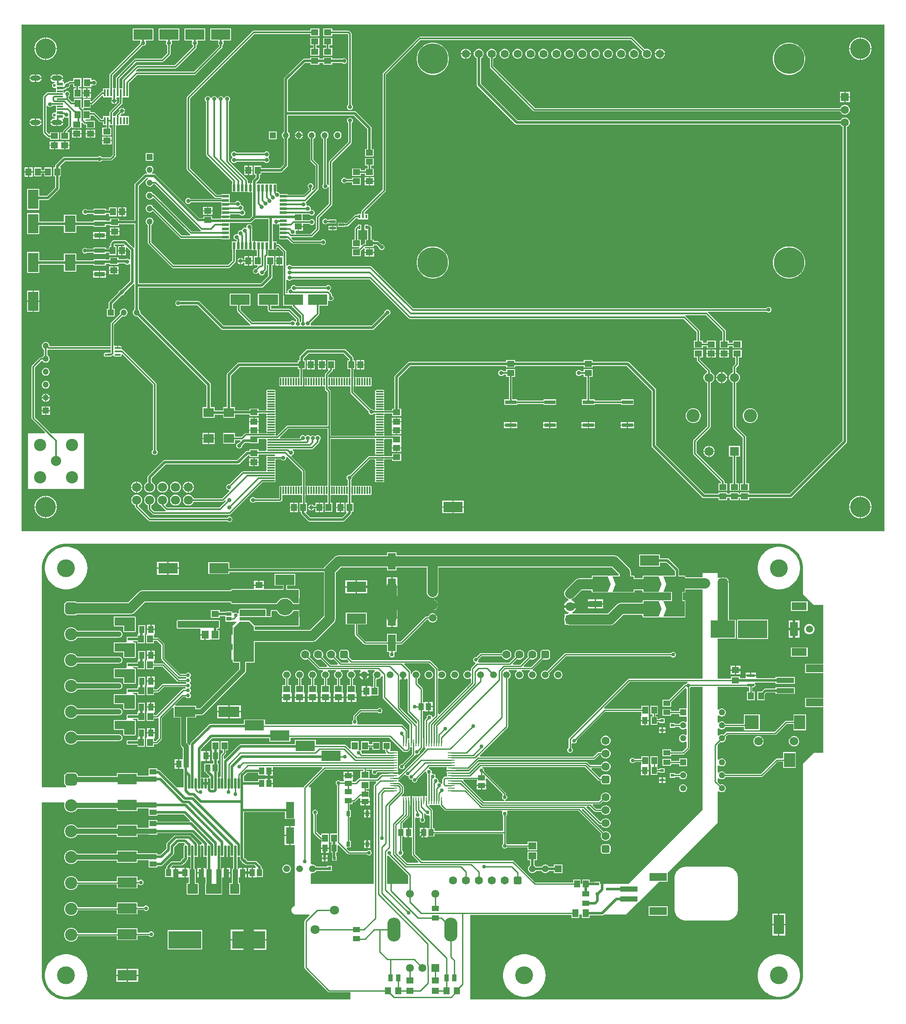
<source format=gbr>
%TF.GenerationSoftware,Altium Limited,Altium Designer,22.11.1 (43)*%
G04 Layer_Physical_Order=1*
G04 Layer_Color=255*
%FSLAX43Y43*%
%MOMM*%
%TF.SameCoordinates,25A6F12C-B93B-4C7C-9F5B-633324915364*%
%TF.FilePolarity,Positive*%
%TF.FileFunction,Copper,L1,Top,Signal*%
%TF.Part,CustomerPanel*%
G01*
G75*
%TA.AperFunction,SMDPad,CuDef*%
%ADD10R,0.355X0.795*%
G04:AMPARAMS|DCode=11|XSize=1.19mm|YSize=0.4mm|CornerRadius=0.05mm|HoleSize=0mm|Usage=FLASHONLY|Rotation=180.000|XOffset=0mm|YOffset=0mm|HoleType=Round|Shape=RoundedRectangle|*
%AMROUNDEDRECTD11*
21,1,1.190,0.300,0,0,180.0*
21,1,1.090,0.400,0,0,180.0*
1,1,0.100,-0.545,0.150*
1,1,0.100,0.545,0.150*
1,1,0.100,0.545,-0.150*
1,1,0.100,-0.545,-0.150*
%
%ADD11ROUNDEDRECTD11*%
%ADD12R,1.341X0.507*%
%ADD13R,0.507X1.341*%
%ADD14R,1.450X1.150*%
%ADD15R,1.150X1.450*%
%ADD16R,2.000X1.800*%
G04:AMPARAMS|DCode=17|XSize=0.28mm|YSize=1.47mm|CornerRadius=0.035mm|HoleSize=0mm|Usage=FLASHONLY|Rotation=0.000|XOffset=0mm|YOffset=0mm|HoleType=Round|Shape=RoundedRectangle|*
%AMROUNDEDRECTD17*
21,1,0.280,1.400,0,0,0.0*
21,1,0.210,1.470,0,0,0.0*
1,1,0.070,0.105,-0.700*
1,1,0.070,-0.105,-0.700*
1,1,0.070,-0.105,0.700*
1,1,0.070,0.105,0.700*
%
%ADD17ROUNDEDRECTD17*%
G04:AMPARAMS|DCode=18|XSize=1.47mm|YSize=0.28mm|CornerRadius=0.035mm|HoleSize=0mm|Usage=FLASHONLY|Rotation=0.000|XOffset=0mm|YOffset=0mm|HoleType=Round|Shape=RoundedRectangle|*
%AMROUNDEDRECTD18*
21,1,1.470,0.210,0,0,0.0*
21,1,1.400,0.280,0,0,0.0*
1,1,0.070,0.700,-0.105*
1,1,0.070,-0.700,-0.105*
1,1,0.070,-0.700,0.105*
1,1,0.070,0.700,0.105*
%
%ADD18ROUNDEDRECTD18*%
%ADD19R,2.199X0.771*%
%ADD20R,1.157X0.466*%
%ADD21R,2.150X0.950*%
%ADD22R,2.150X3.250*%
%ADD23R,0.355X1.455*%
%ADD24R,3.800X2.030*%
%ADD25R,2.030X3.800*%
%ADD26R,1.150X0.300*%
%ADD27R,1.150X0.600*%
%ADD28R,1.285X1.470*%
%TA.AperFunction,Conductor*%
%ADD29C,0.300*%
%ADD30C,0.500*%
%TA.AperFunction,SMDPad,CuDef*%
%ADD31R,1.450X1.200*%
%ADD32R,1.350X1.000*%
%ADD33R,2.000X2.000*%
%ADD34R,6.500X3.500*%
%ADD35R,1.055X1.356*%
%ADD36R,1.550X1.350*%
%ADD37R,1.356X1.055*%
%TA.AperFunction,SMDPad,SMDef*%
%ADD38R,5.300X0.900*%
%TA.AperFunction,SMDPad,CuDef*%
%ADD39R,4.100X2.000*%
%ADD40R,1.150X1.450*%
%ADD41R,1.200X1.450*%
%ADD42R,0.700X0.600*%
%ADD43R,3.400X1.500*%
%ADD44R,3.500X1.000*%
%ADD45R,2.200X2.800*%
%ADD46R,2.800X2.800*%
G04:AMPARAMS|DCode=47|XSize=1.524mm|YSize=0.578mm|CornerRadius=0.289mm|HoleSize=0mm|Usage=FLASHONLY|Rotation=0.000|XOffset=0mm|YOffset=0mm|HoleType=Round|Shape=RoundedRectangle|*
%AMROUNDEDRECTD47*
21,1,1.524,0.000,0,0,0.0*
21,1,0.946,0.578,0,0,0.0*
1,1,0.578,0.473,0.000*
1,1,0.578,-0.473,0.000*
1,1,0.578,-0.473,0.000*
1,1,0.578,0.473,0.000*
%
%ADD47ROUNDEDRECTD47*%
%ADD48R,1.524X0.578*%
%ADD49R,1.456X1.255*%
%ADD50R,0.950X1.350*%
%ADD51R,1.250X1.550*%
G04:AMPARAMS|DCode=52|XSize=1.99mm|YSize=0.48mm|CornerRadius=0.06mm|HoleSize=0mm|Usage=FLASHONLY|Rotation=270.000|XOffset=0mm|YOffset=0mm|HoleType=Round|Shape=RoundedRectangle|*
%AMROUNDEDRECTD52*
21,1,1.990,0.360,0,0,270.0*
21,1,1.870,0.480,0,0,270.0*
1,1,0.120,-0.180,-0.935*
1,1,0.120,-0.180,0.935*
1,1,0.120,0.180,0.935*
1,1,0.120,0.180,-0.935*
%
%ADD52ROUNDEDRECTD52*%
%ADD53R,2.500X1.250*%
%ADD54R,0.700X1.000*%
%ADD55R,0.600X0.700*%
%ADD56R,1.000X1.350*%
%ADD57R,4.860X3.360*%
%ADD58R,1.400X1.390*%
G04:AMPARAMS|DCode=59|XSize=1.1mm|YSize=0.6mm|CornerRadius=0.051mm|HoleSize=0mm|Usage=FLASHONLY|Rotation=0.000|XOffset=0mm|YOffset=0mm|HoleType=Round|Shape=RoundedRectangle|*
%AMROUNDEDRECTD59*
21,1,1.100,0.498,0,0,0.0*
21,1,0.998,0.600,0,0,0.0*
1,1,0.102,0.499,-0.249*
1,1,0.102,-0.499,-0.249*
1,1,0.102,-0.499,0.249*
1,1,0.102,0.499,0.249*
%
%ADD59ROUNDEDRECTD59*%
%ADD60R,1.200X1.200*%
%ADD61R,1.050X1.450*%
%ADD62R,1.450X1.050*%
%ADD63R,1.255X1.456*%
%ADD64R,1.600X3.200*%
%ADD65R,1.341X0.279*%
%ADD66R,0.279X1.341*%
%ADD67R,1.400X1.500*%
%TA.AperFunction,Conductor*%
%ADD68C,0.280*%
%ADD69C,2.000*%
%ADD70C,0.480*%
%ADD71C,1.000*%
%ADD72C,0.200*%
%TA.AperFunction,ComponentPad*%
%ADD73R,1.200X1.200*%
%ADD74C,1.200*%
%ADD75C,1.600*%
%ADD76C,6.000*%
%ADD77C,1.800*%
%ADD78C,0.600*%
%ADD79C,2.600*%
%ADD80R,1.800X1.800*%
%ADD81R,1.600X1.600*%
%ADD82R,1.200X1.200*%
%ADD83C,2.400*%
%ADD84C,2.000*%
%ADD85O,2.100X1.050*%
%ADD86O,2.000X1.000*%
%TA.AperFunction,ViaPad*%
%ADD87C,0.800*%
%ADD88C,4.000*%
%TA.AperFunction,ComponentPad*%
G04:AMPARAMS|DCode=89|XSize=2.6mm|YSize=4.7mm|CornerRadius=1.3mm|HoleSize=0mm|Usage=FLASHONLY|Rotation=180.000|XOffset=0mm|YOffset=0mm|HoleType=Round|Shape=RoundedRectangle|*
%AMROUNDEDRECTD89*
21,1,2.600,2.100,0,0,180.0*
21,1,0.000,4.700,0,0,180.0*
1,1,2.600,0.000,1.050*
1,1,2.600,0.000,1.050*
1,1,2.600,0.000,-1.050*
1,1,2.600,0.000,-1.050*
%
%ADD89ROUNDEDRECTD89*%
%ADD90C,1.550*%
%ADD91R,1.550X1.550*%
%ADD92C,1.337*%
%ADD93R,1.337X1.337*%
%ADD94R,1.250X1.250*%
%ADD95C,1.250*%
%ADD96C,1.700*%
%ADD97R,3.000X1.500*%
%ADD98C,1.400*%
%ADD99R,1.500X3.500*%
%ADD100R,1.500X2.800*%
G04:AMPARAMS|DCode=101|XSize=2.4mm|YSize=2.4mm|CornerRadius=0.6mm|HoleSize=0mm|Usage=FLASHONLY|Rotation=270.000|XOffset=0mm|YOffset=0mm|HoleType=Round|Shape=RoundedRectangle|*
%AMROUNDEDRECTD101*
21,1,2.400,1.200,0,0,270.0*
21,1,1.200,2.400,0,0,270.0*
1,1,1.200,-0.600,-0.600*
1,1,1.200,-0.600,0.600*
1,1,1.200,0.600,0.600*
1,1,1.200,0.600,-0.600*
%
%ADD101ROUNDEDRECTD101*%
G04:AMPARAMS|DCode=102|XSize=1.6mm|YSize=1.6mm|CornerRadius=0.4mm|HoleSize=0mm|Usage=FLASHONLY|Rotation=180.000|XOffset=0mm|YOffset=0mm|HoleType=Round|Shape=RoundedRectangle|*
%AMROUNDEDRECTD102*
21,1,1.600,0.800,0,0,180.0*
21,1,0.800,1.600,0,0,180.0*
1,1,0.800,-0.400,0.400*
1,1,0.800,0.400,0.400*
1,1,0.800,0.400,-0.400*
1,1,0.800,-0.400,-0.400*
%
%ADD102ROUNDEDRECTD102*%
G04:AMPARAMS|DCode=103|XSize=1.5mm|YSize=1.5mm|CornerRadius=0.375mm|HoleSize=0mm|Usage=FLASHONLY|Rotation=270.000|XOffset=0mm|YOffset=0mm|HoleType=Round|Shape=RoundedRectangle|*
%AMROUNDEDRECTD103*
21,1,1.500,0.750,0,0,270.0*
21,1,0.750,1.500,0,0,270.0*
1,1,0.750,-0.375,-0.375*
1,1,0.750,-0.375,0.375*
1,1,0.750,0.375,0.375*
1,1,0.750,0.375,-0.375*
%
%ADD103ROUNDEDRECTD103*%
%ADD104C,1.500*%
%TA.AperFunction,ViaPad*%
%ADD105C,3.500*%
%TA.AperFunction,ComponentPad*%
%ADD106C,1.950*%
G04:AMPARAMS|DCode=107|XSize=1.95mm|YSize=1.95mm|CornerRadius=0.488mm|HoleSize=0mm|Usage=FLASHONLY|Rotation=180.000|XOffset=0mm|YOffset=0mm|HoleType=Round|Shape=RoundedRectangle|*
%AMROUNDEDRECTD107*
21,1,1.950,0.975,0,0,180.0*
21,1,0.975,1.950,0,0,180.0*
1,1,0.975,-0.488,0.488*
1,1,0.975,0.488,0.488*
1,1,0.975,0.488,-0.488*
1,1,0.975,-0.488,-0.488*
%
%ADD107ROUNDEDRECTD107*%
G04:AMPARAMS|DCode=108|XSize=1.6mm|YSize=1.6mm|CornerRadius=0.4mm|HoleSize=0mm|Usage=FLASHONLY|Rotation=90.000|XOffset=0mm|YOffset=0mm|HoleType=Round|Shape=RoundedRectangle|*
%AMROUNDEDRECTD108*
21,1,1.600,0.800,0,0,90.0*
21,1,0.800,1.600,0,0,90.0*
1,1,0.800,0.400,0.400*
1,1,0.800,0.400,-0.400*
1,1,0.800,-0.400,-0.400*
1,1,0.800,-0.400,0.400*
%
%ADD108ROUNDEDRECTD108*%
%TA.AperFunction,ViaPad*%
%ADD109C,0.750*%
G36*
X176745Y99255D02*
X7255D01*
Y198745D01*
X176745D01*
X176745Y99255D01*
D02*
G37*
G36*
X137513Y87340D02*
X133288D01*
X133900Y88840D01*
X133288Y90340D01*
X137513D01*
Y87340D01*
D02*
G37*
G36*
X133013Y88840D02*
X132401Y87340D01*
X132274Y87340D01*
X132226Y87340D01*
Y87340D01*
X129400Y87340D01*
Y90340D01*
X132401D01*
X133013Y88840D01*
D02*
G37*
G36*
X127512Y87340D02*
X123287D01*
X123900Y88840D01*
X123287Y90340D01*
X127512D01*
Y87340D01*
D02*
G37*
G36*
X123013Y88840D02*
X122401Y87340D01*
X122274Y87340D01*
X122226Y87340D01*
Y87340D01*
X119400Y87340D01*
Y90340D01*
X122401D01*
X123013Y88840D01*
D02*
G37*
G36*
X124605Y90753D02*
X124556Y90503D01*
X123287D01*
X123258Y90491D01*
X123226Y90491D01*
X123164Y90490D01*
X123131Y90491D01*
X123100Y90503D01*
X122600D01*
X122571Y90491D01*
X122539Y90492D01*
X122515Y90468D01*
X122500Y90462D01*
X122487Y90468D01*
X122464Y90491D01*
X122431Y90491D01*
X122401Y90503D01*
X119400D01*
X119284Y90456D01*
X119237Y90340D01*
Y90001D01*
X116840D01*
X116540Y89961D01*
X116260Y89845D01*
X116019Y89661D01*
X114179Y87821D01*
X113995Y87580D01*
X113879Y87300D01*
X113839Y87000D01*
X113879Y86700D01*
X113995Y86420D01*
X114179Y86179D01*
X114420Y85995D01*
X114700Y85879D01*
X114711Y85625D01*
X114537Y85578D01*
X114263Y85420D01*
X114040Y85197D01*
X113882Y84923D01*
X113825Y84710D01*
X115000D01*
X116175D01*
X116118Y84923D01*
X115960Y85197D01*
X115737Y85420D01*
X115463Y85578D01*
X115289Y85625D01*
X115300Y85879D01*
X115580Y85995D01*
X115821Y86179D01*
X117321Y87679D01*
X119060D01*
X119237Y87502D01*
X119237Y87340D01*
X119284Y87224D01*
X119284Y87224D01*
X119284Y87224D01*
X119400Y87177D01*
X119400Y87177D01*
X119400Y87177D01*
X119419Y87177D01*
X122226Y87177D01*
X122226Y87177D01*
X122226Y87177D01*
X122226Y87177D01*
X122274Y87177D01*
X122401Y87177D01*
X122431Y87189D01*
X122464Y87189D01*
X122487Y87212D01*
X122500Y87218D01*
X122515Y87212D01*
X122539Y87188D01*
X122571Y87189D01*
X122600Y87177D01*
X123100D01*
X123131Y87189D01*
X123164Y87190D01*
X123226Y87189D01*
X123258Y87189D01*
X123287Y87177D01*
X127512D01*
X127628Y87224D01*
X127676Y87340D01*
Y87679D01*
X129060D01*
X129237Y87502D01*
X129237Y87340D01*
X129284Y87224D01*
X129284Y87224D01*
X129284Y87224D01*
X129400Y87177D01*
X129400Y87177D01*
X129400Y87177D01*
X129419Y87177D01*
X132226Y87177D01*
X132226Y87177D01*
X132226Y87177D01*
X132226Y87177D01*
X132274Y87177D01*
X132401Y87177D01*
X132431Y87189D01*
X132464Y87189D01*
X132487Y87212D01*
X132500Y87218D01*
X132515Y87212D01*
X132539Y87188D01*
X132571Y87189D01*
X132600Y87177D01*
X133100D01*
X133131Y87189D01*
X133164Y87190D01*
X133226Y87189D01*
X133258Y87189D01*
X133288Y87177D01*
X134839D01*
Y85663D01*
X133288D01*
X133258Y85651D01*
X133226Y85651D01*
X133164Y85650D01*
X133131Y85651D01*
X133100Y85663D01*
X132600D01*
X132571Y85651D01*
X132539Y85652D01*
X132515Y85628D01*
X132500Y85622D01*
X132487Y85628D01*
X132464Y85651D01*
X132431Y85651D01*
X132401Y85663D01*
X129400D01*
X129284Y85616D01*
X129237Y85500D01*
Y85161D01*
X125000D01*
X124700Y85121D01*
X124420Y85005D01*
X124179Y84821D01*
X122439Y83081D01*
X115456D01*
X115423Y83331D01*
X115463Y83342D01*
X115737Y83500D01*
X115960Y83723D01*
X116118Y83997D01*
X116175Y84210D01*
X115000D01*
X113825D01*
X113882Y83997D01*
X114040Y83723D01*
X114263Y83500D01*
X114537Y83342D01*
X114711Y83295D01*
X114700Y83041D01*
X114530Y82971D01*
X113949D01*
Y82390D01*
X113879Y82220D01*
X113839Y81920D01*
X113879Y81620D01*
X113949Y81450D01*
Y80869D01*
X114530D01*
X114700Y80799D01*
X115000Y80759D01*
X122920D01*
X123220Y80799D01*
X123500Y80915D01*
X123741Y81099D01*
X125481Y82839D01*
X129060D01*
X129237Y82662D01*
X129237Y82500D01*
X129284Y82384D01*
X129284Y82384D01*
X129284Y82384D01*
X129400Y82337D01*
X129400Y82337D01*
X129400Y82337D01*
X129419Y82337D01*
X132226Y82337D01*
X132226Y82337D01*
X132226Y82337D01*
X132226Y82337D01*
X132274Y82337D01*
X132401Y82337D01*
X132431Y82349D01*
X132464Y82349D01*
X132487Y82372D01*
X132500Y82378D01*
X132515Y82372D01*
X132539Y82348D01*
X132571Y82349D01*
X132600Y82337D01*
X133100D01*
X133131Y82349D01*
X133164Y82350D01*
X133226Y82349D01*
X133258Y82349D01*
X133288Y82337D01*
X137513D01*
X137628Y82384D01*
X137676Y82500D01*
Y85500D01*
X137628Y85616D01*
X137513Y85663D01*
X137161D01*
Y87177D01*
X137513D01*
X137628Y87224D01*
X137676Y87340D01*
Y87839D01*
X141000D01*
Y70247D01*
X126550D01*
X126550Y70247D01*
X126436Y70224D01*
X126340Y70160D01*
X126340Y70160D01*
X114790Y58610D01*
X114726Y58514D01*
X114703Y58400D01*
X114703Y58400D01*
Y56692D01*
X114702Y56692D01*
X114554Y56544D01*
X114474Y56351D01*
Y56141D01*
X114554Y55948D01*
X114702Y55800D01*
X114895Y55720D01*
X115105D01*
X115298Y55800D01*
X115446Y55948D01*
X115526Y56141D01*
Y56351D01*
X115446Y56544D01*
X115298Y56692D01*
X115297Y56692D01*
Y57542D01*
X115418Y57614D01*
X115547Y57662D01*
X115712Y57594D01*
X115921D01*
X116114Y57674D01*
X116262Y57822D01*
X116342Y58015D01*
Y58225D01*
X116342Y58226D01*
X121919Y63803D01*
X129024D01*
Y63229D01*
X129024Y63224D01*
X129012Y62979D01*
X128946D01*
Y62177D01*
X129700D01*
X130454D01*
Y62974D01*
X130454Y62979D01*
X130466Y63224D01*
X130476D01*
Y64976D01*
X129024D01*
Y64397D01*
X121796D01*
X121796Y64397D01*
X121763Y64390D01*
X121640Y64621D01*
X126673Y69653D01*
X138042D01*
X138085Y69421D01*
X137892Y69341D01*
X137744Y69193D01*
X137744Y69192D01*
X137605D01*
X137605Y69192D01*
X137492Y69169D01*
X137396Y69105D01*
X137396Y69105D01*
X134456Y66166D01*
X133124D01*
Y64814D01*
X134876D01*
Y65746D01*
X137562Y68433D01*
X137655Y68437D01*
X137893Y68215D01*
Y64416D01*
X136414D01*
Y63937D01*
X134876D01*
Y64316D01*
X133124D01*
Y62964D01*
X134876D01*
Y63343D01*
X136414D01*
Y62864D01*
X137893D01*
Y61848D01*
X137738Y61761D01*
X137643Y61734D01*
X137490Y61823D01*
X137292Y61876D01*
X137088D01*
X136890Y61823D01*
X136714Y61721D01*
X136569Y61576D01*
X136467Y61400D01*
X136466Y61397D01*
X135601D01*
Y61551D01*
X134599D01*
Y60649D01*
X135601D01*
Y60803D01*
X136466D01*
X136467Y60800D01*
X136569Y60624D01*
X136714Y60479D01*
X136890Y60377D01*
X137088Y60324D01*
X137292D01*
X137490Y60377D01*
X137643Y60466D01*
X137738Y60439D01*
X137893Y60352D01*
Y59308D01*
X137738Y59221D01*
X137643Y59194D01*
X137490Y59283D01*
X137292Y59336D01*
X137088D01*
X136890Y59283D01*
X136714Y59181D01*
X136569Y59036D01*
X136467Y58860D01*
X136414Y58662D01*
Y58458D01*
X136467Y58260D01*
X136569Y58084D01*
X136714Y57939D01*
X136890Y57837D01*
X137088Y57784D01*
X137292D01*
X137490Y57837D01*
X137643Y57926D01*
X137738Y57899D01*
X137893Y57812D01*
Y56813D01*
X137067Y55987D01*
X134876D01*
Y56366D01*
X133124D01*
Y55014D01*
X134876D01*
Y55393D01*
X137190D01*
X137190Y55393D01*
X137304Y55416D01*
X137400Y55480D01*
X138400Y56480D01*
X138400Y56480D01*
X138464Y56576D01*
X138487Y56690D01*
Y68449D01*
X138488Y68449D01*
X138636Y68597D01*
X138680Y68703D01*
X141000D01*
Y44566D01*
X126434Y30000D01*
X120901D01*
Y30401D01*
X119899D01*
Y30349D01*
X118826D01*
Y30826D01*
X117374D01*
Y30000D01*
X117076D01*
Y30826D01*
X115624D01*
Y30247D01*
X108173D01*
X103960Y34460D01*
X103864Y34524D01*
X103750Y34547D01*
X103750Y34547D01*
X85870D01*
X84547Y35870D01*
Y42956D01*
X84797Y43059D01*
X84802Y43054D01*
X84995Y42974D01*
X85205D01*
X85259Y42997D01*
X85535Y42871D01*
X85541Y42863D01*
X85554Y42798D01*
X85474Y42605D01*
Y42395D01*
X85554Y42202D01*
X85702Y42054D01*
X85895Y41974D01*
X86105D01*
X86298Y42054D01*
X86446Y42202D01*
X86526Y42395D01*
Y42605D01*
X86446Y42798D01*
X86298Y42946D01*
X86297Y42946D01*
Y43752D01*
X86547Y43802D01*
X86588Y43702D01*
X86736Y43554D01*
X86929Y43474D01*
X87139D01*
X87153Y43480D01*
X87403Y43313D01*
Y40929D01*
X87030D01*
Y41032D01*
X86375D01*
Y40100D01*
Y39168D01*
X87030D01*
Y39271D01*
X88378D01*
Y39803D01*
X101863D01*
Y37896D01*
X101862Y37896D01*
X101714Y37748D01*
X101634Y37555D01*
Y37345D01*
X101714Y37152D01*
X101862Y37004D01*
X102055Y36924D01*
X102265D01*
X102458Y37004D01*
X102606Y37152D01*
X102606Y37153D01*
X106664D01*
Y36624D01*
X108516D01*
Y38276D01*
X106664D01*
Y37747D01*
X102606D01*
X102606Y37748D01*
X102458Y37896D01*
X102457Y37896D01*
Y40100D01*
Y43378D01*
X102458Y43378D01*
X102606Y43526D01*
X102686Y43720D01*
Y43929D01*
X102621Y44087D01*
X102678Y44233D01*
X102745Y44337D01*
X116624D01*
X121150Y39810D01*
X121114Y39747D01*
X121049Y39505D01*
Y39255D01*
X121114Y39013D01*
X121239Y38796D01*
X121416Y38619D01*
X121633Y38494D01*
X121875Y38429D01*
X122125D01*
X122367Y38494D01*
X122584Y38619D01*
X122761Y38796D01*
X122886Y39013D01*
X122951Y39255D01*
Y39505D01*
X122886Y39747D01*
X122761Y39964D01*
X122584Y40141D01*
X122367Y40266D01*
X122125Y40331D01*
X121875D01*
X121633Y40266D01*
X121570Y40230D01*
X117324Y44475D01*
X117420Y44722D01*
X117590Y44741D01*
X120620Y41710D01*
X120620Y41710D01*
X120716Y41646D01*
X120830Y41623D01*
X120830Y41623D01*
X121095D01*
X121114Y41553D01*
X121239Y41336D01*
X121416Y41159D01*
X121633Y41034D01*
X121875Y40969D01*
X122125D01*
X122367Y41034D01*
X122584Y41159D01*
X122761Y41336D01*
X122886Y41553D01*
X122951Y41795D01*
Y42045D01*
X122886Y42287D01*
X122761Y42504D01*
X122584Y42681D01*
X122367Y42806D01*
X122125Y42871D01*
X121875D01*
X121633Y42806D01*
X121416Y42681D01*
X121239Y42504D01*
X121149Y42348D01*
X120941Y42302D01*
X120861Y42309D01*
X118202Y44968D01*
X118298Y45199D01*
X118771D01*
X119720Y44250D01*
X119816Y44186D01*
X119929Y44163D01*
X119929Y44163D01*
X121095D01*
X121114Y44093D01*
X121239Y43876D01*
X121416Y43699D01*
X121633Y43574D01*
X121875Y43509D01*
X122125D01*
X122367Y43574D01*
X122584Y43699D01*
X122761Y43876D01*
X122886Y44093D01*
X122951Y44335D01*
Y44585D01*
X122886Y44827D01*
X122761Y45044D01*
X122584Y45221D01*
X122367Y45346D01*
X122125Y45411D01*
X121875D01*
X121633Y45346D01*
X121416Y45221D01*
X121239Y45044D01*
X121114Y44827D01*
X121095Y44757D01*
X120052D01*
X119401Y45408D01*
X119497Y45639D01*
X120751D01*
X120751Y45639D01*
X120864Y45661D01*
X120960Y45726D01*
X121453Y46218D01*
X121633Y46114D01*
X121875Y46049D01*
X122125D01*
X122367Y46114D01*
X122584Y46239D01*
X122761Y46416D01*
X122886Y46633D01*
X122951Y46875D01*
Y47125D01*
X122886Y47367D01*
X122761Y47584D01*
X122584Y47761D01*
X122367Y47886D01*
X122125Y47951D01*
X121875D01*
X121633Y47886D01*
X121416Y47761D01*
X121239Y47584D01*
X121114Y47367D01*
X121049Y47125D01*
Y46875D01*
X121096Y46700D01*
X120628Y46232D01*
X102285D01*
X102265Y46474D01*
X102458Y46554D01*
X102606Y46702D01*
X102686Y46895D01*
Y47105D01*
X102606Y47298D01*
X102458Y47446D01*
X102367Y47484D01*
Y47743D01*
X102344Y47857D01*
X102280Y47953D01*
X102280Y47953D01*
X98125Y52107D01*
X98126Y52109D01*
Y52318D01*
X98046Y52511D01*
X97898Y52659D01*
X97792Y52703D01*
X97841Y52953D01*
X117877D01*
X120540Y50290D01*
X120540Y50290D01*
X120636Y50226D01*
X120750Y50203D01*
X121038D01*
Y50100D01*
X121081Y49885D01*
X121203Y49703D01*
X121385Y49581D01*
X121600Y49538D01*
X122400D01*
X122615Y49581D01*
X122797Y49703D01*
X122919Y49885D01*
X122962Y50100D01*
Y50900D01*
X122919Y51115D01*
X122797Y51297D01*
X122615Y51419D01*
X122400Y51462D01*
X121600D01*
X121385Y51419D01*
X121203Y51297D01*
X121081Y51115D01*
X121052Y50968D01*
X120875Y50888D01*
X120788Y50881D01*
X119157Y52512D01*
X119253Y52743D01*
X121095D01*
X121114Y52673D01*
X121239Y52456D01*
X121416Y52279D01*
X121633Y52154D01*
X121875Y52089D01*
X122125D01*
X122367Y52154D01*
X122584Y52279D01*
X122761Y52456D01*
X122886Y52673D01*
X122951Y52915D01*
Y53165D01*
X122886Y53407D01*
X122761Y53624D01*
X122584Y53801D01*
X122367Y53926D01*
X122125Y53991D01*
X121875D01*
X121633Y53926D01*
X121416Y53801D01*
X121239Y53624D01*
X121114Y53407D01*
X121095Y53337D01*
X118942D01*
X118388Y53891D01*
X118292Y53955D01*
X118179Y53978D01*
X118179Y53978D01*
X97132D01*
X97132Y53978D01*
X97018Y53955D01*
X96922Y53891D01*
X95078Y52047D01*
X92598D01*
Y52123D01*
X91674D01*
X90750D01*
Y51856D01*
X90853D01*
Y51047D01*
X90446D01*
X90446Y51047D01*
X90332Y51024D01*
X90236Y50960D01*
X90236Y50960D01*
X90013Y50737D01*
X89949Y50641D01*
X89926Y50527D01*
X89926Y50527D01*
Y49742D01*
X89831Y49694D01*
X89676Y49666D01*
X89561Y49781D01*
X89368Y49861D01*
X89325D01*
X89152Y50096D01*
Y50305D01*
X89072Y50499D01*
X88924Y50647D01*
X88730Y50727D01*
X88569Y50973D01*
Y51183D01*
X88489Y51376D01*
X88341Y51524D01*
X88148Y51604D01*
X87991D01*
X87862Y51734D01*
X87810Y51822D01*
X87825Y51858D01*
Y52067D01*
X87745Y52260D01*
X87597Y52408D01*
X87404Y52488D01*
X87304D01*
X87201Y52738D01*
X87416Y52953D01*
X90853D01*
Y52644D01*
X90750D01*
Y52377D01*
X91674D01*
X92598D01*
Y52453D01*
X94949D01*
X94949Y52453D01*
X95063Y52476D01*
X95159Y52540D01*
X97016Y54397D01*
X119694D01*
X119694Y54397D01*
X119807Y54420D01*
X119904Y54484D01*
X120703Y55283D01*
X121095D01*
X121114Y55213D01*
X121239Y54996D01*
X121416Y54819D01*
X121633Y54694D01*
X121875Y54629D01*
X122125D01*
X122367Y54694D01*
X122584Y54819D01*
X122761Y54996D01*
X122886Y55213D01*
X122951Y55455D01*
Y55705D01*
X122886Y55947D01*
X122761Y56164D01*
X122584Y56341D01*
X122367Y56466D01*
X122125Y56531D01*
X121875D01*
X121633Y56466D01*
X121416Y56341D01*
X121239Y56164D01*
X121114Y55947D01*
X121095Y55877D01*
X120580D01*
X120580Y55877D01*
X120466Y55854D01*
X120370Y55790D01*
X120370Y55790D01*
X119571Y54991D01*
X97326D01*
X97231Y55221D01*
X102720Y60711D01*
X102720Y60711D01*
X102784Y60807D01*
X102807Y60921D01*
X102807Y60921D01*
Y70281D01*
X102826Y70286D01*
X103013Y70394D01*
X103166Y70547D01*
X103274Y70734D01*
X103329Y70942D01*
Y71158D01*
X103274Y71366D01*
X103166Y71553D01*
X103013Y71706D01*
X102931Y71753D01*
X102998Y72003D01*
X104562D01*
X104629Y71753D01*
X104547Y71706D01*
X104394Y71553D01*
X104286Y71366D01*
X104230Y71158D01*
Y70942D01*
X104286Y70734D01*
X104394Y70547D01*
X104547Y70394D01*
X104734Y70286D01*
X104942Y70230D01*
X105158D01*
X105366Y70286D01*
X105553Y70394D01*
X105706Y70547D01*
X105814Y70734D01*
X105869Y70942D01*
Y71158D01*
X105814Y71366D01*
X105706Y71553D01*
X105553Y71706D01*
X105471Y71753D01*
X105538Y72003D01*
X107102D01*
X107169Y71753D01*
X107087Y71706D01*
X106934Y71553D01*
X106826Y71366D01*
X106771Y71158D01*
Y70942D01*
X106826Y70734D01*
X106934Y70547D01*
X107087Y70394D01*
X107274Y70286D01*
X107482Y70230D01*
X107698D01*
X107906Y70286D01*
X108093Y70394D01*
X108246Y70547D01*
X108354Y70734D01*
X108410Y70942D01*
Y71158D01*
X108354Y71366D01*
X108246Y71553D01*
X108093Y71706D01*
X107906Y71814D01*
X107769Y71850D01*
X107702Y72027D01*
X107705Y72117D01*
X109643Y74055D01*
X109730Y74038D01*
X110530D01*
X110745Y74081D01*
X110927Y74203D01*
X111049Y74385D01*
X111092Y74600D01*
Y75400D01*
X111049Y75615D01*
X110927Y75797D01*
X110745Y75919D01*
X110530Y75962D01*
X109730D01*
X109515Y75919D01*
X109333Y75797D01*
X109211Y75615D01*
X109168Y75400D01*
Y74600D01*
X109198Y74449D01*
X107346Y72597D01*
X105933D01*
X105837Y72828D01*
X107160Y74150D01*
X107223Y74114D01*
X107465Y74049D01*
X107715D01*
X107957Y74114D01*
X108174Y74239D01*
X108351Y74416D01*
X108476Y74633D01*
X108541Y74875D01*
Y75125D01*
X108476Y75367D01*
X108351Y75584D01*
X108174Y75761D01*
X107957Y75886D01*
X107715Y75951D01*
X107465D01*
X107223Y75886D01*
X107006Y75761D01*
X106829Y75584D01*
X106704Y75367D01*
X106639Y75125D01*
Y74875D01*
X106704Y74633D01*
X106740Y74570D01*
X105198Y73028D01*
X103824D01*
X103728Y73259D01*
X104620Y74150D01*
X104683Y74114D01*
X104925Y74049D01*
X105175D01*
X105417Y74114D01*
X105634Y74239D01*
X105811Y74416D01*
X105936Y74633D01*
X106001Y74875D01*
Y75125D01*
X105936Y75367D01*
X105811Y75584D01*
X105634Y75761D01*
X105417Y75886D01*
X105175Y75951D01*
X104925D01*
X104683Y75886D01*
X104466Y75761D01*
X104289Y75584D01*
X104164Y75367D01*
X104099Y75125D01*
Y74875D01*
X104164Y74633D01*
X104200Y74570D01*
X103089Y73459D01*
X97043D01*
X96966Y73596D01*
X96926Y73709D01*
X96996Y73879D01*
Y74089D01*
X96991Y74101D01*
X97593Y74703D01*
X101605D01*
X101624Y74633D01*
X101749Y74416D01*
X101926Y74239D01*
X102143Y74114D01*
X102385Y74049D01*
X102635D01*
X102877Y74114D01*
X103094Y74239D01*
X103271Y74416D01*
X103396Y74633D01*
X103461Y74875D01*
Y75125D01*
X103396Y75367D01*
X103271Y75584D01*
X103094Y75761D01*
X102877Y75886D01*
X102635Y75951D01*
X102385D01*
X102143Y75886D01*
X101926Y75761D01*
X101749Y75584D01*
X101624Y75367D01*
X101605Y75297D01*
X97471D01*
X97470Y75297D01*
X97357Y75274D01*
X97261Y75210D01*
X97261Y75210D01*
X96561Y74510D01*
X96366D01*
X96173Y74430D01*
X96025Y74282D01*
X95945Y74089D01*
Y73879D01*
X96025Y73686D01*
X96173Y73538D01*
X96322Y73476D01*
X96389Y73314D01*
X96407Y73208D01*
X95640Y72441D01*
X95575Y72345D01*
X95553Y72231D01*
X95553Y72231D01*
Y71890D01*
X95534Y71868D01*
X95303Y71758D01*
X95206Y71814D01*
X94998Y71869D01*
X94782D01*
X94574Y71814D01*
X94387Y71706D01*
X94234Y71553D01*
X94126Y71366D01*
X94071Y71158D01*
Y70942D01*
X94126Y70734D01*
X94234Y70547D01*
X94387Y70394D01*
X94574Y70286D01*
X94782Y70230D01*
X94998D01*
X95206Y70286D01*
X95303Y70342D01*
X95534Y70232D01*
X95553Y70210D01*
Y69564D01*
X89278Y63289D01*
X89047Y63385D01*
Y70301D01*
X89297Y70404D01*
X89307Y70394D01*
X89494Y70286D01*
X89702Y70230D01*
X89918D01*
X90126Y70286D01*
X90313Y70394D01*
X90466Y70547D01*
X90574Y70734D01*
X90630Y70942D01*
Y71158D01*
X90574Y71366D01*
X90466Y71553D01*
X90313Y71706D01*
X90126Y71814D01*
X89918Y71869D01*
X89702D01*
X89494Y71814D01*
X89307Y71706D01*
X89297Y71696D01*
X89047Y71799D01*
Y72231D01*
X89047Y72231D01*
X89024Y72345D01*
X88960Y72441D01*
X88960Y72441D01*
X87591Y73810D01*
X87495Y73874D01*
X87381Y73897D01*
X87381Y73897D01*
X72143D01*
X71558Y74481D01*
X71582Y74600D01*
Y75400D01*
X71539Y75615D01*
X71417Y75797D01*
X71235Y75919D01*
X71020Y75962D01*
X70220D01*
X70005Y75919D01*
X69823Y75797D01*
X69701Y75615D01*
X69658Y75400D01*
Y74600D01*
X69701Y74385D01*
X69823Y74203D01*
X70005Y74081D01*
X70220Y74038D01*
X71020D01*
X71139Y74062D01*
X71511Y73690D01*
X71415Y73459D01*
X70041D01*
X68930Y74570D01*
X68966Y74633D01*
X69031Y74875D01*
Y75125D01*
X68966Y75367D01*
X68841Y75584D01*
X68664Y75761D01*
X68447Y75886D01*
X68205Y75951D01*
X67955D01*
X67713Y75886D01*
X67496Y75761D01*
X67319Y75584D01*
X67194Y75367D01*
X67129Y75125D01*
Y74875D01*
X67194Y74633D01*
X67319Y74416D01*
X67496Y74239D01*
X67713Y74114D01*
X67955Y74049D01*
X68205D01*
X68447Y74114D01*
X68510Y74150D01*
X69402Y73259D01*
X69306Y73028D01*
X67932D01*
X66390Y74570D01*
X66426Y74633D01*
X66491Y74875D01*
Y75125D01*
X66426Y75367D01*
X66301Y75584D01*
X66124Y75761D01*
X65907Y75886D01*
X65665Y75951D01*
X65415D01*
X65173Y75886D01*
X64956Y75761D01*
X64779Y75584D01*
X64654Y75367D01*
X64589Y75125D01*
Y74875D01*
X64654Y74633D01*
X64779Y74416D01*
X64956Y74239D01*
X65173Y74114D01*
X65415Y74049D01*
X65665D01*
X65907Y74114D01*
X65970Y74150D01*
X67293Y72828D01*
X67197Y72597D01*
X65823D01*
X63850Y74570D01*
X63886Y74633D01*
X63951Y74875D01*
Y75125D01*
X63886Y75367D01*
X63761Y75584D01*
X63584Y75761D01*
X63367Y75886D01*
X63125Y75951D01*
X62875D01*
X62633Y75886D01*
X62416Y75761D01*
X62239Y75584D01*
X62114Y75367D01*
X62049Y75125D01*
Y74875D01*
X62114Y74633D01*
X62239Y74416D01*
X62416Y74239D01*
X62633Y74114D01*
X62875Y74049D01*
X63125D01*
X63367Y74114D01*
X63430Y74150D01*
X65490Y72090D01*
X65490Y72090D01*
X65586Y72026D01*
X65700Y72003D01*
X65700Y72003D01*
X66462D01*
X66529Y71753D01*
X66447Y71706D01*
X66294Y71553D01*
X66186Y71366D01*
X66131Y71158D01*
Y70942D01*
X66186Y70734D01*
X66294Y70547D01*
X66447Y70394D01*
X66634Y70286D01*
X66653Y70281D01*
Y69055D01*
X66071D01*
Y67507D01*
X65968D01*
Y66752D01*
X66950D01*
X67932D01*
Y67507D01*
X67829D01*
Y69055D01*
X67247D01*
Y70281D01*
X67266Y70286D01*
X67453Y70394D01*
X67606Y70547D01*
X67714Y70734D01*
X67770Y70942D01*
Y71158D01*
X67714Y71366D01*
X67606Y71553D01*
X67453Y71706D01*
X67371Y71753D01*
X67438Y72003D01*
X69002D01*
X69069Y71753D01*
X68987Y71706D01*
X68834Y71553D01*
X68726Y71366D01*
X68671Y71158D01*
Y70942D01*
X68726Y70734D01*
X68834Y70547D01*
X68987Y70394D01*
X69174Y70286D01*
X69193Y70281D01*
Y69055D01*
X68611D01*
Y67507D01*
X68508D01*
Y66752D01*
X69490D01*
X70472D01*
Y67507D01*
X70369D01*
Y69055D01*
X69787D01*
Y70281D01*
X69806Y70286D01*
X69993Y70394D01*
X70146Y70547D01*
X70254Y70734D01*
X70310Y70942D01*
Y71158D01*
X70254Y71366D01*
X70146Y71553D01*
X69993Y71706D01*
X69911Y71753D01*
X69978Y72003D01*
X71542D01*
X71609Y71753D01*
X71527Y71706D01*
X71374Y71553D01*
X71266Y71366D01*
X71211Y71158D01*
Y70942D01*
X71266Y70734D01*
X71374Y70547D01*
X71527Y70394D01*
X71714Y70286D01*
X71733Y70281D01*
Y69055D01*
X71151D01*
Y67507D01*
X71048D01*
Y66752D01*
X72030D01*
X73012D01*
Y67507D01*
X72909D01*
Y69055D01*
X72327D01*
Y70281D01*
X72346Y70286D01*
X72533Y70394D01*
X72686Y70547D01*
X72794Y70734D01*
X72850Y70942D01*
Y71158D01*
X72794Y71366D01*
X72686Y71553D01*
X72533Y71706D01*
X72451Y71753D01*
X72518Y72003D01*
X73802D01*
X73904Y71753D01*
X73795Y71645D01*
X73668Y71424D01*
X73634Y71300D01*
X74570D01*
X75506D01*
X75473Y71424D01*
X75345Y71645D01*
X75236Y71753D01*
X75338Y72003D01*
X76622D01*
X76689Y71753D01*
X76607Y71706D01*
X76454Y71553D01*
X76346Y71366D01*
X76290Y71158D01*
Y70942D01*
X76346Y70734D01*
X76430Y70590D01*
X76390Y70550D01*
X76326Y70454D01*
X76303Y70340D01*
X76303Y70340D01*
Y68702D01*
X75830D01*
Y68805D01*
X75075D01*
Y67823D01*
Y66841D01*
X75830D01*
Y66944D01*
X77378D01*
Y68702D01*
X76897D01*
Y70000D01*
X77002Y70230D01*
X77218D01*
X77426Y70286D01*
X77613Y70394D01*
X77766Y70547D01*
X77868Y70723D01*
X77876Y70735D01*
X78158Y70830D01*
X78208Y70796D01*
Y66636D01*
X78208Y66636D01*
X78231Y66522D01*
X78295Y66426D01*
X83453Y61268D01*
Y58495D01*
X83047D01*
Y60150D01*
X83024Y60264D01*
X82960Y60360D01*
X82960Y60360D01*
X82110Y61210D01*
X82014Y61274D01*
X81900Y61297D01*
X81900Y61297D01*
X73294D01*
X73232Y61383D01*
X73164Y61547D01*
X73226Y61695D01*
Y61905D01*
X73146Y62098D01*
X72998Y62246D01*
X72997Y62246D01*
Y62777D01*
X73923Y63703D01*
X77154D01*
X77154Y63702D01*
X77302Y63554D01*
X77495Y63474D01*
X77705D01*
X77898Y63554D01*
X78046Y63702D01*
X78126Y63895D01*
Y64105D01*
X78046Y64298D01*
X77898Y64446D01*
X77705Y64526D01*
X77495D01*
X77302Y64446D01*
X77154Y64298D01*
X77154Y64297D01*
X73800D01*
X73800Y64297D01*
X73686Y64274D01*
X73590Y64210D01*
X73590Y64210D01*
X72490Y63110D01*
X72426Y63014D01*
X72403Y62900D01*
X72403Y62900D01*
Y62246D01*
X72402Y62246D01*
X72254Y62098D01*
X72174Y61905D01*
Y61695D01*
X72236Y61547D01*
X72168Y61383D01*
X72106Y61297D01*
X55051D01*
Y62266D01*
X50949D01*
Y61399D01*
X44400D01*
X44247Y61368D01*
X44118Y61282D01*
X44118Y61282D01*
X40518Y57682D01*
X40432Y57553D01*
X40401Y57400D01*
X40401Y57400D01*
Y57289D01*
X40160Y57219D01*
X40133Y57284D01*
X40028Y57420D01*
X39777Y57672D01*
Y62629D01*
X41501D01*
Y63123D01*
X42575D01*
X42745Y63146D01*
X42903Y63211D01*
X43039Y63316D01*
X51164Y71441D01*
X51269Y71577D01*
X51334Y71735D01*
X51357Y71905D01*
Y73437D01*
X52900D01*
X53016Y73484D01*
X53063Y73600D01*
Y77519D01*
X64410D01*
X64710Y77559D01*
X64990Y77675D01*
X65231Y77859D01*
X68630Y81258D01*
X68814Y81499D01*
X68930Y81779D01*
X68970Y82079D01*
Y91120D01*
X69989Y92139D01*
X79049D01*
Y91549D01*
X80951D01*
Y92139D01*
X86839D01*
Y87300D01*
X86879Y87000D01*
X86995Y86720D01*
X87179Y86479D01*
X87420Y86295D01*
X87700Y86179D01*
X88000Y86139D01*
X88300Y86179D01*
X88580Y86295D01*
X88821Y86479D01*
X89005Y86720D01*
X89121Y87000D01*
X89161Y87300D01*
Y92139D01*
X123219D01*
X124605Y90753D01*
D02*
G37*
G36*
X55200Y82593D02*
X50100D01*
Y83800D01*
X55200D01*
Y82593D01*
D02*
G37*
G36*
X137513Y82500D02*
X133288D01*
X133900Y84000D01*
X133288Y85500D01*
X137513D01*
Y82500D01*
D02*
G37*
G36*
X133013Y84000D02*
X132401Y82500D01*
X132274Y82500D01*
X132226Y82500D01*
Y82500D01*
X129400Y82500D01*
Y85500D01*
X132401D01*
X133013Y84000D01*
D02*
G37*
G36*
X57364Y83602D02*
X57442Y83450D01*
X57641Y83172D01*
X57888Y82937D01*
X58176Y82752D01*
X58493Y82625D01*
X58829Y82560D01*
X59171Y82560D01*
X59506Y82625D01*
X59824Y82752D01*
X60112Y82936D01*
X60359Y83172D01*
X60558Y83450D01*
X60636Y83602D01*
X60636Y83602D01*
X61650D01*
Y82400D01*
X61700D01*
Y80700D01*
X53000D01*
X52000Y81700D01*
X50100Y81700D01*
Y82400D01*
X56350D01*
Y83602D01*
X56350Y83602D01*
X57364D01*
X57364Y83602D01*
D02*
G37*
G36*
X52900Y80500D02*
Y80000D01*
Y73600D01*
X48900D01*
Y80267D01*
X50100Y81467D01*
X51933D01*
X52900Y80500D01*
D02*
G37*
G36*
X82440Y70114D02*
X82564Y70147D01*
X82785Y70275D01*
X82834Y70324D01*
X83084Y70221D01*
Y63821D01*
X83084Y63821D01*
X83107Y63707D01*
X83171Y63611D01*
X84953Y61829D01*
Y61543D01*
X84722Y61447D01*
X81527Y64642D01*
Y70026D01*
X81777Y70170D01*
X81816Y70147D01*
X81940Y70114D01*
Y71050D01*
X82440D01*
Y70114D01*
D02*
G37*
G36*
X156928Y96664D02*
X157529Y96503D01*
X158103Y96265D01*
X158642Y95954D01*
X159135Y95575D01*
X159575Y95135D01*
X159954Y94642D01*
X160265Y94103D01*
X160503Y93529D01*
X160664Y92928D01*
X160745Y92311D01*
Y92000D01*
Y87000D01*
X160765Y86902D01*
X160820Y86820D01*
X162820Y84820D01*
X162902Y84765D01*
X163000Y84745D01*
X164745D01*
Y83000D01*
Y73201D01*
X161174D01*
Y71399D01*
X164745D01*
X164745Y66501D01*
X161174D01*
Y64699D01*
X164745D01*
Y56000D01*
Y55755D01*
X163000D01*
X162902Y55735D01*
X162820Y55680D01*
X160820Y53680D01*
X160765Y53598D01*
X160745Y53500D01*
Y53000D01*
X160745Y52000D01*
X160745Y12000D01*
Y11689D01*
X160664Y11072D01*
X160503Y10471D01*
X160265Y9897D01*
X159954Y9358D01*
X159575Y8865D01*
X159135Y8425D01*
X158642Y8046D01*
X158103Y7735D01*
X157529Y7497D01*
X156928Y7336D01*
X156311Y7255D01*
X95410D01*
Y23903D01*
X115274D01*
Y23274D01*
X116826D01*
Y24000D01*
X117324D01*
Y23274D01*
X118876D01*
Y23801D01*
X121300D01*
X121300Y23801D01*
X121453Y23832D01*
X121582Y23918D01*
X121664Y24000D01*
X126000D01*
X128349Y26349D01*
X128451D01*
Y26451D01*
X132449Y30449D01*
X134151D01*
Y32151D01*
X144000Y42000D01*
Y48136D01*
X144250Y48223D01*
X144334Y48139D01*
X144510Y48037D01*
X144708Y47984D01*
X144912D01*
X145110Y48037D01*
X145286Y48139D01*
X145431Y48284D01*
X145533Y48460D01*
X145586Y48658D01*
Y48862D01*
X145533Y49060D01*
X145431Y49236D01*
X145286Y49381D01*
X145110Y49483D01*
X144912Y49536D01*
X144708D01*
X144510Y49483D01*
X144508Y49482D01*
X144000Y49990D01*
Y50676D01*
X144250Y50763D01*
X144334Y50679D01*
X144510Y50577D01*
X144708Y50524D01*
X144912D01*
X145110Y50577D01*
X145286Y50679D01*
X145431Y50824D01*
X145533Y51000D01*
X145534Y51003D01*
X152639D01*
X152639Y51003D01*
X152752Y51026D01*
X152849Y51090D01*
X155762Y54003D01*
X156849D01*
Y52749D01*
X159351D01*
Y55851D01*
X156849D01*
Y54597D01*
X155639D01*
X155525Y54574D01*
X155429Y54510D01*
X155429Y54510D01*
X152516Y51597D01*
X145534D01*
X145533Y51600D01*
X145431Y51776D01*
X145286Y51921D01*
X145110Y52023D01*
X144912Y52076D01*
X144708D01*
X144510Y52023D01*
X144334Y51921D01*
X144250Y51837D01*
X144000Y51924D01*
Y53216D01*
X144250Y53303D01*
X144334Y53219D01*
X144510Y53117D01*
X144708Y53064D01*
X144912D01*
X145110Y53117D01*
X145286Y53219D01*
X145431Y53364D01*
X145533Y53540D01*
X145586Y53738D01*
Y53942D01*
X145533Y54140D01*
X145431Y54316D01*
X145286Y54461D01*
X145110Y54563D01*
X144912Y54616D01*
X144708D01*
X144510Y54563D01*
X144334Y54461D01*
X144250Y54377D01*
X144000Y54464D01*
Y57330D01*
X144508Y57838D01*
X144510Y57837D01*
X144708Y57784D01*
X144912D01*
X145110Y57837D01*
X145286Y57939D01*
X145431Y58084D01*
X145533Y58260D01*
X145586Y58458D01*
Y58662D01*
X145533Y58860D01*
X145532Y58862D01*
X145931Y59262D01*
X155286D01*
X155286Y59262D01*
X155399Y59284D01*
X155495Y59349D01*
X157550Y61403D01*
X158849D01*
Y60149D01*
X161351D01*
Y63251D01*
X158849D01*
Y61997D01*
X157427D01*
X157314Y61974D01*
X157218Y61910D01*
X157217Y61910D01*
X155163Y59855D01*
X145808D01*
X145695Y59832D01*
X145599Y59768D01*
X145599Y59768D01*
X145112Y59282D01*
X145110Y59283D01*
X144912Y59336D01*
X144708D01*
X144510Y59283D01*
X144334Y59181D01*
X144250Y59097D01*
X144000Y59184D01*
Y60476D01*
X144250Y60563D01*
X144334Y60479D01*
X144510Y60377D01*
X144708Y60324D01*
X144912D01*
X145110Y60377D01*
X145286Y60479D01*
X145431Y60624D01*
X145533Y60800D01*
X145534Y60803D01*
X149149D01*
Y60149D01*
X152251D01*
Y63251D01*
X149149D01*
Y61397D01*
X145534D01*
X145533Y61400D01*
X145431Y61576D01*
X145286Y61721D01*
X145110Y61823D01*
X144912Y61876D01*
X144708D01*
X144510Y61823D01*
X144334Y61721D01*
X144250Y61637D01*
X144000Y61724D01*
Y63016D01*
X144250Y63103D01*
X144334Y63019D01*
X144510Y62917D01*
X144708Y62864D01*
X144912D01*
X145110Y62917D01*
X145286Y63019D01*
X145431Y63164D01*
X145533Y63340D01*
X145586Y63538D01*
Y63742D01*
X145533Y63940D01*
X145431Y64116D01*
X145286Y64261D01*
X145110Y64363D01*
X144912Y64416D01*
X144708D01*
X144510Y64363D01*
X144334Y64261D01*
X144250Y64177D01*
X144000Y64264D01*
Y68703D01*
X149676D01*
X149689Y68683D01*
X149835Y68586D01*
X150007Y68551D01*
X150183D01*
Y67776D01*
X149749D01*
Y66024D01*
X151251D01*
Y67776D01*
X150776D01*
Y68551D01*
X150953D01*
X151124Y68586D01*
X151270Y68683D01*
X151367Y68828D01*
X151401Y69000D01*
X151367Y69172D01*
X151281Y69301D01*
X151299Y69385D01*
X151370Y69551D01*
X151632D01*
X151655Y69536D01*
X151827Y69501D01*
X152773D01*
X152945Y69536D01*
X152968Y69551D01*
X155374D01*
Y69299D01*
X159176D01*
Y70601D01*
X155374D01*
Y70349D01*
X152968D01*
X152945Y70364D01*
X152773Y70399D01*
X151827D01*
X151746Y70382D01*
X151534Y70512D01*
X151496Y70559D01*
Y70773D01*
X149464D01*
X149464Y70357D01*
X149217Y70349D01*
X148376D01*
Y70701D01*
X146624D01*
Y70247D01*
X144000D01*
Y78169D01*
X147581D01*
Y81831D01*
X146161D01*
Y89000D01*
X146139Y89170D01*
Y89488D01*
X146089Y89737D01*
X145948Y89948D01*
X145737Y90089D01*
X145488Y90139D01*
X145170D01*
X145000Y90161D01*
X144830Y90139D01*
X144512D01*
X144263Y90089D01*
X144250Y90080D01*
X144000Y90214D01*
Y91000D01*
X141000D01*
Y90161D01*
X137676D01*
Y90340D01*
X137628Y90456D01*
X137513Y90503D01*
X136399D01*
Y91599D01*
X136368Y91752D01*
X136282Y91881D01*
X136282Y91881D01*
X134381Y93782D01*
X134252Y93868D01*
X134099Y93899D01*
X134099Y93899D01*
X132651D01*
Y94666D01*
X128549D01*
Y92334D01*
X132651D01*
Y93101D01*
X133934D01*
X135601Y91434D01*
Y90503D01*
X133288D01*
X133258Y90491D01*
X133226Y90491D01*
X133164Y90490D01*
X133131Y90491D01*
X133100Y90503D01*
X132600D01*
X132571Y90491D01*
X132539Y90492D01*
X132515Y90468D01*
X132500Y90462D01*
X132487Y90468D01*
X132464Y90491D01*
X132431Y90491D01*
X132401Y90503D01*
X129400D01*
X129284Y90456D01*
X129237Y90340D01*
Y90001D01*
X127676D01*
Y90340D01*
X127628Y90456D01*
X127512Y90503D01*
X126961D01*
Y91200D01*
X126921Y91500D01*
X126805Y91780D01*
X126621Y92021D01*
X124521Y94121D01*
X124280Y94305D01*
X124000Y94421D01*
X123700Y94461D01*
X80951D01*
Y95051D01*
X79049D01*
Y94461D01*
X69508D01*
X69207Y94421D01*
X68927Y94305D01*
X68687Y94121D01*
X67043Y92477D01*
X67019Y92446D01*
X66988Y92422D01*
X66804Y92182D01*
X66728Y92000D01*
X48051D01*
Y93166D01*
X43949D01*
Y90834D01*
X48051D01*
Y91203D01*
X66648D01*
Y82560D01*
X63929Y79841D01*
X53063D01*
Y80500D01*
X53294Y80537D01*
X61700D01*
X61816Y80584D01*
X61863Y80700D01*
Y82400D01*
X61816Y82516D01*
X61813Y82516D01*
Y83602D01*
X61766Y83718D01*
X61650Y83766D01*
X60636D01*
X60635Y83765D01*
X60634Y83766D01*
X60611Y83756D01*
X60587Y83758D01*
X60557Y83733D01*
X60521Y83718D01*
X60520Y83717D01*
X60519Y83716D01*
X60510Y83693D01*
X60491Y83677D01*
X60418Y83536D01*
X60235Y83280D01*
X60010Y83066D01*
X59749Y82898D01*
X59460Y82782D01*
X59155Y82724D01*
X58845Y82724D01*
X58540Y82783D01*
X58251Y82898D01*
X57990Y83066D01*
X57765Y83280D01*
X57582Y83536D01*
X57509Y83678D01*
X57489Y83694D01*
X57479Y83718D01*
X57443Y83733D01*
X57413Y83758D01*
X57387Y83756D01*
X57364Y83766D01*
X56350D01*
X56235Y83718D01*
X56234Y83718D01*
X56187Y83602D01*
Y82563D01*
X55383D01*
X55363Y82593D01*
Y83800D01*
X55316Y83916D01*
X55200Y83963D01*
X50100D01*
X49984Y83916D01*
X49937Y83800D01*
Y83190D01*
X49687Y83106D01*
X49598Y83195D01*
X49405Y83275D01*
X49195D01*
X49002Y83195D01*
X48955Y83148D01*
X48705Y83251D01*
X48689Y83330D01*
X48645Y83397D01*
X48578Y83441D01*
X48499Y83457D01*
X47501D01*
X47422Y83441D01*
X47361Y83401D01*
X46176D01*
Y83753D01*
X44424D01*
Y82251D01*
X46176D01*
Y82604D01*
X47174D01*
X47293Y82408D01*
X47305Y82354D01*
X47295Y82301D01*
Y81803D01*
X47311Y81724D01*
X47281Y81571D01*
X47234Y81500D01*
X49485D01*
X48534Y80549D01*
X48618Y80566D01*
X48773Y80396D01*
X48781Y80374D01*
X48737Y80267D01*
Y78932D01*
X48500D01*
Y77068D01*
X48737D01*
Y76229D01*
X48730Y75982D01*
X48500D01*
Y74018D01*
X48730D01*
X48737Y73771D01*
Y73600D01*
X48784Y73484D01*
X48900Y73437D01*
X50043D01*
Y72177D01*
X42303Y64437D01*
X41501D01*
Y64931D01*
X37472D01*
X37377Y65162D01*
X38918Y66703D01*
X39497D01*
X39514Y66663D01*
X39662Y66515D01*
X39855Y66435D01*
X40064D01*
X40258Y66515D01*
X40406Y66663D01*
X40486Y66856D01*
Y67065D01*
X40406Y67259D01*
X40368Y67296D01*
X40285Y67460D01*
X40368Y67623D01*
X40406Y67661D01*
X40486Y67854D01*
Y68063D01*
X40406Y68256D01*
X40373Y68289D01*
X40284Y68452D01*
X40373Y68615D01*
X40406Y68648D01*
X40486Y68841D01*
Y69050D01*
X40406Y69244D01*
X40366Y69283D01*
X40285Y69447D01*
X40366Y69610D01*
X40406Y69650D01*
X40486Y69843D01*
Y70052D01*
X40406Y70245D01*
X40366Y70285D01*
X40285Y70448D01*
X40366Y70612D01*
X40406Y70651D01*
X40486Y70845D01*
Y71054D01*
X40406Y71247D01*
X40258Y71395D01*
X40064Y71475D01*
X39855D01*
X39662Y71395D01*
X39514Y71247D01*
X39513Y71246D01*
X38434D01*
X35297Y74383D01*
Y77050D01*
X35274Y77164D01*
X35210Y77260D01*
X35210Y77260D01*
X34190Y78280D01*
X34094Y78344D01*
X33980Y78367D01*
X33980Y78367D01*
X33201D01*
X33201Y78946D01*
X33412Y79041D01*
X33429D01*
Y79843D01*
X32675D01*
X31921D01*
X31921Y79125D01*
X31749Y78946D01*
X31749Y78862D01*
Y77194D01*
X33201D01*
Y77773D01*
X33857D01*
X34703Y76927D01*
Y74260D01*
X34703Y74260D01*
X34726Y74146D01*
X34790Y74050D01*
X38101Y70739D01*
X38101Y70739D01*
X38197Y70675D01*
X38311Y70653D01*
X38311Y70653D01*
X39513D01*
X39514Y70651D01*
X39553Y70612D01*
X39634Y70448D01*
X39553Y70285D01*
X39514Y70245D01*
X39513Y70244D01*
X38175D01*
X35220Y73200D01*
X35124Y73264D01*
X35010Y73287D01*
X35010Y73287D01*
X33201D01*
X33201Y73866D01*
X33412Y73961D01*
X33429D01*
Y74763D01*
X32675D01*
Y74890D01*
D01*
Y74763D01*
X31921D01*
X31921Y74045D01*
X31749Y73866D01*
X31749Y73782D01*
Y72114D01*
X33201D01*
Y72693D01*
X34887D01*
X37843Y69738D01*
X37939Y69673D01*
X38052Y69651D01*
X38052Y69651D01*
X39513D01*
X39514Y69650D01*
X39553Y69610D01*
X39634Y69447D01*
X39553Y69283D01*
X39514Y69244D01*
X39513Y69242D01*
X35057D01*
X35057Y69242D01*
X34944Y69220D01*
X34847Y69156D01*
X34847Y69156D01*
X33899Y68207D01*
X33251D01*
X33251Y68707D01*
X33429Y68881D01*
X33429Y68960D01*
Y69683D01*
X32675D01*
X31921D01*
X31921Y68985D01*
X31799Y68786D01*
X31799Y68682D01*
Y67034D01*
X33251D01*
Y67613D01*
X34021D01*
X34021Y67613D01*
X34135Y67636D01*
X34231Y67700D01*
X35180Y68649D01*
X39391D01*
X39531Y68410D01*
X39463Y68297D01*
X39000D01*
X39000Y68297D01*
X38886Y68274D01*
X38790Y68210D01*
X38790Y68210D01*
X33707Y63127D01*
X33251D01*
X33251Y63604D01*
X33379Y63801D01*
X33379Y63903D01*
Y64603D01*
X32625D01*
X31871D01*
Y63926D01*
X31799Y63706D01*
X31799Y63581D01*
Y61954D01*
X33251D01*
Y62533D01*
X33830D01*
X33830Y62533D01*
X33944Y62556D01*
X33953Y62562D01*
X34186Y62457D01*
X34203Y62438D01*
Y58623D01*
X33627Y58047D01*
X33201D01*
X33201Y58547D01*
X33379Y58721D01*
X33379Y58800D01*
Y59523D01*
X32625D01*
X31871D01*
X31871Y58825D01*
X31749Y58626D01*
X31749Y58522D01*
Y56874D01*
X33201D01*
Y57453D01*
X33750D01*
X33750Y57453D01*
X33864Y57476D01*
X33960Y57540D01*
X34710Y58290D01*
X34710Y58290D01*
X34774Y58386D01*
X34797Y58500D01*
Y62582D01*
X36868Y64653D01*
X37099Y64558D01*
Y62629D01*
X38463D01*
Y57400D01*
X38486Y57230D01*
X38551Y57072D01*
X38656Y56936D01*
X38907Y56684D01*
Y54676D01*
X38894Y54432D01*
X38239D01*
Y53500D01*
Y52568D01*
X38894D01*
X39101Y52466D01*
Y52012D01*
X39101Y52012D01*
X39101Y52012D01*
Y49700D01*
Y48962D01*
X37714D01*
X34474Y52202D01*
X34344Y52289D01*
X34192Y52319D01*
X34192Y52319D01*
X33904D01*
Y52690D01*
X32246D01*
Y51333D01*
X32044Y51217D01*
X30051D01*
Y51726D01*
X25949D01*
Y51137D01*
X18350D01*
X18332Y51276D01*
X18256Y51459D01*
X18136Y51616D01*
X17979Y51736D01*
X17796Y51812D01*
X17600Y51837D01*
X16400D01*
X16204Y51812D01*
X16021Y51736D01*
X15864Y51616D01*
X15744Y51459D01*
X15668Y51276D01*
X15643Y51080D01*
Y49880D01*
X15668Y49684D01*
X15744Y49501D01*
X15864Y49344D01*
X16021Y49224D01*
X16049Y49212D01*
X16000Y48962D01*
X11255D01*
X11255Y92000D01*
X11255Y92311D01*
X11336Y92928D01*
X11497Y93529D01*
X11735Y94103D01*
X12046Y94642D01*
X12425Y95135D01*
X12865Y95575D01*
X13358Y95954D01*
X13897Y96265D01*
X14471Y96503D01*
X15072Y96664D01*
X15689Y96745D01*
X16000Y96745D01*
X156311D01*
X156928Y96664D01*
D02*
G37*
G36*
X88453Y72108D02*
Y63075D01*
X88156Y62777D01*
X88090Y62776D01*
X87875Y62850D01*
X87827Y62966D01*
X87679Y63114D01*
X87486Y63194D01*
X87276D01*
X87083Y63114D01*
X86935Y62966D01*
X86855Y62773D01*
Y62564D01*
X86856Y62563D01*
X86540Y62247D01*
X86476Y62151D01*
X86453Y62037D01*
X86453Y62037D01*
Y58598D01*
X86377D01*
Y57674D01*
Y56750D01*
X86533D01*
X86637Y56500D01*
X81500Y51363D01*
X81250Y51467D01*
Y51623D01*
X80326D01*
X79402D01*
Y51547D01*
X78027D01*
X77913Y51524D01*
X77817Y51460D01*
X77817Y51460D01*
X77054Y50697D01*
X75576D01*
Y52151D01*
X74997D01*
Y52453D01*
X76049D01*
X76161Y52211D01*
X76081Y52018D01*
Y51809D01*
X76161Y51615D01*
X76309Y51467D01*
X76502Y51387D01*
X76711D01*
X76905Y51467D01*
X77053Y51615D01*
X77133Y51809D01*
Y51953D01*
X79402D01*
Y51877D01*
X80326D01*
X81250D01*
Y52144D01*
X81147D01*
Y52959D01*
Y53959D01*
Y54959D01*
Y56041D01*
X80356D01*
X80326Y56047D01*
X79661D01*
X79626Y56099D01*
X79742Y56349D01*
X79742D01*
Y57851D01*
X78240D01*
Y56349D01*
X78694D01*
Y56100D01*
X78694Y56100D01*
X78717Y55986D01*
X78781Y55890D01*
X78894Y55778D01*
X78798Y55547D01*
X74257D01*
X74026Y55589D01*
Y55799D01*
X73946Y55992D01*
X74067Y56224D01*
X74156Y56224D01*
X75451D01*
Y56803D01*
X76140D01*
Y56349D01*
X77642D01*
Y57851D01*
X76140D01*
Y57397D01*
X75451D01*
Y57976D01*
X73949D01*
Y56426D01*
X73949Y56327D01*
X73930Y56303D01*
X73721Y56172D01*
X73605Y56220D01*
X73604Y56220D01*
X73451Y56224D01*
X73451Y56451D01*
Y57976D01*
X71949D01*
Y56577D01*
X71718Y56482D01*
X70990Y57210D01*
X70894Y57274D01*
X70780Y57297D01*
X70780Y57297D01*
X65051D01*
Y58266D01*
X60949D01*
Y57399D01*
X50250D01*
X50250Y57399D01*
X50097Y57368D01*
X49968Y57282D01*
X49968Y57282D01*
X47197Y54511D01*
X46947Y54614D01*
Y55121D01*
X47310Y55484D01*
X47310Y55484D01*
X47374Y55580D01*
X47397Y55694D01*
X47397Y55694D01*
Y56224D01*
X47826D01*
Y57976D01*
X46374D01*
Y56224D01*
X46803D01*
Y55817D01*
X46440Y55454D01*
X46376Y55358D01*
X46353Y55244D01*
X46353Y55244D01*
Y51175D01*
X46180Y50955D01*
X46127D01*
Y49700D01*
X45873D01*
Y50955D01*
X45820D01*
X45749Y51014D01*
Y51971D01*
X45978D01*
Y53629D01*
X45749D01*
Y54224D01*
X46026D01*
Y55976D01*
X46026D01*
X46031Y56224D01*
X46076D01*
Y57976D01*
X44624D01*
Y56224D01*
X44669D01*
X44674Y55976D01*
X44674D01*
Y54224D01*
X44951D01*
Y53629D01*
X44622D01*
Y53629D01*
X44527D01*
Y53629D01*
X43170D01*
Y51971D01*
X43458D01*
X43480Y51859D01*
X43567Y51730D01*
X44196Y51100D01*
X44093Y50850D01*
X43870D01*
X43788Y50834D01*
X43725Y50792D01*
X43662Y50834D01*
X43580Y50850D01*
X43220D01*
X43138Y50834D01*
X43075Y50792D01*
X43012Y50834D01*
X42930Y50850D01*
X42570D01*
X42499Y50909D01*
Y54054D01*
X42721Y54121D01*
X42749Y54121D01*
X43373D01*
Y55100D01*
Y56079D01*
X42749D01*
X42721Y56079D01*
X42499Y56146D01*
Y56405D01*
X44695Y58601D01*
X55949D01*
Y57934D01*
X60051D01*
Y58703D01*
X79506D01*
X82195Y56014D01*
X82195Y56014D01*
X82291Y55950D01*
X82405Y55927D01*
X82405Y55927D01*
X83024D01*
X83024Y55927D01*
X83138Y55950D01*
X83234Y56014D01*
X83460Y56240D01*
X83460Y56240D01*
X83524Y56336D01*
X83547Y56450D01*
Y56853D01*
X83953D01*
Y55477D01*
X82012Y53536D01*
X81849D01*
X81655Y53456D01*
X81507Y53308D01*
X81427Y53115D01*
Y52905D01*
X81507Y52712D01*
X81655Y52564D01*
X81849Y52484D01*
X82058D01*
X82251Y52564D01*
X82399Y52712D01*
X82479Y52905D01*
Y53115D01*
X82465Y53149D01*
X84460Y55145D01*
X84460Y55145D01*
X84524Y55241D01*
X84746Y55384D01*
X84797Y55391D01*
X84811Y55385D01*
X85021D01*
X85214Y55465D01*
X85362Y55613D01*
X85442Y55806D01*
Y56015D01*
X85441Y56017D01*
X85960Y56535D01*
X85960Y56535D01*
X86024Y56631D01*
X86047Y56745D01*
Y56750D01*
X86123D01*
Y57674D01*
Y58598D01*
X86047D01*
Y63971D01*
X86420D01*
Y63868D01*
X87075D01*
Y64800D01*
Y65732D01*
X86420D01*
Y65629D01*
X86047D01*
Y68263D01*
X86047Y68263D01*
X86024Y68376D01*
X85960Y68472D01*
X85960Y68472D01*
X85027Y69405D01*
Y70281D01*
X85046Y70286D01*
X85233Y70394D01*
X85386Y70547D01*
X85494Y70734D01*
X85549Y70942D01*
Y71158D01*
X85494Y71366D01*
X85386Y71553D01*
X85233Y71706D01*
X85046Y71814D01*
X84838Y71869D01*
X84622D01*
X84414Y71814D01*
X84227Y71706D01*
X84074Y71553D01*
X83966Y71366D01*
X83927Y71221D01*
X83677Y71254D01*
Y71655D01*
X83677Y71655D01*
X83655Y71768D01*
X83591Y71865D01*
X82383Y73072D01*
X82478Y73303D01*
X87258D01*
X88453Y72108D01*
D02*
G37*
G36*
X66340Y52722D02*
X62686Y49068D01*
X62621Y48971D01*
X62619Y48962D01*
X56633D01*
Y49573D01*
X55852D01*
Y49700D01*
X55725D01*
Y50632D01*
X55070D01*
Y50529D01*
X53722D01*
Y50099D01*
X50949D01*
Y51156D01*
X51584Y51792D01*
X53722D01*
Y51361D01*
X55070D01*
Y51258D01*
X55725D01*
Y52190D01*
X55852D01*
Y52317D01*
X56633D01*
Y52953D01*
X66245D01*
X66340Y52722D01*
D02*
G37*
G36*
X74403Y52151D02*
X73824D01*
Y50697D01*
X73588D01*
X73588Y50697D01*
X73474Y50674D01*
X73378Y50610D01*
X73378Y50610D01*
X72815Y50046D01*
X72254D01*
Y50420D01*
X72357D01*
Y51074D01*
X71425D01*
X70493D01*
Y50420D01*
X70596D01*
Y50097D01*
X69936D01*
X69936Y50098D01*
X69788Y50246D01*
X69595Y50326D01*
X69385D01*
X69192Y50246D01*
X69044Y50098D01*
X68964Y49905D01*
Y49695D01*
X69044Y49502D01*
X69192Y49354D01*
X69193Y49354D01*
Y39876D01*
X67909D01*
Y38124D01*
X68236D01*
Y37826D01*
X68009D01*
Y36174D01*
X68261D01*
Y35522D01*
X68259D01*
Y34520D01*
X69161D01*
Y35522D01*
X69059D01*
Y36174D01*
X69311D01*
Y37509D01*
X69561Y37613D01*
X71283Y35890D01*
X71283Y35890D01*
X71380Y35826D01*
X71493Y35803D01*
X71493Y35803D01*
X75054D01*
X75054Y35802D01*
X75202Y35654D01*
X75395Y35574D01*
X75605D01*
X75798Y35654D01*
X75946Y35802D01*
X76026Y35995D01*
Y36205D01*
X75946Y36398D01*
X75798Y36546D01*
X75605Y36626D01*
X75395D01*
X75202Y36546D01*
X75054Y36398D01*
X75054Y36397D01*
X71616D01*
X71114Y36899D01*
X71217Y37149D01*
X71926D01*
Y38451D01*
X71722D01*
Y43149D01*
X71926D01*
Y44451D01*
X71722D01*
Y45675D01*
X72251D01*
Y46029D01*
X72564D01*
X72564Y46029D01*
X72677Y46052D01*
X72774Y46116D01*
X73518Y46861D01*
X73768Y46757D01*
Y46275D01*
X74700D01*
X75632D01*
Y46930D01*
X75529D01*
Y48278D01*
X74997D01*
Y48649D01*
X75576D01*
Y50103D01*
X76830D01*
X76934Y49853D01*
X76540Y49460D01*
X76476Y49364D01*
X76453Y49250D01*
X76453Y49250D01*
Y30000D01*
X64059D01*
Y31937D01*
X64302Y32131D01*
X64518D01*
X64726Y32186D01*
X64913Y32294D01*
X65066Y32447D01*
X65126Y32551D01*
X67309D01*
Y32520D01*
X68211D01*
Y33522D01*
X67309D01*
Y33349D01*
X65126D01*
X65066Y33453D01*
X64913Y33606D01*
X64726Y33714D01*
X64518Y33770D01*
X64302D01*
X64059Y33963D01*
Y48962D01*
X63746D01*
X63651Y49193D01*
X66911Y52453D01*
X74403D01*
Y52151D01*
D02*
G37*
G36*
X86773Y51958D02*
Y51858D01*
X86853Y51664D01*
X86954Y51564D01*
Y47147D01*
X86644D01*
Y47250D01*
X86377D01*
Y46326D01*
X86123D01*
Y47250D01*
X85856D01*
Y47147D01*
X84144D01*
Y47250D01*
X83877D01*
Y46326D01*
Y45402D01*
X83953D01*
Y41032D01*
X83377D01*
Y40100D01*
Y39168D01*
X83953D01*
Y35747D01*
X83953Y35747D01*
X83976Y35633D01*
X84040Y35537D01*
X85230Y34347D01*
X85135Y34116D01*
X83027D01*
X81814Y35328D01*
X81812Y35382D01*
X81888Y35608D01*
X81998Y35654D01*
X82146Y35802D01*
X82226Y35995D01*
Y36205D01*
X82146Y36398D01*
X81998Y36546D01*
X81997Y36546D01*
Y39271D01*
X82469D01*
Y39168D01*
X83123D01*
Y40100D01*
Y41032D01*
X82469D01*
Y40929D01*
X82095D01*
Y41876D01*
X83460Y43240D01*
X83460Y43240D01*
X83524Y43336D01*
X83547Y43450D01*
X83547Y43450D01*
Y45402D01*
X83623D01*
Y46326D01*
Y47250D01*
X83356D01*
Y47147D01*
X82013D01*
X81875Y47362D01*
X82227Y47714D01*
X82227Y47714D01*
X82291Y47810D01*
X82314Y47924D01*
Y49102D01*
X82314Y49102D01*
X82291Y49215D01*
X82227Y49312D01*
X81579Y49959D01*
X81483Y50024D01*
X81369Y50046D01*
X81260Y50080D01*
X81213Y50353D01*
X81307Y50454D01*
X81420Y50476D01*
X81517Y50541D01*
X82406Y51430D01*
X82701Y51371D01*
X82707Y51356D01*
X82855Y51208D01*
X83048Y51128D01*
X83257Y51115D01*
X83257Y50906D01*
X83337Y50712D01*
X83485Y50564D01*
X83678Y50484D01*
X83887D01*
X83943Y50447D01*
Y50322D01*
X84023Y50128D01*
X84171Y49980D01*
X84364Y49900D01*
X84573D01*
X84767Y49980D01*
X84915Y50128D01*
X84995Y50322D01*
Y50531D01*
X84994Y50532D01*
X86523Y52061D01*
X86773Y51958D01*
D02*
G37*
G36*
X101773Y47620D02*
Y47357D01*
X101714Y47298D01*
X101634Y47105D01*
Y46895D01*
X101714Y46702D01*
X101862Y46554D01*
X102055Y46474D01*
X102035Y46232D01*
X98011D01*
X94021Y50222D01*
X94116Y50453D01*
X96771D01*
Y50102D01*
X96668D01*
Y49447D01*
X97600D01*
X98532D01*
Y50102D01*
X98429D01*
Y50638D01*
X98660Y50734D01*
X101773Y47620D01*
D02*
G37*
G36*
X89453Y45466D02*
X89476Y45352D01*
X89540Y45256D01*
X90373Y44424D01*
X90373Y44424D01*
X90469Y44359D01*
X90583Y44337D01*
X101575D01*
X101642Y44233D01*
X101699Y44087D01*
X101634Y43929D01*
Y43720D01*
X101714Y43526D01*
X101862Y43378D01*
X101863Y43378D01*
Y40397D01*
X88378D01*
Y40929D01*
X87997D01*
Y44430D01*
X87997Y44430D01*
X87974Y44544D01*
X87910Y44640D01*
X87910Y44640D01*
X87295Y45255D01*
X87399Y45505D01*
X89210D01*
X89453Y45466D01*
D02*
G37*
G36*
X79305Y35605D02*
X79365Y35516D01*
X83203Y31677D01*
Y30000D01*
X79047D01*
Y35467D01*
X79297Y35608D01*
X79305Y35605D01*
D02*
G37*
G36*
X50000Y28000D02*
X48193D01*
Y30000D01*
X50000D01*
Y28000D01*
D02*
G37*
G36*
X46495D02*
X43505D01*
Y30000D01*
X46495D01*
Y28000D01*
D02*
G37*
G36*
X15695Y45750D02*
X15649Y45578D01*
Y45222D01*
X15741Y44879D01*
X15919Y44570D01*
X16170Y44319D01*
X16479Y44141D01*
X16822Y44049D01*
X17178D01*
X17521Y44141D01*
X17830Y44319D01*
X18081Y44570D01*
X18181Y44743D01*
X25949D01*
Y44314D01*
X30051D01*
Y44823D01*
X32044D01*
X32246Y44707D01*
Y43350D01*
X33904D01*
Y43630D01*
X39190D01*
X40371Y42449D01*
X40267Y42199D01*
X33904D01*
Y42478D01*
X32246D01*
Y41122D01*
X32044Y41005D01*
X30051D01*
Y41566D01*
X25949D01*
Y40977D01*
X18181D01*
X18081Y41150D01*
X17830Y41401D01*
X17521Y41579D01*
X17178Y41671D01*
X16822D01*
X16479Y41579D01*
X16170Y41401D01*
X15919Y41150D01*
X15741Y40841D01*
X15649Y40498D01*
Y40142D01*
X15741Y39799D01*
X15919Y39490D01*
X16170Y39239D01*
X16479Y39061D01*
X16822Y38969D01*
X17178D01*
X17521Y39061D01*
X17830Y39239D01*
X18081Y39490D01*
X18181Y39663D01*
X25949D01*
Y39234D01*
X30051D01*
Y39692D01*
X32246D01*
Y39670D01*
X33904D01*
Y39950D01*
X40786D01*
X42751Y37985D01*
X42659Y37762D01*
X42479Y37717D01*
X42447Y37711D01*
X42444Y37708D01*
X42417Y37701D01*
X42403Y37711D01*
X42280Y37735D01*
X42227D01*
Y36480D01*
Y35225D01*
X42280D01*
X42403Y35249D01*
X42425Y35264D01*
X42447Y35249D01*
X42570Y35225D01*
X42623D01*
Y36480D01*
X42877D01*
Y35225D01*
X42930D01*
X43053Y35249D01*
X43156Y35319D01*
X43170Y35340D01*
X43220Y35330D01*
X43580D01*
X43651Y35271D01*
Y32979D01*
X43380D01*
Y33082D01*
X42725D01*
Y32150D01*
Y31218D01*
X43380D01*
X43393Y30974D01*
Y30117D01*
X43390Y30116D01*
X43342Y30000D01*
Y28000D01*
X43390Y27884D01*
X43505Y27837D01*
X46495D01*
X46610Y27884D01*
X46658Y28000D01*
Y30000D01*
X46657Y30004D01*
Y30974D01*
X46670Y31218D01*
X47325D01*
Y32150D01*
Y33082D01*
X46670D01*
Y32979D01*
X46399D01*
Y35271D01*
X46470Y35330D01*
X46830D01*
X46880Y35340D01*
X46894Y35319D01*
X46997Y35249D01*
X47120Y35225D01*
X47173D01*
Y36480D01*
X47427D01*
Y35225D01*
X47480D01*
X47603Y35249D01*
X47625Y35264D01*
X47647Y35249D01*
X47770Y35225D01*
X47823D01*
Y36480D01*
X48077D01*
Y35225D01*
X48130D01*
X48253Y35249D01*
X48356Y35319D01*
X48370Y35340D01*
X48420Y35330D01*
X48780D01*
X48851Y35271D01*
Y32979D01*
X48572D01*
Y31321D01*
X48593D01*
Y30163D01*
X48193D01*
X48078Y30116D01*
X48030Y30000D01*
Y28000D01*
X48078Y27884D01*
X48193Y27837D01*
X50000D01*
X50116Y27884D01*
X50163Y28000D01*
Y30000D01*
X50116Y30116D01*
X50000Y30163D01*
X49907D01*
Y30974D01*
X49920Y31218D01*
X50575D01*
Y32150D01*
Y33082D01*
X49920D01*
Y32979D01*
X49649D01*
Y35271D01*
X49720Y35330D01*
X50080D01*
X50151Y35271D01*
Y34897D01*
X50151Y34897D01*
X50182Y34744D01*
X50268Y34615D01*
X50474Y34409D01*
Y34386D01*
X50554Y34193D01*
X50702Y34045D01*
X50895Y33965D01*
X50961D01*
X51134Y33792D01*
X51134Y33792D01*
X51264Y33705D01*
X51416Y33675D01*
X51416Y33675D01*
X53006D01*
X53349Y33332D01*
X53246Y33082D01*
X52701D01*
Y32150D01*
Y31218D01*
X53356D01*
Y31321D01*
X54704D01*
Y32979D01*
X54377D01*
Y33267D01*
X54347Y33419D01*
X54260Y33549D01*
X54260Y33549D01*
X53453Y34356D01*
X53324Y34442D01*
X53171Y34472D01*
X53171Y34472D01*
X51581D01*
X51526Y34528D01*
Y34596D01*
X51446Y34789D01*
X51298Y34937D01*
X51105Y35017D01*
X50994D01*
X50949Y35062D01*
Y44100D01*
X59009D01*
Y42747D01*
X60911D01*
X60949Y42513D01*
Y41352D01*
X60087D01*
Y39498D01*
Y37644D01*
X60949D01*
Y25653D01*
X60762Y25603D01*
X60567Y25491D01*
X60409Y25333D01*
X60297Y25138D01*
X60239Y24922D01*
Y24698D01*
X60297Y24482D01*
X60409Y24287D01*
X60567Y24129D01*
X60762Y24017D01*
X60978Y23959D01*
X61202D01*
X61355Y24000D01*
X63754D01*
X63849Y23769D01*
X62906Y22826D01*
X62842Y22730D01*
X62819Y22616D01*
X62819Y22616D01*
Y13534D01*
X62819Y13534D01*
X62842Y13420D01*
X62906Y13324D01*
X67440Y8790D01*
X67440Y8790D01*
X67536Y8726D01*
X67650Y8703D01*
X67650Y8703D01*
X71837D01*
Y7255D01*
X15689D01*
X15072Y7336D01*
X14471Y7497D01*
X13897Y7735D01*
X13358Y8046D01*
X12865Y8425D01*
X12425Y8865D01*
X12046Y9358D01*
X11735Y9897D01*
X11497Y10471D01*
X11336Y11072D01*
X11255Y11689D01*
Y12000D01*
Y46000D01*
X15510D01*
X15695Y45750D01*
D02*
G37*
%LPC*%
G36*
X65735Y197925D02*
X63965D01*
Y197506D01*
X52844D01*
X52723Y197482D01*
X52620Y197413D01*
X39797Y184590D01*
X39728Y184487D01*
X39704Y184366D01*
Y170373D01*
X39728Y170252D01*
X39797Y170149D01*
X45169Y164777D01*
X45272Y164708D01*
X45393Y164684D01*
X46496D01*
Y164463D01*
X40423D01*
X40317Y164569D01*
X40111Y164654D01*
X39889D01*
X39683Y164569D01*
X39525Y164411D01*
X39440Y164206D01*
Y163983D01*
X39525Y163777D01*
X39683Y163619D01*
X39889Y163534D01*
X40111D01*
X40317Y163619D01*
X40475Y163777D01*
X40497Y163831D01*
X46496D01*
Y162986D01*
Y162186D01*
Y161454D01*
X46456D01*
Y161100D01*
X47326D01*
X48196D01*
Y161454D01*
X48388Y161473D01*
X50120D01*
X50125Y161461D01*
X50283Y161303D01*
X50489Y161218D01*
X50711D01*
X50917Y161303D01*
X51075Y161461D01*
X51160Y161666D01*
Y161889D01*
X51075Y162095D01*
X50917Y162253D01*
X50873Y162271D01*
X50748Y162429D01*
X50781Y162509D01*
X50833Y162635D01*
Y162858D01*
X50748Y163064D01*
X50591Y163221D01*
X50441Y163283D01*
X50281Y163421D01*
Y163644D01*
X50196Y163849D01*
X50039Y164007D01*
X49833Y164092D01*
X49610D01*
X49404Y164007D01*
X49247Y163849D01*
X49219Y163782D01*
X48156D01*
Y164586D01*
Y165414D01*
X46496D01*
Y165316D01*
X45524D01*
X40336Y170504D01*
Y184235D01*
X52975Y196874D01*
X63965D01*
Y196455D01*
X65735D01*
Y197925D01*
D02*
G37*
G36*
X172217Y196200D02*
X172100D01*
Y194100D01*
X174200D01*
Y194217D01*
X174115Y194642D01*
X173950Y195042D01*
X173709Y195402D01*
X173402Y195709D01*
X173042Y195950D01*
X172642Y196115D01*
X172217Y196200D01*
D02*
G37*
G36*
X171900D02*
X171783D01*
X171358Y196115D01*
X170958Y195950D01*
X170598Y195709D01*
X170291Y195402D01*
X170050Y195042D01*
X169885Y194642D01*
X169800Y194217D01*
Y194100D01*
X171900D01*
Y196200D01*
D02*
G37*
G36*
X12217D02*
X12100D01*
Y194100D01*
X14200D01*
Y194217D01*
X14115Y194642D01*
X13950Y195042D01*
X13709Y195402D01*
X13402Y195709D01*
X13042Y195950D01*
X12642Y196115D01*
X12217Y196200D01*
D02*
G37*
G36*
X11900D02*
X11783D01*
X11358Y196115D01*
X10958Y195950D01*
X10598Y195709D01*
X10291Y195402D01*
X10050Y195042D01*
X9885Y194642D01*
X9800Y194217D01*
Y194100D01*
X11900D01*
Y196200D01*
D02*
G37*
G36*
X132752Y194000D02*
X132720D01*
Y193100D01*
X133620D01*
Y193132D01*
X133552Y193386D01*
X133420Y193614D01*
X133234Y193800D01*
X133006Y193932D01*
X132752Y194000D01*
D02*
G37*
G36*
X132520D02*
X132488D01*
X132234Y193932D01*
X132006Y193800D01*
X131820Y193614D01*
X131688Y193386D01*
X131620Y193132D01*
Y193100D01*
X132520D01*
Y194000D01*
D02*
G37*
G36*
X94652D02*
X94620D01*
Y193100D01*
X95520D01*
Y193132D01*
X95452Y193386D01*
X95320Y193614D01*
X95134Y193800D01*
X94906Y193932D01*
X94652Y194000D01*
D02*
G37*
G36*
X94420D02*
X94388D01*
X94134Y193932D01*
X93906Y193800D01*
X93720Y193614D01*
X93588Y193386D01*
X93520Y193132D01*
Y193100D01*
X94420D01*
Y194000D01*
D02*
G37*
G36*
X68275Y196125D02*
X66505D01*
Y194655D01*
X67074D01*
Y194115D01*
X66505D01*
Y192645D01*
X68275D01*
Y194115D01*
X67706D01*
Y194655D01*
X68275D01*
Y196125D01*
D02*
G37*
G36*
X65735D02*
X63965D01*
Y194655D01*
X64534D01*
Y194115D01*
X63965D01*
Y192645D01*
X65735D01*
Y194115D01*
X65166D01*
Y194655D01*
X65735D01*
Y196125D01*
D02*
G37*
G36*
X127080Y196316D02*
X85500D01*
X85379Y196292D01*
X85276Y196223D01*
X78276Y189224D01*
X78208Y189121D01*
X78184Y189000D01*
Y166301D01*
X74087Y162204D01*
X74018Y162101D01*
X73994Y161980D01*
Y161588D01*
X73323D01*
Y161346D01*
X72840D01*
X72719Y161322D01*
X72617Y161254D01*
X71079Y159716D01*
X70845D01*
Y159793D01*
X69368D01*
Y159007D01*
X70845D01*
Y159084D01*
X71210D01*
X71331Y159108D01*
X71433Y159176D01*
X72971Y160714D01*
X73323D01*
Y160473D01*
X75297D01*
Y161588D01*
X74626D01*
Y161849D01*
X78724Y165947D01*
X78792Y166049D01*
X78816Y166170D01*
Y188869D01*
X85631Y195684D01*
X126949D01*
X129214Y193419D01*
X129185Y193371D01*
X129120Y193126D01*
Y192874D01*
X129185Y192629D01*
X129312Y192411D01*
X129491Y192232D01*
X129709Y192105D01*
X129954Y192040D01*
X130206D01*
X130451Y192105D01*
X130669Y192232D01*
X130848Y192411D01*
X130975Y192629D01*
X131040Y192874D01*
Y193126D01*
X130975Y193371D01*
X130848Y193589D01*
X130669Y193768D01*
X130451Y193895D01*
X130206Y193960D01*
X129954D01*
X129709Y193895D01*
X129661Y193866D01*
X127304Y196223D01*
X127201Y196292D01*
X127080Y196316D01*
D02*
G37*
G36*
X127666Y193960D02*
X127414D01*
X127169Y193895D01*
X126951Y193768D01*
X126772Y193589D01*
X126645Y193371D01*
X126580Y193126D01*
Y192874D01*
X126645Y192629D01*
X126772Y192411D01*
X126951Y192232D01*
X127169Y192105D01*
X127414Y192040D01*
X127666D01*
X127911Y192105D01*
X128129Y192232D01*
X128308Y192411D01*
X128435Y192629D01*
X128500Y192874D01*
Y193126D01*
X128435Y193371D01*
X128308Y193589D01*
X128129Y193768D01*
X127911Y193895D01*
X127666Y193960D01*
D02*
G37*
G36*
X125126D02*
X124874D01*
X124629Y193895D01*
X124411Y193768D01*
X124232Y193589D01*
X124105Y193371D01*
X124040Y193126D01*
Y192874D01*
X124105Y192629D01*
X124232Y192411D01*
X124411Y192232D01*
X124629Y192105D01*
X124874Y192040D01*
X125126D01*
X125371Y192105D01*
X125589Y192232D01*
X125768Y192411D01*
X125895Y192629D01*
X125960Y192874D01*
Y193126D01*
X125895Y193371D01*
X125768Y193589D01*
X125589Y193768D01*
X125371Y193895D01*
X125126Y193960D01*
D02*
G37*
G36*
X122586D02*
X122334D01*
X122089Y193895D01*
X121871Y193768D01*
X121692Y193589D01*
X121565Y193371D01*
X121500Y193126D01*
Y192874D01*
X121565Y192629D01*
X121692Y192411D01*
X121871Y192232D01*
X122089Y192105D01*
X122334Y192040D01*
X122586D01*
X122831Y192105D01*
X123049Y192232D01*
X123228Y192411D01*
X123355Y192629D01*
X123420Y192874D01*
Y193126D01*
X123355Y193371D01*
X123228Y193589D01*
X123049Y193768D01*
X122831Y193895D01*
X122586Y193960D01*
D02*
G37*
G36*
X120046D02*
X119794D01*
X119549Y193895D01*
X119331Y193768D01*
X119152Y193589D01*
X119025Y193371D01*
X118960Y193126D01*
Y192874D01*
X119025Y192629D01*
X119152Y192411D01*
X119331Y192232D01*
X119549Y192105D01*
X119794Y192040D01*
X120046D01*
X120291Y192105D01*
X120509Y192232D01*
X120688Y192411D01*
X120815Y192629D01*
X120880Y192874D01*
Y193126D01*
X120815Y193371D01*
X120688Y193589D01*
X120509Y193768D01*
X120291Y193895D01*
X120046Y193960D01*
D02*
G37*
G36*
X117506D02*
X117254D01*
X117009Y193895D01*
X116791Y193768D01*
X116612Y193589D01*
X116485Y193371D01*
X116420Y193126D01*
Y192874D01*
X116485Y192629D01*
X116612Y192411D01*
X116791Y192232D01*
X117009Y192105D01*
X117254Y192040D01*
X117506D01*
X117751Y192105D01*
X117969Y192232D01*
X118148Y192411D01*
X118275Y192629D01*
X118340Y192874D01*
Y193126D01*
X118275Y193371D01*
X118148Y193589D01*
X117969Y193768D01*
X117751Y193895D01*
X117506Y193960D01*
D02*
G37*
G36*
X114966D02*
X114714D01*
X114469Y193895D01*
X114251Y193768D01*
X114072Y193589D01*
X113945Y193371D01*
X113880Y193126D01*
Y192874D01*
X113945Y192629D01*
X114072Y192411D01*
X114251Y192232D01*
X114469Y192105D01*
X114714Y192040D01*
X114966D01*
X115211Y192105D01*
X115429Y192232D01*
X115608Y192411D01*
X115735Y192629D01*
X115800Y192874D01*
Y193126D01*
X115735Y193371D01*
X115608Y193589D01*
X115429Y193768D01*
X115211Y193895D01*
X114966Y193960D01*
D02*
G37*
G36*
X112426D02*
X112174D01*
X111929Y193895D01*
X111711Y193768D01*
X111532Y193589D01*
X111405Y193371D01*
X111340Y193126D01*
Y192874D01*
X111405Y192629D01*
X111532Y192411D01*
X111711Y192232D01*
X111929Y192105D01*
X112174Y192040D01*
X112426D01*
X112671Y192105D01*
X112889Y192232D01*
X113068Y192411D01*
X113195Y192629D01*
X113260Y192874D01*
Y193126D01*
X113195Y193371D01*
X113068Y193589D01*
X112889Y193768D01*
X112671Y193895D01*
X112426Y193960D01*
D02*
G37*
G36*
X109886D02*
X109634D01*
X109389Y193895D01*
X109171Y193768D01*
X108992Y193589D01*
X108865Y193371D01*
X108800Y193126D01*
Y192874D01*
X108865Y192629D01*
X108992Y192411D01*
X109171Y192232D01*
X109389Y192105D01*
X109634Y192040D01*
X109886D01*
X110131Y192105D01*
X110349Y192232D01*
X110528Y192411D01*
X110655Y192629D01*
X110720Y192874D01*
Y193126D01*
X110655Y193371D01*
X110528Y193589D01*
X110349Y193768D01*
X110131Y193895D01*
X109886Y193960D01*
D02*
G37*
G36*
X107346D02*
X107094D01*
X106849Y193895D01*
X106631Y193768D01*
X106452Y193589D01*
X106325Y193371D01*
X106260Y193126D01*
Y192874D01*
X106325Y192629D01*
X106452Y192411D01*
X106631Y192232D01*
X106849Y192105D01*
X107094Y192040D01*
X107346D01*
X107591Y192105D01*
X107809Y192232D01*
X107988Y192411D01*
X108115Y192629D01*
X108180Y192874D01*
Y193126D01*
X108115Y193371D01*
X107988Y193589D01*
X107809Y193768D01*
X107591Y193895D01*
X107346Y193960D01*
D02*
G37*
G36*
X104806D02*
X104554D01*
X104309Y193895D01*
X104091Y193768D01*
X103912Y193589D01*
X103785Y193371D01*
X103720Y193126D01*
Y192874D01*
X103785Y192629D01*
X103912Y192411D01*
X104091Y192232D01*
X104309Y192105D01*
X104554Y192040D01*
X104806D01*
X105051Y192105D01*
X105269Y192232D01*
X105448Y192411D01*
X105575Y192629D01*
X105640Y192874D01*
Y193126D01*
X105575Y193371D01*
X105448Y193589D01*
X105269Y193768D01*
X105051Y193895D01*
X104806Y193960D01*
D02*
G37*
G36*
X102266D02*
X102014D01*
X101769Y193895D01*
X101551Y193768D01*
X101372Y193589D01*
X101245Y193371D01*
X101180Y193126D01*
Y192874D01*
X101245Y192629D01*
X101372Y192411D01*
X101551Y192232D01*
X101769Y192105D01*
X102014Y192040D01*
X102266D01*
X102511Y192105D01*
X102729Y192232D01*
X102908Y192411D01*
X103035Y192629D01*
X103100Y192874D01*
Y193126D01*
X103035Y193371D01*
X102908Y193589D01*
X102729Y193768D01*
X102511Y193895D01*
X102266Y193960D01*
D02*
G37*
G36*
X133620Y192900D02*
X132720D01*
Y192000D01*
X132752D01*
X133006Y192068D01*
X133234Y192200D01*
X133420Y192386D01*
X133552Y192614D01*
X133620Y192868D01*
Y192900D01*
D02*
G37*
G36*
X132520D02*
X131620D01*
Y192868D01*
X131688Y192614D01*
X131820Y192386D01*
X132006Y192200D01*
X132234Y192068D01*
X132488Y192000D01*
X132520D01*
Y192900D01*
D02*
G37*
G36*
X95520D02*
X94620D01*
Y192000D01*
X94652D01*
X94906Y192068D01*
X95134Y192200D01*
X95320Y192386D01*
X95452Y192614D01*
X95520Y192868D01*
Y192900D01*
D02*
G37*
G36*
X94420D02*
X93520D01*
Y192868D01*
X93588Y192614D01*
X93720Y192386D01*
X93906Y192200D01*
X94134Y192068D01*
X94388Y192000D01*
X94420D01*
Y192900D01*
D02*
G37*
G36*
X174200Y193900D02*
X172100D01*
Y191800D01*
X172217D01*
X172642Y191885D01*
X173042Y192050D01*
X173402Y192291D01*
X173709Y192598D01*
X173950Y192958D01*
X174115Y193358D01*
X174200Y193783D01*
Y193900D01*
D02*
G37*
G36*
X171900D02*
X169800D01*
Y193783D01*
X169885Y193358D01*
X170050Y192958D01*
X170291Y192598D01*
X170598Y192291D01*
X170958Y192050D01*
X171358Y191885D01*
X171783Y191800D01*
X171900D01*
Y193900D01*
D02*
G37*
G36*
X14200D02*
X12100D01*
Y191800D01*
X12217D01*
X12642Y191885D01*
X13042Y192050D01*
X13402Y192291D01*
X13709Y192598D01*
X13950Y192958D01*
X14115Y193358D01*
X14200Y193783D01*
Y193900D01*
D02*
G37*
G36*
X11900D02*
X9800D01*
Y193783D01*
X9885Y193358D01*
X10050Y192958D01*
X10291Y192598D01*
X10598Y192291D01*
X10958Y192050D01*
X11358Y191885D01*
X11783Y191800D01*
X11900D01*
Y193900D01*
D02*
G37*
G36*
X97186Y193960D02*
X96934D01*
X96689Y193895D01*
X96471Y193768D01*
X96292Y193589D01*
X96165Y193371D01*
X96100Y193126D01*
Y192874D01*
X96165Y192629D01*
X96292Y192411D01*
X96471Y192232D01*
X96642Y192133D01*
Y186940D01*
X96674Y186780D01*
X96764Y186644D01*
X104204Y179204D01*
X104340Y179114D01*
X104500Y179082D01*
X168133D01*
X168232Y178911D01*
X168411Y178732D01*
X168582Y178633D01*
Y117033D01*
X158147Y106598D01*
X150135D01*
Y106835D01*
X148365D01*
Y106598D01*
X148135D01*
Y106835D01*
X146365D01*
Y106598D01*
X145885D01*
Y106835D01*
X144115D01*
Y106598D01*
X141428D01*
X131878Y116148D01*
Y126940D01*
X131846Y127100D01*
X131756Y127236D01*
X126586Y132406D01*
X126450Y132496D01*
X126290Y132528D01*
X119447D01*
Y132845D01*
X117677D01*
Y132528D01*
X104207D01*
Y132845D01*
X102437D01*
Y132528D01*
X83490D01*
X83330Y132496D01*
X83194Y132406D01*
X80624Y129836D01*
X80534Y129700D01*
X80502Y129540D01*
Y123305D01*
X80035D01*
Y122986D01*
X78677D01*
X78489Y123065D01*
Y123275D01*
X78474Y123351D01*
X78431Y123416D01*
Y123424D01*
X78474Y123489D01*
X78489Y123565D01*
Y123775D01*
X78474Y123851D01*
X78433Y123920D01*
X78474Y123989D01*
X78489Y124065D01*
Y124275D01*
X78474Y124351D01*
X78433Y124420D01*
X78474Y124489D01*
X78489Y124565D01*
Y124775D01*
X78474Y124851D01*
X78431Y124916D01*
Y124924D01*
X78474Y124989D01*
X78489Y125065D01*
Y125275D01*
X78474Y125351D01*
X78433Y125420D01*
X78474Y125489D01*
X78489Y125565D01*
Y125775D01*
X78474Y125851D01*
X78433Y125920D01*
X78474Y125989D01*
X78489Y126065D01*
Y126275D01*
X78474Y126351D01*
X78431Y126416D01*
Y126424D01*
X78474Y126489D01*
X78489Y126565D01*
Y126775D01*
X78474Y126851D01*
X78431Y126916D01*
X78366Y126959D01*
X78290Y126974D01*
X76890D01*
X76814Y126959D01*
X76749Y126916D01*
X76706Y126851D01*
X76691Y126775D01*
Y126565D01*
X76706Y126489D01*
X76749Y126424D01*
Y126416D01*
X76706Y126351D01*
X76691Y126275D01*
Y126065D01*
X76706Y125989D01*
X76747Y125920D01*
X76706Y125851D01*
X76691Y125775D01*
Y125565D01*
X76706Y125489D01*
X76747Y125420D01*
X76706Y125351D01*
X76691Y125275D01*
Y125065D01*
X76706Y124989D01*
X76749Y124924D01*
Y124916D01*
X76706Y124851D01*
X76691Y124775D01*
Y124565D01*
X76706Y124489D01*
X76747Y124420D01*
X76706Y124351D01*
X76691Y124275D01*
Y124065D01*
X76706Y123989D01*
X76747Y123920D01*
X76706Y123851D01*
X76691Y123775D01*
Y123565D01*
X76706Y123489D01*
X76749Y123424D01*
Y123416D01*
X76706Y123351D01*
X76691Y123275D01*
Y123065D01*
X76660Y123052D01*
X76475Y122987D01*
X76317Y123145D01*
X76111Y123230D01*
X75889D01*
X75887Y123230D01*
X72486Y126631D01*
Y127586D01*
X72565Y127650D01*
X72570D01*
Y128590D01*
Y129530D01*
X72565D01*
X72486Y129594D01*
Y131035D01*
X72755D01*
Y132805D01*
X72438D01*
Y133210D01*
X72406Y133370D01*
X72316Y133506D01*
X70966Y134856D01*
X70830Y134946D01*
X70670Y134978D01*
X63440D01*
X63280Y134946D01*
X63144Y134856D01*
X61974Y133686D01*
X61884Y133550D01*
X61852Y133390D01*
Y132805D01*
X61535D01*
Y132338D01*
X49930D01*
X49770Y132306D01*
X49634Y132216D01*
X47704Y130286D01*
X47704Y130286D01*
X47614Y130150D01*
X47582Y129990D01*
Y123600D01*
X46840D01*
Y122958D01*
X45160D01*
Y123600D01*
X44418D01*
Y128040D01*
X44386Y128200D01*
X44296Y128336D01*
X30605Y142026D01*
X30620Y142080D01*
Y142280D01*
X30568Y142473D01*
X30468Y142647D01*
X30327Y142788D01*
X30278Y142816D01*
Y147082D01*
X54407D01*
X54567Y147114D01*
X54703Y147204D01*
X56396Y148897D01*
X56486Y149033D01*
X56518Y149193D01*
Y151455D01*
X56835D01*
Y153225D01*
X55825D01*
X55773Y153288D01*
X55700Y153425D01*
X55716Y153507D01*
Y154496D01*
X57414D01*
Y154911D01*
X57614Y154969D01*
X58604Y153979D01*
Y153265D01*
X58000D01*
Y152340D01*
Y151415D01*
X58604D01*
Y145585D01*
X58610Y145554D01*
Y143545D01*
X60423D01*
Y143431D01*
X60447Y143310D01*
X60516Y143207D01*
X62184Y141539D01*
Y140474D01*
X62183Y140473D01*
X62138Y140429D01*
X62007Y140329D01*
X61877Y140429D01*
X61832Y140473D01*
X61831Y140474D01*
Y140936D01*
X61807Y141057D01*
X61738Y141160D01*
X60089Y142808D01*
X59987Y142877D01*
X59866Y142901D01*
X56249D01*
Y143545D01*
X57810D01*
Y145895D01*
X53690D01*
Y143545D01*
X55617D01*
Y142761D01*
X55629Y142702D01*
X55641Y142640D01*
X55641Y142640D01*
X55641Y142640D01*
X55673Y142593D01*
X55710Y142537D01*
X55885Y142362D01*
X55885Y142361D01*
X55885Y142361D01*
X55938Y142326D01*
X55988Y142293D01*
X55988Y142293D01*
X55988Y142293D01*
X56055Y142280D01*
X56109Y142269D01*
X56109Y142269D01*
X56109Y142269D01*
X59735D01*
X61199Y140805D01*
Y140474D01*
X61197Y140473D01*
X61169Y140445D01*
X60981Y140379D01*
X60823Y140536D01*
X60617Y140621D01*
X60394D01*
X60189Y140536D01*
X60031Y140379D01*
X60031Y140378D01*
X52584D01*
X50246Y142716D01*
Y143545D01*
X52240D01*
Y145895D01*
X48120D01*
Y143545D01*
X49614D01*
Y142585D01*
X49638Y142464D01*
X49707Y142361D01*
X52230Y139838D01*
X52281Y139804D01*
X52220Y139604D01*
X46987D01*
X42296Y144296D01*
X42160Y144386D01*
X42000Y144418D01*
X38374D01*
X38317Y144475D01*
X38111Y144560D01*
X37889D01*
X37683Y144475D01*
X37525Y144317D01*
X37440Y144111D01*
Y143889D01*
X37525Y143683D01*
X37683Y143525D01*
X37889Y143440D01*
X38111D01*
X38317Y143525D01*
X38374Y143582D01*
X41827D01*
X46519Y138890D01*
X46654Y138800D01*
X46814Y138768D01*
X76186D01*
X76346Y138800D01*
X76482Y138890D01*
X79211Y141620D01*
X79247D01*
X79453Y141705D01*
X79611Y141863D01*
X79696Y142069D01*
Y142291D01*
X79611Y142497D01*
X79453Y142655D01*
X79247Y142740D01*
X79025D01*
X78819Y142655D01*
X78661Y142497D01*
X78576Y142291D01*
Y142167D01*
X76013Y139604D01*
X64141D01*
X64018Y139804D01*
X64060Y139905D01*
Y140127D01*
X64060Y140129D01*
X65644Y141713D01*
X65712Y141815D01*
X65736Y141936D01*
Y143545D01*
X67480D01*
Y144445D01*
X67680Y144528D01*
X67683Y144525D01*
X67889Y144440D01*
X68111D01*
X68317Y144525D01*
X68475Y144683D01*
X68560Y144889D01*
Y145111D01*
X68475Y145317D01*
X68317Y145475D01*
X68220Y145515D01*
Y145718D01*
X68196Y145839D01*
X68128Y145941D01*
X67773Y146296D01*
X67795Y146498D01*
X67814Y146530D01*
X67823Y146534D01*
X67981Y146691D01*
X68066Y146897D01*
Y147120D01*
X67981Y147326D01*
X67823Y147483D01*
X67617Y147568D01*
X67394D01*
X67189Y147483D01*
X67031Y147326D01*
X67029Y147320D01*
X61211D01*
X61056Y147475D01*
X60851Y147560D01*
X60628D01*
X60422Y147475D01*
X60265Y147317D01*
X60179Y147111D01*
Y147040D01*
X60172Y146887D01*
X59994Y146855D01*
X59947D01*
X59741Y146770D01*
X59584Y146612D01*
X59499Y146406D01*
Y146184D01*
X59533Y146101D01*
X59423Y145946D01*
X59236Y145996D01*
Y148582D01*
X59250Y148591D01*
X59436Y148643D01*
X59554Y148525D01*
X59760Y148440D01*
X59982D01*
X60188Y148525D01*
X60346Y148683D01*
X60346Y148684D01*
X75622D01*
X81842Y142464D01*
X83280Y141027D01*
X83382Y140958D01*
X83503Y140934D01*
X137309D01*
X139874Y138369D01*
Y136655D01*
X139305D01*
Y135185D01*
X141075D01*
Y135604D01*
X141845D01*
Y135185D01*
X143615D01*
Y136655D01*
X141845D01*
Y136236D01*
X141075D01*
Y136655D01*
X140506D01*
Y138500D01*
X140482Y138621D01*
X140413Y138723D01*
X137663Y141473D01*
X137648Y141484D01*
X137709Y141684D01*
X141669D01*
X144954Y138399D01*
Y136655D01*
X144385D01*
Y135185D01*
X146155D01*
Y135604D01*
X146925D01*
Y135185D01*
X148695D01*
Y136655D01*
X146925D01*
Y136236D01*
X146155D01*
Y136655D01*
X145586D01*
Y138530D01*
X145562Y138651D01*
X145493Y138754D01*
X142075Y142172D01*
X142148Y142372D01*
X153586D01*
X153683Y142275D01*
X153889Y142190D01*
X154111D01*
X154317Y142275D01*
X154475Y142433D01*
X154560Y142639D01*
Y142861D01*
X154475Y143067D01*
X154317Y143225D01*
X154111Y143310D01*
X153889D01*
X153683Y143225D01*
X153525Y143067D01*
X153499Y143004D01*
X84228D01*
X76009Y151223D01*
X75906Y151292D01*
X75785Y151316D01*
X60346D01*
X60346Y151317D01*
X60188Y151475D01*
X59982Y151560D01*
X59760D01*
X59554Y151475D01*
X59436Y151357D01*
X59250Y151409D01*
X59236Y151418D01*
Y154110D01*
X59212Y154230D01*
X59144Y154333D01*
X57927Y155549D01*
X57825Y155618D01*
X57704Y155642D01*
X57414D01*
Y156156D01*
X56618D01*
Y159561D01*
X56818Y159643D01*
X56910Y159551D01*
X57131Y159460D01*
X57150D01*
Y160060D01*
X57350D01*
Y159460D01*
X57369D01*
X57590Y159551D01*
X57644Y159605D01*
X57844Y159522D01*
Y158986D01*
Y158186D01*
Y157386D01*
Y156586D01*
X59504D01*
X59504Y156586D01*
Y156586D01*
X59657Y156481D01*
X60362Y155776D01*
X60464Y155708D01*
X60585Y155684D01*
X66025D01*
X66025Y155683D01*
X66183Y155525D01*
X66389Y155440D01*
X66611D01*
X66817Y155525D01*
X66975Y155683D01*
X67060Y155889D01*
Y156111D01*
X66975Y156317D01*
X66817Y156475D01*
X66611Y156560D01*
X66389D01*
X66183Y156475D01*
X66025Y156317D01*
X66025Y156316D01*
X60716D01*
X60264Y156768D01*
X60347Y156968D01*
X64199D01*
X64320Y156992D01*
X64422Y157061D01*
X65644Y158282D01*
X65712Y158384D01*
X65736Y158505D01*
Y160789D01*
X68184Y163237D01*
X68252Y163339D01*
X68276Y163460D01*
Y171653D01*
X71994Y175370D01*
X72062Y175473D01*
X72086Y175594D01*
Y179414D01*
X72087Y179415D01*
X72245Y179572D01*
X72330Y179778D01*
Y180001D01*
X72245Y180207D01*
X72087Y180364D01*
X71881Y180449D01*
X71659D01*
X71453Y180364D01*
X71295Y180207D01*
X71210Y180001D01*
Y179778D01*
X71295Y179572D01*
X71453Y179415D01*
X71454Y179414D01*
Y175725D01*
X67737Y172007D01*
X67668Y171905D01*
X67644Y171784D01*
Y167190D01*
X67444Y167150D01*
X67375Y167317D01*
X67217Y167475D01*
X67171Y167494D01*
Y176331D01*
X67277Y176392D01*
X67418Y176533D01*
X67518Y176707D01*
X67570Y176900D01*
Y177100D01*
X67518Y177293D01*
X67418Y177467D01*
X67277Y177608D01*
X67103Y177708D01*
X66910Y177760D01*
X66710D01*
X66517Y177708D01*
X66343Y177608D01*
X66202Y177467D01*
X66102Y177293D01*
X66050Y177100D01*
Y176900D01*
X66102Y176707D01*
X66202Y176533D01*
X66343Y176392D01*
X66517Y176292D01*
X66539Y176286D01*
Y167431D01*
X66425Y167317D01*
X66340Y167111D01*
Y166889D01*
X66425Y166683D01*
X66583Y166525D01*
X66789Y166440D01*
X67011D01*
X67217Y166525D01*
X67375Y166683D01*
X67444Y166850D01*
X67644Y166810D01*
Y163591D01*
X65197Y161143D01*
X65128Y161041D01*
X65104Y160920D01*
Y158636D01*
X64068Y157600D01*
X61154D01*
X61023Y157800D01*
X61060Y157889D01*
Y158111D01*
X61057Y158119D01*
X61168Y158285D01*
X61510D01*
Y159060D01*
X61610D01*
Y159160D01*
X62535D01*
Y159629D01*
X63795D01*
X63795Y159628D01*
X63953Y159470D01*
X64159Y159385D01*
X64381D01*
X64587Y159470D01*
X64745Y159628D01*
X64830Y159834D01*
Y160056D01*
X64745Y160262D01*
X64587Y160420D01*
X64381Y160505D01*
X64159D01*
X63953Y160420D01*
X63795Y160262D01*
X63795Y160261D01*
X62495D01*
Y161462D01*
X63795D01*
X63795Y161461D01*
X63953Y161303D01*
X64159Y161218D01*
X64381D01*
X64587Y161303D01*
X64745Y161461D01*
X64830Y161666D01*
Y161889D01*
X64745Y162095D01*
X64587Y162253D01*
X64381Y162338D01*
X64214D01*
X64091Y162458D01*
X64060Y162513D01*
Y162711D01*
X63975Y162917D01*
X63817Y163075D01*
X63611Y163160D01*
X63389D01*
X63365Y163150D01*
X63212Y163303D01*
X63214Y163309D01*
Y163532D01*
X63133Y163727D01*
X63129Y163739D01*
X63173Y163976D01*
X63174Y163977D01*
X65508Y166311D01*
X65577Y166413D01*
X65601Y166534D01*
Y171085D01*
X65577Y171206D01*
X65508Y171309D01*
X64586Y172231D01*
Y176305D01*
X64737Y176392D01*
X64878Y176533D01*
X64978Y176707D01*
X65030Y176900D01*
Y177100D01*
X64978Y177293D01*
X64878Y177467D01*
X64737Y177608D01*
X64563Y177708D01*
X64370Y177760D01*
X64170D01*
X63977Y177708D01*
X63803Y177608D01*
X63662Y177467D01*
X63562Y177293D01*
X63510Y177100D01*
Y176900D01*
X63562Y176707D01*
X63662Y176533D01*
X63803Y176392D01*
X63954Y176305D01*
Y172100D01*
X63978Y171979D01*
X64047Y171877D01*
X64969Y170955D01*
Y166665D01*
X64516Y166212D01*
X64316Y166295D01*
Y166525D01*
X64317Y166525D01*
X64475Y166683D01*
X64560Y166889D01*
Y167111D01*
X64475Y167317D01*
X64317Y167475D01*
X64111Y167560D01*
X63889D01*
X63683Y167475D01*
X63525Y167317D01*
X63440Y167111D01*
Y166889D01*
X63525Y166683D01*
X63683Y166525D01*
X63684Y166525D01*
Y166301D01*
X62699Y165316D01*
X59504D01*
Y165414D01*
X58005D01*
X57920Y165617D01*
X57763Y165774D01*
X57557Y165860D01*
X57414D01*
Y167504D01*
X53418D01*
Y167777D01*
X53916Y168274D01*
X54006Y168410D01*
X54038Y168570D01*
Y169235D01*
X54355D01*
Y169702D01*
X58217D01*
X58377Y169734D01*
X58513Y169824D01*
X59486Y170797D01*
X59576Y170933D01*
X59608Y171093D01*
Y176364D01*
X59657Y176392D01*
X59798Y176533D01*
X59898Y176707D01*
X59950Y176900D01*
Y177100D01*
X59898Y177293D01*
X59798Y177467D01*
X59657Y177608D01*
X59608Y177636D01*
Y180878D01*
X72501D01*
X75162Y178217D01*
Y174295D01*
X74695D01*
Y172825D01*
X76465D01*
Y174295D01*
X75998D01*
Y178390D01*
X75966Y178550D01*
X75876Y178686D01*
X72970Y181592D01*
X72834Y181682D01*
X72674Y181714D01*
X59608D01*
Y187847D01*
X62923Y191162D01*
X63965D01*
Y190845D01*
X65735D01*
Y191162D01*
X66505D01*
Y190845D01*
X68275D01*
Y191162D01*
X70256D01*
X70313Y191105D01*
X70519Y191020D01*
X70741D01*
X70947Y191105D01*
X71105Y191263D01*
X71190Y191469D01*
Y191691D01*
X71105Y191897D01*
X70947Y192055D01*
X70741Y192140D01*
X70519D01*
X70313Y192055D01*
X70256Y191998D01*
X68275D01*
Y192315D01*
X66505D01*
Y191998D01*
X65735D01*
Y192315D01*
X63965D01*
Y191998D01*
X62750D01*
X62590Y191966D01*
X62454Y191876D01*
X58894Y188316D01*
X58804Y188180D01*
X58772Y188020D01*
Y181296D01*
Y177636D01*
X58723Y177608D01*
X58582Y177467D01*
X58482Y177293D01*
X58430Y177100D01*
Y176900D01*
X58482Y176707D01*
X58582Y176533D01*
X58723Y176392D01*
X58772Y176364D01*
Y171266D01*
X58044Y170538D01*
X54355D01*
Y171005D01*
X52885D01*
Y169235D01*
X53202D01*
Y168743D01*
X52704Y168246D01*
X52614Y168110D01*
X52582Y167950D01*
Y167544D01*
X52300D01*
Y166674D01*
Y165804D01*
X52582D01*
Y161173D01*
X52030Y160622D01*
X48196D01*
Y160900D01*
X47326D01*
X46456D01*
Y160622D01*
X44715D01*
Y161065D01*
X42945D01*
Y160748D01*
X42153D01*
X33605Y169296D01*
X33470Y169386D01*
X33310Y169418D01*
X32931D01*
X32874Y169589D01*
X32873Y169618D01*
X33008Y169753D01*
X33108Y169927D01*
X33160Y170120D01*
Y170320D01*
X33108Y170513D01*
X33008Y170687D01*
X32867Y170828D01*
X32693Y170928D01*
X32500Y170980D01*
X32300D01*
X32107Y170928D01*
X31933Y170828D01*
X31792Y170687D01*
X31692Y170513D01*
X31640Y170320D01*
Y170120D01*
X31692Y169927D01*
X31792Y169753D01*
X31927Y169618D01*
X31926Y169589D01*
X31869Y169418D01*
X31610D01*
X31450Y169386D01*
X31314Y169296D01*
X29564Y167546D01*
X29474Y167410D01*
X29442Y167250D01*
Y160323D01*
X26415D01*
Y160640D01*
X24645D01*
Y160191D01*
X23835D01*
Y160275D01*
X21365D01*
Y160058D01*
X18035D01*
Y161425D01*
X15565D01*
Y160058D01*
X10715D01*
Y161700D01*
X8365D01*
Y157580D01*
X10715D01*
Y159222D01*
X15565D01*
Y157855D01*
X18035D01*
Y159222D01*
X21365D01*
Y159005D01*
X23835D01*
Y159354D01*
X24645D01*
Y159170D01*
X26415D01*
Y159487D01*
X29442D01*
Y154925D01*
X29242Y154849D01*
X27796Y156296D01*
X27660Y156386D01*
X27500Y156418D01*
X25443D01*
X25283Y156386D01*
X25147Y156296D01*
X24854Y156003D01*
X24764Y155867D01*
X24732Y155707D01*
Y155205D01*
X24415D01*
Y154738D01*
X23835D01*
Y154955D01*
X21365D01*
Y154738D01*
X20091D01*
X20034Y154795D01*
X19829Y154880D01*
X19606D01*
X19400Y154795D01*
X19242Y154637D01*
X19157Y154431D01*
Y154209D01*
X19242Y154003D01*
X19400Y153845D01*
X19606Y153760D01*
X19829D01*
X20034Y153845D01*
X20091Y153902D01*
X21365D01*
Y153685D01*
X23835D01*
Y153902D01*
X24415D01*
Y153435D01*
X25885D01*
Y155205D01*
X25568D01*
Y155534D01*
X25616Y155582D01*
X27327D01*
X27479Y155430D01*
X27403Y155245D01*
X27050D01*
Y154420D01*
X27725D01*
Y154923D01*
X27910Y154999D01*
X28582Y154327D01*
Y152645D01*
X28382Y152562D01*
X28317Y152627D01*
X28111Y152712D01*
X27889D01*
X27684Y152628D01*
X26283D01*
Y153020D01*
X24513D01*
Y152571D01*
X23835D01*
Y152655D01*
X21365D01*
Y152438D01*
X18035D01*
Y153805D01*
X15565D01*
Y152438D01*
X10715D01*
Y154080D01*
X8365D01*
Y149960D01*
X10715D01*
Y151602D01*
X15565D01*
Y150235D01*
X18035D01*
Y151602D01*
X21365D01*
Y151385D01*
X23835D01*
Y151734D01*
X24513D01*
Y151550D01*
X26283D01*
Y151792D01*
X27569D01*
X27683Y151678D01*
X27889Y151592D01*
X28111D01*
X28317Y151678D01*
X28382Y151742D01*
X28582Y151660D01*
Y148393D01*
X26859Y146670D01*
X26779D01*
X26573Y146585D01*
X26415Y146427D01*
X26330Y146221D01*
Y146141D01*
X24484Y144296D01*
X24394Y144160D01*
X24362Y144000D01*
Y142940D01*
X24020D01*
Y141420D01*
X25540D01*
Y142940D01*
X25198D01*
Y143827D01*
X26921Y145550D01*
X27001D01*
X27207Y145635D01*
X27365Y145793D01*
X27450Y145999D01*
Y146079D01*
X29242Y147871D01*
X29442Y147795D01*
Y147500D01*
Y142816D01*
X29393Y142788D01*
X29252Y142647D01*
X29152Y142473D01*
X29100Y142280D01*
Y142080D01*
X29152Y141887D01*
X29252Y141713D01*
X29393Y141572D01*
X29567Y141472D01*
X29760Y141420D01*
X29960D01*
X30014Y141435D01*
X43582Y127867D01*
Y123600D01*
X42840D01*
Y121480D01*
X45160D01*
Y122122D01*
X46840D01*
Y121480D01*
X49160D01*
Y122152D01*
X52035D01*
Y121835D01*
X53805D01*
Y122354D01*
X55246D01*
X55310Y122275D01*
Y122270D01*
X57190D01*
Y122275D01*
X57171Y122367D01*
X57119Y122444D01*
X57116Y122462D01*
X57134Y122489D01*
X57149Y122565D01*
Y122775D01*
X57134Y122851D01*
X57093Y122920D01*
X57134Y122989D01*
X57149Y123065D01*
Y123275D01*
X57134Y123351D01*
X57091Y123416D01*
Y123424D01*
X57134Y123489D01*
X57149Y123565D01*
Y123775D01*
X57134Y123851D01*
X57093Y123920D01*
X57134Y123989D01*
X57149Y124065D01*
Y124275D01*
X57134Y124351D01*
X57093Y124420D01*
X57134Y124489D01*
X57149Y124565D01*
Y124775D01*
X57134Y124851D01*
X57091Y124916D01*
Y124924D01*
X57134Y124989D01*
X57149Y125065D01*
Y125275D01*
X57134Y125351D01*
X57093Y125420D01*
X57134Y125489D01*
X57149Y125565D01*
Y125775D01*
X57134Y125851D01*
X57091Y125916D01*
Y125924D01*
X57134Y125989D01*
X57149Y126065D01*
Y126275D01*
X57134Y126351D01*
X57091Y126416D01*
Y126424D01*
X57134Y126489D01*
X57149Y126565D01*
Y126775D01*
X57134Y126851D01*
X57091Y126916D01*
X57026Y126959D01*
X56950Y126974D01*
X55550D01*
X55474Y126959D01*
X55409Y126916D01*
X55366Y126851D01*
X55351Y126775D01*
Y126565D01*
X55366Y126489D01*
X55409Y126424D01*
Y126416D01*
X55366Y126351D01*
X55351Y126275D01*
Y126065D01*
X55366Y125989D01*
X55409Y125924D01*
Y125916D01*
X55366Y125851D01*
X55351Y125775D01*
Y125565D01*
X55366Y125489D01*
X55407Y125420D01*
X55366Y125351D01*
X55351Y125275D01*
Y125065D01*
X55366Y124989D01*
X55409Y124924D01*
Y124916D01*
X55366Y124851D01*
X55351Y124775D01*
Y124565D01*
X55366Y124489D01*
X55407Y124420D01*
X55366Y124351D01*
X55351Y124275D01*
Y124065D01*
X55366Y123989D01*
X55407Y123920D01*
X55366Y123851D01*
X55351Y123775D01*
Y123565D01*
X55366Y123489D01*
X55409Y123424D01*
Y123416D01*
X55366Y123351D01*
X55351Y123275D01*
Y123065D01*
X55163Y122986D01*
X53805D01*
Y123305D01*
X52035D01*
Y122988D01*
X49160D01*
Y123600D01*
X48418D01*
Y129817D01*
X50103Y131502D01*
X61535D01*
Y131035D01*
X61854D01*
Y129677D01*
X61775Y129489D01*
X61565D01*
X61489Y129474D01*
X61424Y129431D01*
X61416D01*
X61351Y129474D01*
X61275Y129489D01*
X61065D01*
X60989Y129474D01*
X60924Y129431D01*
X60916D01*
X60851Y129474D01*
X60775Y129489D01*
X60565D01*
X60489Y129474D01*
X60424Y129431D01*
X60416D01*
X60351Y129474D01*
X60275Y129489D01*
X60065D01*
X59989Y129474D01*
X59924Y129431D01*
X59916D01*
X59851Y129474D01*
X59775Y129489D01*
X59565D01*
X59489Y129474D01*
X59424Y129431D01*
X59416D01*
X59351Y129474D01*
X59275Y129489D01*
X59065D01*
X58989Y129474D01*
X58924Y129431D01*
X58916D01*
X58851Y129474D01*
X58775Y129489D01*
X58565D01*
X58489Y129474D01*
X58424Y129431D01*
X58416D01*
X58351Y129474D01*
X58275Y129489D01*
X58065D01*
X57989Y129474D01*
X57924Y129431D01*
X57881Y129366D01*
X57866Y129290D01*
Y127890D01*
X57881Y127814D01*
X57924Y127749D01*
X57989Y127706D01*
X58065Y127691D01*
X58275D01*
X58351Y127706D01*
X58416Y127749D01*
X58424D01*
X58489Y127706D01*
X58565Y127691D01*
X58775D01*
X58851Y127706D01*
X58916Y127749D01*
X58924D01*
X58989Y127706D01*
X59065Y127691D01*
X59275D01*
X59351Y127706D01*
X59416Y127749D01*
X59424D01*
X59489Y127706D01*
X59565Y127691D01*
X59775D01*
X59851Y127706D01*
X59916Y127749D01*
X59924D01*
X59989Y127706D01*
X60065Y127691D01*
X60275D01*
X60351Y127706D01*
X60416Y127749D01*
X60424D01*
X60489Y127706D01*
X60565Y127691D01*
X60775D01*
X60851Y127706D01*
X60916Y127749D01*
X60924D01*
X60989Y127706D01*
X61065Y127691D01*
X61275D01*
X61351Y127706D01*
X61416Y127749D01*
X61424D01*
X61489Y127706D01*
X61565Y127691D01*
X61775D01*
X61851Y127706D01*
X61916Y127749D01*
X61924D01*
X61989Y127706D01*
X62065Y127691D01*
X62275D01*
X62351Y127706D01*
X62378Y127724D01*
X62396Y127721D01*
X62473Y127669D01*
X62565Y127650D01*
X62570D01*
Y128590D01*
Y129530D01*
X62565D01*
X62486Y129594D01*
Y131035D01*
X63005D01*
Y132805D01*
X62688D01*
Y133217D01*
X63613Y134142D01*
X70497D01*
X71602Y133037D01*
Y132805D01*
X71285D01*
Y131035D01*
X71854D01*
Y129677D01*
X71775Y129489D01*
X71565D01*
X71489Y129474D01*
X71424Y129431D01*
X71416D01*
X71351Y129474D01*
X71275Y129489D01*
X71065D01*
X70989Y129474D01*
X70924Y129431D01*
X70916D01*
X70851Y129474D01*
X70775Y129489D01*
X70565D01*
X70489Y129474D01*
X70424Y129431D01*
X70416D01*
X70351Y129474D01*
X70275Y129489D01*
X70065D01*
X69989Y129474D01*
X69924Y129431D01*
X69916D01*
X69851Y129474D01*
X69775Y129489D01*
X69565D01*
X69489Y129474D01*
X69424Y129431D01*
X69416D01*
X69351Y129474D01*
X69275Y129489D01*
X69065D01*
X68989Y129474D01*
X68924Y129431D01*
X68916D01*
X68851Y129474D01*
X68775Y129489D01*
X68565D01*
X68489Y129474D01*
X68424Y129431D01*
X68416D01*
X68351Y129474D01*
X68275Y129489D01*
X68065D01*
X67989Y129474D01*
X67924Y129431D01*
X67916D01*
X67851Y129474D01*
X67775Y129489D01*
X67565D01*
X67486Y129677D01*
Y129869D01*
X68294Y130677D01*
X68362Y130779D01*
X68386Y130900D01*
Y131035D01*
X68805D01*
Y132805D01*
X67335D01*
Y131035D01*
X67475D01*
X67558Y130835D01*
X66947Y130223D01*
X66947Y130223D01*
X66878Y130121D01*
X66854Y130000D01*
Y129677D01*
X66775Y129489D01*
X66565D01*
X66489Y129474D01*
X66462Y129456D01*
X66444Y129459D01*
X66367Y129511D01*
X66275Y129530D01*
X66270D01*
Y128590D01*
Y127650D01*
X66275D01*
X66367Y127669D01*
X66444Y127721D01*
X66462Y127724D01*
X66489Y127706D01*
X66565Y127691D01*
X66775D01*
X66854Y127503D01*
Y127170D01*
X66878Y127049D01*
X66947Y126946D01*
X67354Y126539D01*
Y119986D01*
X59553D01*
X59432Y119962D01*
X59329Y119894D01*
X57422Y117986D01*
X57337D01*
X57149Y118065D01*
Y118275D01*
X57134Y118351D01*
X57116Y118378D01*
X57119Y118396D01*
X57171Y118473D01*
X57190Y118565D01*
Y118570D01*
X55310D01*
Y118565D01*
X55246Y118486D01*
X53845D01*
Y118970D01*
X52920D01*
X51995D01*
Y118486D01*
X51276D01*
X51155Y118462D01*
X51053Y118394D01*
X50435Y117776D01*
X49160D01*
Y118520D01*
X46840D01*
Y116400D01*
X49160D01*
Y117144D01*
X50191D01*
X50268Y116959D01*
X49887Y116578D01*
X49683Y116494D01*
X49525Y116336D01*
X49440Y116130D01*
Y115908D01*
X49525Y115702D01*
X49683Y115544D01*
X49889Y115459D01*
X50111D01*
X50317Y115544D01*
X50475Y115702D01*
X50560Y115908D01*
Y116069D01*
X51130Y116639D01*
X52035D01*
Y116535D01*
X53805D01*
Y117354D01*
X55163D01*
X55351Y117275D01*
Y117065D01*
X55366Y116989D01*
X55407Y116920D01*
X55366Y116851D01*
X55351Y116775D01*
Y116565D01*
X55366Y116489D01*
X55407Y116420D01*
X55366Y116351D01*
X55351Y116275D01*
Y116065D01*
X55366Y115989D01*
X55409Y115924D01*
Y115916D01*
X55366Y115851D01*
X55351Y115775D01*
Y115565D01*
X55366Y115489D01*
X55409Y115424D01*
Y115416D01*
X55366Y115351D01*
X55351Y115275D01*
Y115065D01*
X55163Y114986D01*
X53805D01*
Y115305D01*
X52035D01*
Y114988D01*
X51580D01*
X51420Y114956D01*
X51284Y114866D01*
X49607Y113188D01*
X35320D01*
X35160Y113156D01*
X35024Y113066D01*
X32104Y110146D01*
X32014Y110010D01*
X31982Y109850D01*
Y108873D01*
X31749Y108738D01*
X31552Y108541D01*
X31412Y108299D01*
X31340Y108030D01*
Y107750D01*
X31412Y107481D01*
X31552Y107239D01*
X31749Y107042D01*
X31991Y106902D01*
X32260Y106830D01*
X32540D01*
X32809Y106902D01*
X33051Y107042D01*
X33248Y107239D01*
X33388Y107481D01*
X33460Y107750D01*
Y108030D01*
X33388Y108299D01*
X33248Y108541D01*
X33051Y108738D01*
X32818Y108873D01*
Y109677D01*
X35493Y112352D01*
X49780D01*
X49940Y112384D01*
X50076Y112474D01*
X51753Y114152D01*
X52035D01*
Y113835D01*
X53805D01*
Y114354D01*
X55246D01*
X55310Y114275D01*
Y114270D01*
X56250D01*
Y114070D01*
X55310D01*
Y114065D01*
X55329Y113973D01*
X55381Y113896D01*
X55384Y113878D01*
X55366Y113851D01*
X55351Y113775D01*
Y113565D01*
X55366Y113489D01*
X55409Y113424D01*
Y113416D01*
X55366Y113351D01*
X55351Y113275D01*
Y113065D01*
X55366Y112989D01*
X55407Y112920D01*
X55366Y112851D01*
X55351Y112775D01*
Y112565D01*
X55366Y112489D01*
X55409Y112424D01*
Y112416D01*
X55366Y112351D01*
X55351Y112275D01*
Y112065D01*
X55366Y111989D01*
X55407Y111920D01*
X55366Y111851D01*
X55351Y111775D01*
Y111565D01*
X55366Y111489D01*
X55407Y111420D01*
X55366Y111351D01*
X55351Y111275D01*
Y111065D01*
X55163Y110986D01*
X50769D01*
X50648Y110962D01*
X50546Y110893D01*
X48107Y108455D01*
X48106Y108455D01*
X47883D01*
X47677Y108370D01*
X47520Y108213D01*
X47435Y108007D01*
Y107784D01*
X47520Y107578D01*
X47677Y107421D01*
X47883Y107335D01*
X48015D01*
X48098Y107135D01*
X46629Y105666D01*
X41033D01*
X41008Y105759D01*
X40868Y106001D01*
X40671Y106198D01*
X40429Y106338D01*
X40160Y106410D01*
X39880D01*
X39611Y106338D01*
X39369Y106198D01*
X39172Y106001D01*
X39032Y105759D01*
X38960Y105490D01*
Y105210D01*
X39032Y104941D01*
X39172Y104699D01*
X39369Y104502D01*
X39611Y104362D01*
X39880Y104290D01*
X40160D01*
X40429Y104362D01*
X40671Y104502D01*
X40868Y104699D01*
X41008Y104941D01*
X41033Y105034D01*
X46760D01*
X46881Y105058D01*
X46984Y105127D01*
X47153Y105296D01*
X47369Y105229D01*
X47383Y105150D01*
X46121Y103888D01*
X35882D01*
X35502Y104268D01*
X35529Y104466D01*
X35591Y104502D01*
X35788Y104699D01*
X35928Y104941D01*
X36000Y105210D01*
Y105490D01*
X35928Y105759D01*
X35788Y106001D01*
X35591Y106198D01*
X35349Y106338D01*
X35080Y106410D01*
X34800D01*
X34531Y106338D01*
X34289Y106198D01*
X34092Y106001D01*
X33952Y105759D01*
X33880Y105490D01*
Y105210D01*
X33952Y104941D01*
X34092Y104699D01*
X34289Y104502D01*
X34531Y104362D01*
X34668Y104325D01*
X34689Y104221D01*
X34757Y104119D01*
X35528Y103349D01*
X35561Y103326D01*
X35500Y103126D01*
X33321D01*
X32716Y103731D01*
Y104337D01*
X32809Y104362D01*
X33051Y104502D01*
X33248Y104699D01*
X33388Y104941D01*
X33460Y105210D01*
Y105490D01*
X33388Y105759D01*
X33248Y106001D01*
X33051Y106198D01*
X32809Y106338D01*
X32540Y106410D01*
X32260D01*
X31991Y106338D01*
X31749Y106198D01*
X31552Y106001D01*
X31412Y105759D01*
X31340Y105490D01*
Y105210D01*
X31412Y104941D01*
X31552Y104699D01*
X31749Y104502D01*
X31991Y104362D01*
X32084Y104337D01*
Y103600D01*
X32108Y103479D01*
X32177Y103376D01*
X32967Y102587D01*
X33069Y102518D01*
X33190Y102494D01*
X48120D01*
X48241Y102518D01*
X48344Y102587D01*
X54611Y108854D01*
X56250D01*
X56312Y108866D01*
X56950D01*
X57026Y108881D01*
X57091Y108924D01*
X57134Y108989D01*
X57149Y109065D01*
Y109275D01*
X57134Y109351D01*
X57091Y109416D01*
Y109424D01*
X57134Y109489D01*
X57149Y109565D01*
Y109775D01*
X57134Y109851D01*
X57091Y109916D01*
Y109924D01*
X57134Y109989D01*
X57149Y110065D01*
Y110275D01*
X57134Y110351D01*
X57093Y110420D01*
X57134Y110489D01*
X57149Y110565D01*
Y110775D01*
X57134Y110851D01*
X57091Y110916D01*
Y110924D01*
X57134Y110989D01*
X57149Y111065D01*
Y111275D01*
X57134Y111351D01*
X57093Y111420D01*
X57134Y111489D01*
X57149Y111565D01*
Y111775D01*
X57134Y111851D01*
X57093Y111920D01*
X57134Y111989D01*
X57149Y112065D01*
Y112275D01*
X57134Y112351D01*
X57091Y112416D01*
Y112424D01*
X57134Y112489D01*
X57149Y112565D01*
Y112775D01*
X57134Y112851D01*
X57093Y112920D01*
X57134Y112989D01*
X57149Y113065D01*
Y113275D01*
X57337Y113354D01*
X58195D01*
X58195Y113353D01*
X58353Y113195D01*
X58559Y113110D01*
X58781D01*
X58987Y113195D01*
X59145Y113353D01*
X59230Y113559D01*
Y113781D01*
X59224Y113796D01*
X59393Y113910D01*
X62354Y110949D01*
Y108337D01*
X62275Y108149D01*
X62065D01*
X61989Y108134D01*
X61924Y108091D01*
X61916D01*
X61851Y108134D01*
X61775Y108149D01*
X61565D01*
X61489Y108134D01*
X61424Y108091D01*
X61416D01*
X61351Y108134D01*
X61275Y108149D01*
X61065D01*
X60989Y108134D01*
X60924Y108091D01*
X60916D01*
X60851Y108134D01*
X60775Y108149D01*
X60565D01*
X60489Y108134D01*
X60424Y108091D01*
X60416D01*
X60351Y108134D01*
X60275Y108149D01*
X60065D01*
X59989Y108134D01*
X59924Y108091D01*
X59916D01*
X59851Y108134D01*
X59775Y108149D01*
X59565D01*
X59489Y108134D01*
X59424Y108091D01*
X59416D01*
X59351Y108134D01*
X59275Y108149D01*
X59065D01*
X58989Y108134D01*
X58924Y108091D01*
X58916D01*
X58851Y108134D01*
X58775Y108149D01*
X58565D01*
X58489Y108134D01*
X58424Y108091D01*
X58416D01*
X58351Y108134D01*
X58275Y108149D01*
X58065D01*
X57989Y108134D01*
X57924Y108091D01*
X57881Y108026D01*
X57866Y107950D01*
Y107312D01*
X57854Y107250D01*
Y105666D01*
X53195D01*
X53195Y105667D01*
X53037Y105825D01*
X52831Y105910D01*
X52609D01*
X52403Y105825D01*
X52245Y105667D01*
X52160Y105461D01*
Y105239D01*
X52245Y105033D01*
X52403Y104875D01*
X52609Y104790D01*
X52831D01*
X53037Y104875D01*
X53195Y105033D01*
X53195Y105034D01*
X58053D01*
X58174Y105058D01*
X58276Y105127D01*
X58393Y105244D01*
X58462Y105346D01*
X58486Y105467D01*
Y106163D01*
X58565Y106351D01*
X58775D01*
X58851Y106366D01*
X58916Y106409D01*
X58924D01*
X58989Y106366D01*
X59065Y106351D01*
X59275D01*
X59351Y106366D01*
X59416Y106409D01*
X59424D01*
X59489Y106366D01*
X59565Y106351D01*
X59775D01*
X59851Y106366D01*
X59916Y106409D01*
X59924D01*
X59989Y106366D01*
X60065Y106351D01*
X60275D01*
X60351Y106366D01*
X60416Y106409D01*
X60424D01*
X60489Y106366D01*
X60565Y106351D01*
X60775D01*
X60851Y106366D01*
X60916Y106409D01*
X60924D01*
X60989Y106366D01*
X61065Y106351D01*
X61275D01*
X61351Y106366D01*
X61416Y106409D01*
X61424D01*
X61489Y106366D01*
X61565Y106351D01*
X61775D01*
X61851Y106366D01*
X61916Y106409D01*
X61924D01*
X61989Y106366D01*
X62065Y106351D01*
X62275D01*
X62354Y106163D01*
Y104805D01*
X61835D01*
Y103035D01*
X62152D01*
Y102810D01*
X62184Y102650D01*
X62274Y102514D01*
X63544Y101244D01*
X63680Y101154D01*
X63840Y101122D01*
X70400D01*
X70560Y101154D01*
X70696Y101244D01*
X71966Y102514D01*
X72056Y102650D01*
X72088Y102810D01*
Y103035D01*
X72405D01*
Y104805D01*
X71986D01*
Y106246D01*
X72065Y106310D01*
X72070D01*
Y107250D01*
Y108190D01*
X72065D01*
X71986Y108254D01*
Y109285D01*
X71987Y109285D01*
X72145Y109443D01*
X72230Y109649D01*
Y109871D01*
X72230Y109873D01*
X75711Y113354D01*
X76503D01*
X76691Y113275D01*
Y113065D01*
X76706Y112989D01*
X76747Y112920D01*
X76706Y112851D01*
X76691Y112775D01*
Y112565D01*
X76706Y112489D01*
X76749Y112424D01*
Y112416D01*
X76706Y112351D01*
X76691Y112275D01*
Y112065D01*
X76706Y111989D01*
X76724Y111962D01*
X76721Y111944D01*
X76669Y111867D01*
X76650Y111775D01*
Y111770D01*
X78530D01*
Y111775D01*
X78511Y111867D01*
X78459Y111944D01*
X78456Y111962D01*
X78474Y111989D01*
X78489Y112065D01*
Y112275D01*
X78474Y112351D01*
X78431Y112416D01*
Y112424D01*
X78474Y112489D01*
X78489Y112565D01*
Y112775D01*
X78474Y112851D01*
X78433Y112920D01*
X78474Y112989D01*
X78489Y113065D01*
Y113275D01*
X78677Y113354D01*
X80035D01*
Y113035D01*
X81805D01*
Y114505D01*
X80035D01*
Y113986D01*
X78594D01*
X78530Y114065D01*
Y114070D01*
X76650D01*
Y114065D01*
X76586Y113986D01*
X75580D01*
X75459Y113962D01*
X75357Y113894D01*
X71783Y110320D01*
X71781Y110320D01*
X71559D01*
X71353Y110235D01*
X71195Y110077D01*
X71110Y109871D01*
Y109649D01*
X71195Y109443D01*
X71353Y109285D01*
X71354Y109285D01*
Y108337D01*
X71275Y108149D01*
X71065D01*
X70989Y108134D01*
X70924Y108091D01*
X70916D01*
X70851Y108134D01*
X70775Y108149D01*
X70565D01*
X70489Y108134D01*
X70424Y108091D01*
X70416D01*
X70351Y108134D01*
X70275Y108149D01*
X70065D01*
X69989Y108134D01*
X69924Y108091D01*
X69916D01*
X69851Y108134D01*
X69775Y108149D01*
X69565D01*
X69489Y108134D01*
X69424Y108091D01*
X69416D01*
X69351Y108134D01*
X69275Y108149D01*
X69065D01*
X68989Y108134D01*
X68924Y108091D01*
X68916D01*
X68851Y108134D01*
X68775Y108149D01*
X68565D01*
X68489Y108134D01*
X68424Y108091D01*
X68416D01*
X68351Y108134D01*
X68275Y108149D01*
X68065D01*
X67986Y108337D01*
Y117354D01*
X76503D01*
X76691Y117275D01*
Y117065D01*
X76706Y116989D01*
X76747Y116920D01*
X76706Y116851D01*
X76691Y116775D01*
Y116565D01*
X76706Y116489D01*
X76747Y116420D01*
X76706Y116351D01*
X76691Y116275D01*
Y116065D01*
X76706Y115989D01*
X76749Y115924D01*
Y115916D01*
X76706Y115851D01*
X76691Y115775D01*
Y115565D01*
X76706Y115489D01*
X76747Y115420D01*
X76706Y115351D01*
X76691Y115275D01*
Y115065D01*
X76706Y114989D01*
X76749Y114924D01*
Y114916D01*
X76706Y114851D01*
X76691Y114775D01*
Y114565D01*
X76706Y114489D01*
X76724Y114462D01*
X76721Y114444D01*
X76669Y114367D01*
X76650Y114275D01*
Y114270D01*
X78530D01*
Y114275D01*
X78511Y114367D01*
X78459Y114444D01*
X78456Y114462D01*
X78474Y114489D01*
X78489Y114565D01*
Y114775D01*
X78474Y114851D01*
X78431Y114916D01*
Y114924D01*
X78474Y114989D01*
X78489Y115065D01*
Y115275D01*
X78474Y115351D01*
X78433Y115420D01*
X78474Y115489D01*
X78489Y115565D01*
Y115775D01*
X78474Y115851D01*
X78431Y115916D01*
Y115924D01*
X78474Y115989D01*
X78489Y116065D01*
Y116275D01*
X78474Y116351D01*
X78433Y116420D01*
X78474Y116489D01*
X78489Y116565D01*
Y116775D01*
X78474Y116851D01*
X78433Y116920D01*
X78474Y116989D01*
X78489Y117065D01*
Y117275D01*
X78677Y117354D01*
X80035D01*
Y116545D01*
X80035Y116535D01*
X80011Y116345D01*
X79995D01*
Y115670D01*
X80920D01*
X81845D01*
Y116345D01*
X81829D01*
X81805Y116535D01*
X81805Y116545D01*
Y118005D01*
X80035D01*
Y117986D01*
X78677D01*
X78489Y118065D01*
Y118275D01*
X78474Y118351D01*
X78456Y118378D01*
X78459Y118396D01*
X78511Y118473D01*
X78530Y118565D01*
Y118570D01*
X76650D01*
Y118565D01*
X76669Y118473D01*
X76721Y118396D01*
X76724Y118378D01*
X76706Y118351D01*
X76691Y118275D01*
Y118065D01*
X76503Y117986D01*
X67986D01*
Y119670D01*
Y126670D01*
X67962Y126791D01*
X67893Y126893D01*
X67486Y127301D01*
Y127503D01*
X67565Y127691D01*
X67775D01*
X67851Y127706D01*
X67916Y127749D01*
X67924D01*
X67989Y127706D01*
X68065Y127691D01*
X68275D01*
X68351Y127706D01*
X68416Y127749D01*
X68424D01*
X68489Y127706D01*
X68565Y127691D01*
X68775D01*
X68851Y127706D01*
X68916Y127749D01*
X68924D01*
X68989Y127706D01*
X69065Y127691D01*
X69275D01*
X69351Y127706D01*
X69416Y127749D01*
X69424D01*
X69489Y127706D01*
X69565Y127691D01*
X69775D01*
X69851Y127706D01*
X69916Y127749D01*
X69924D01*
X69989Y127706D01*
X70065Y127691D01*
X70275D01*
X70351Y127706D01*
X70416Y127749D01*
X70424D01*
X70489Y127706D01*
X70565Y127691D01*
X70775D01*
X70851Y127706D01*
X70916Y127749D01*
X70924D01*
X70989Y127706D01*
X71065Y127691D01*
X71275D01*
X71351Y127706D01*
X71416Y127749D01*
X71424D01*
X71489Y127706D01*
X71565Y127691D01*
X71775D01*
X71854Y127503D01*
Y126500D01*
X71878Y126379D01*
X71947Y126276D01*
X75440Y122783D01*
X75440Y122781D01*
Y122559D01*
X75525Y122353D01*
X75683Y122195D01*
X75889Y122110D01*
X76111D01*
X76317Y122195D01*
X76459Y122337D01*
X76532Y122328D01*
X76650Y122275D01*
Y122270D01*
X78530D01*
Y122275D01*
X78594Y122354D01*
X80035D01*
Y121835D01*
X81805D01*
Y123305D01*
X81338D01*
Y129367D01*
X83663Y131692D01*
X102437D01*
Y131375D01*
X104207D01*
Y131692D01*
X117677D01*
Y131375D01*
X119447D01*
Y131692D01*
X126117D01*
X131042Y126767D01*
Y115975D01*
X131074Y115815D01*
X131164Y115679D01*
X140959Y105884D01*
X141095Y105794D01*
X141255Y105762D01*
X144115D01*
Y105365D01*
X145885D01*
Y105762D01*
X146365D01*
Y105365D01*
X148135D01*
Y105762D01*
X148365D01*
Y105365D01*
X150135D01*
Y105762D01*
X158320D01*
X158480Y105794D01*
X158616Y105884D01*
X169296Y116564D01*
X169386Y116700D01*
X169418Y116860D01*
Y178633D01*
X169589Y178732D01*
X169768Y178911D01*
X169895Y179129D01*
X169960Y179374D01*
Y179626D01*
X169895Y179871D01*
X169768Y180089D01*
X169589Y180268D01*
X169371Y180395D01*
X169126Y180460D01*
X168874D01*
X168629Y180395D01*
X168411Y180268D01*
X168232Y180089D01*
X168133Y179918D01*
X104673D01*
X97478Y187113D01*
Y192133D01*
X97649Y192232D01*
X97828Y192411D01*
X97955Y192629D01*
X98020Y192874D01*
Y193126D01*
X97955Y193371D01*
X97828Y193589D01*
X97649Y193768D01*
X97431Y193895D01*
X97186Y193960D01*
D02*
G37*
G36*
X48430Y197965D02*
X44310D01*
Y195615D01*
X45847D01*
X45934Y195419D01*
X45848Y195213D01*
Y194991D01*
X45934Y194785D01*
X46091Y194627D01*
X46089Y194442D01*
X41133Y189486D01*
X29860D01*
X29750Y189464D01*
X29738Y189473D01*
X29657Y189654D01*
X30127Y190124D01*
X37480D01*
X37601Y190148D01*
X37703Y190217D01*
X41514Y194027D01*
X41582Y194129D01*
X41606Y194250D01*
Y194627D01*
X41607Y194627D01*
X41765Y194785D01*
X41850Y194991D01*
Y195213D01*
X41765Y195419D01*
X41852Y195615D01*
X43350D01*
Y197965D01*
X39230D01*
Y195615D01*
X40728D01*
X40815Y195419D01*
X40730Y195213D01*
Y194991D01*
X40815Y194785D01*
X40973Y194627D01*
X40974Y194627D01*
Y194381D01*
X37349Y190756D01*
X29996D01*
X29875Y190732D01*
X29773Y190663D01*
X27166Y188057D01*
X27097Y187954D01*
X27073Y187833D01*
Y186200D01*
X26430D01*
Y188051D01*
X29772Y191394D01*
X34940D01*
X35061Y191418D01*
X35164Y191486D01*
X36433Y192757D01*
X36502Y192859D01*
X36526Y192980D01*
Y194627D01*
X36527Y194627D01*
X36685Y194785D01*
X36770Y194991D01*
Y195213D01*
X36685Y195419D01*
X36772Y195615D01*
X38270D01*
Y197965D01*
X34150D01*
Y195615D01*
X35648D01*
X35735Y195419D01*
X35650Y195213D01*
Y194991D01*
X35735Y194785D01*
X35893Y194627D01*
X35894Y194627D01*
Y193111D01*
X34809Y192026D01*
X29642D01*
X29521Y192002D01*
X29418Y191934D01*
X25890Y188405D01*
X25822Y188303D01*
X25797Y188182D01*
Y186240D01*
X25579D01*
Y185313D01*
X25379D01*
Y186240D01*
X25160D01*
Y188685D01*
X31017Y194542D01*
X31019Y194542D01*
X31241D01*
X31447Y194627D01*
X31605Y194785D01*
X31690Y194991D01*
Y195213D01*
X31605Y195419D01*
X31692Y195615D01*
X33190D01*
Y197965D01*
X29070D01*
Y195615D01*
X30568D01*
X30655Y195419D01*
X30570Y195213D01*
Y194991D01*
X30570Y194989D01*
X24620Y189039D01*
X24552Y188936D01*
X24527Y188815D01*
Y186200D01*
X23236D01*
Y185610D01*
X23119D01*
X22998Y185586D01*
X22895Y185518D01*
X21027Y183649D01*
X20827Y183732D01*
Y184147D01*
X19357D01*
Y182576D01*
X19357Y182548D01*
X19170Y182364D01*
X19104Y182365D01*
X19033Y182436D01*
Y182837D01*
X19027Y182868D01*
Y184147D01*
X17557D01*
Y183578D01*
X17159D01*
X16515Y184222D01*
Y184616D01*
X16516Y184616D01*
X16674Y184774D01*
X16759Y184980D01*
Y185203D01*
X16674Y185408D01*
X16516Y185566D01*
X16310Y185651D01*
X16088D01*
X15882Y185566D01*
X15724Y185408D01*
X15690Y185326D01*
X15490Y185365D01*
Y185925D01*
X15638D01*
X15698Y185937D01*
X15759Y185949D01*
X15759Y185949D01*
X15861Y186018D01*
X16101Y186258D01*
X16316D01*
X16522Y186343D01*
X16679Y186501D01*
X16765Y186707D01*
Y186921D01*
X16853Y187010D01*
X17394D01*
Y186431D01*
X17881D01*
Y186179D01*
X17535D01*
Y184409D01*
X19005D01*
Y186179D01*
X18513D01*
Y186431D01*
X18999D01*
Y188221D01*
X17394D01*
Y187642D01*
X16722D01*
X16722Y187642D01*
X16722Y187642D01*
X16671Y187632D01*
X16602Y187618D01*
X16602Y187618D01*
X16601Y187618D01*
X16559Y187589D01*
X16499Y187550D01*
X16499Y187549D01*
X16324Y187375D01*
X16316Y187378D01*
X16093D01*
X15887Y187293D01*
X15730Y187135D01*
X15730D01*
X15530Y187175D01*
Y187565D01*
X15395D01*
X15297Y187765D01*
X15338Y187819D01*
X15411Y187996D01*
X15423Y188085D01*
X12937D01*
X12949Y187996D01*
X13022Y187819D01*
X13138Y187668D01*
X13289Y187552D01*
X13466Y187479D01*
X13655Y187454D01*
X13783D01*
X13798Y187404D01*
X13646Y187215D01*
X13589D01*
X13419Y187145D01*
X13290Y187016D01*
X13220Y186846D01*
Y186663D01*
X13290Y186494D01*
X13419Y186365D01*
X13589Y186295D01*
X13772D01*
X13820Y186315D01*
X14020Y186183D01*
Y185431D01*
X12409D01*
X12288Y185407D01*
X12185Y185338D01*
X11603Y184756D01*
X11534Y184653D01*
X11510Y184532D01*
Y177558D01*
X11534Y177437D01*
X11603Y177334D01*
X12365Y176572D01*
X12467Y176504D01*
X12588Y176480D01*
X12828D01*
Y176105D01*
X14598D01*
Y177575D01*
X12828D01*
Y177285D01*
X12628Y177203D01*
X12142Y177689D01*
Y182795D01*
X12342Y182835D01*
X12367Y182774D01*
X12525Y182616D01*
X12731Y182531D01*
X12953D01*
X13159Y182616D01*
X13317Y182774D01*
X13327Y182799D01*
X14020D01*
Y181547D01*
X13820Y181415D01*
X13772Y181435D01*
X13589D01*
X13419Y181365D01*
X13290Y181236D01*
X13220Y181066D01*
Y180883D01*
X13290Y180714D01*
X13419Y180585D01*
X13589Y180515D01*
X13646D01*
X13798Y180326D01*
X13783Y180276D01*
X13655D01*
X13466Y180251D01*
X13289Y180178D01*
X13138Y180062D01*
X13022Y179911D01*
X12949Y179734D01*
X12937Y179645D01*
X15423D01*
X15411Y179734D01*
X15338Y179911D01*
X15297Y179965D01*
X15395Y180165D01*
X15530D01*
Y180485D01*
X15730Y180568D01*
X15773Y180525D01*
X15979Y180440D01*
X16201D01*
X16284Y180474D01*
X16484Y180341D01*
Y178922D01*
X15525Y177964D01*
X15457Y177861D01*
X15433Y177740D01*
Y177575D01*
X14864D01*
Y176105D01*
X16634D01*
Y177575D01*
X16314D01*
X16231Y177775D01*
X17015Y178559D01*
X17051Y178557D01*
X17215Y178494D01*
Y178365D01*
X18985D01*
Y179424D01*
X19170Y179500D01*
X19494Y179176D01*
X19596Y179108D01*
X19717Y179084D01*
X19915D01*
Y178365D01*
X21685D01*
Y179835D01*
X19915D01*
Y179835D01*
X19822Y179840D01*
X19764Y179922D01*
X19868Y180122D01*
X20812D01*
Y180900D01*
X21306D01*
X22559Y179646D01*
X22662Y179578D01*
X22783Y179554D01*
X23236D01*
Y178982D01*
X23892D01*
Y178475D01*
X23115D01*
Y177005D01*
X24885D01*
Y178475D01*
X24525D01*
Y178982D01*
X25162D01*
Y173106D01*
X24713Y172656D01*
X23075D01*
X23075Y172657D01*
X22917Y172815D01*
X22711Y172900D01*
X22489D01*
X22283Y172815D01*
X22226Y172758D01*
X15638D01*
X15478Y172726D01*
X15342Y172636D01*
X13984Y171278D01*
X13894Y171142D01*
X13862Y170982D01*
Y170685D01*
X13515D01*
Y168915D01*
X13832D01*
Y166758D01*
X12212Y165138D01*
X10715D01*
Y166465D01*
X8365D01*
Y162345D01*
X10715D01*
Y164302D01*
X12385D01*
X12545Y164334D01*
X12681Y164424D01*
X14546Y166289D01*
X14636Y166425D01*
X14668Y166585D01*
Y168915D01*
X14985D01*
Y170685D01*
X14857D01*
X14774Y170885D01*
X15811Y171922D01*
X22226D01*
X22283Y171865D01*
X22489Y171780D01*
X22711D01*
X22917Y171865D01*
X23075Y172023D01*
X23075Y172024D01*
X24844D01*
X24964Y172048D01*
X25067Y172117D01*
X25702Y172752D01*
X25771Y172854D01*
X25795Y172975D01*
Y178942D01*
X26014D01*
Y179870D01*
X26214D01*
Y178942D01*
X26491D01*
Y178982D01*
X28356D01*
Y180757D01*
X26686D01*
X26603Y180957D01*
X26857Y181211D01*
X26881Y181201D01*
X26900D01*
Y181701D01*
X26400D01*
Y181682D01*
X26410Y181658D01*
X25890Y181138D01*
X25821Y181035D01*
X25797Y180914D01*
Y180797D01*
X25736D01*
Y180757D01*
X25160D01*
Y181304D01*
X26972Y183116D01*
X27041Y183219D01*
X27065Y183340D01*
Y184425D01*
X28356D01*
Y186200D01*
X28335D01*
Y187198D01*
X29991Y188854D01*
X41264D01*
X41385Y188878D01*
X41487Y188947D01*
X46632Y194091D01*
X46700Y194194D01*
X46725Y194315D01*
Y194627D01*
X46726Y194627D01*
X46883Y194785D01*
X46968Y194991D01*
Y195213D01*
X46883Y195419D01*
X46970Y195615D01*
X48430D01*
Y197965D01*
D02*
G37*
G36*
X158269Y195160D02*
X157771D01*
X157280Y195082D01*
X156807Y194928D01*
X156364Y194703D01*
X155961Y194410D01*
X155610Y194059D01*
X155317Y193656D01*
X155092Y193213D01*
X154938Y192740D01*
X154860Y192249D01*
Y191751D01*
X154938Y191260D01*
X155092Y190787D01*
X155317Y190344D01*
X155610Y189941D01*
X155961Y189590D01*
X156364Y189297D01*
X156807Y189072D01*
X157280Y188918D01*
X157771Y188840D01*
X158269D01*
X158760Y188918D01*
X159233Y189072D01*
X159676Y189297D01*
X160079Y189590D01*
X160430Y189941D01*
X160723Y190344D01*
X160948Y190787D01*
X161102Y191260D01*
X161180Y191751D01*
Y192249D01*
X161102Y192740D01*
X160948Y193213D01*
X160723Y193656D01*
X160430Y194059D01*
X160079Y194410D01*
X159676Y194703D01*
X159233Y194928D01*
X158760Y195082D01*
X158269Y195160D01*
D02*
G37*
G36*
X88269D02*
X87771D01*
X87280Y195082D01*
X86807Y194928D01*
X86364Y194703D01*
X85961Y194410D01*
X85610Y194059D01*
X85317Y193656D01*
X85092Y193213D01*
X84938Y192740D01*
X84860Y192249D01*
Y191751D01*
X84938Y191260D01*
X85092Y190787D01*
X85317Y190344D01*
X85610Y189941D01*
X85961Y189590D01*
X86364Y189297D01*
X86807Y189072D01*
X87280Y188918D01*
X87771Y188840D01*
X88269D01*
X88760Y188918D01*
X89233Y189072D01*
X89676Y189297D01*
X90079Y189590D01*
X90430Y189941D01*
X90723Y190344D01*
X90948Y190787D01*
X91102Y191260D01*
X91180Y191751D01*
Y192249D01*
X91102Y192740D01*
X90948Y193213D01*
X90723Y193656D01*
X90430Y194059D01*
X90079Y194410D01*
X89676Y194703D01*
X89233Y194928D01*
X88760Y195082D01*
X88269Y195160D01*
D02*
G37*
G36*
X14705Y188916D02*
X14280D01*
Y188285D01*
X15423D01*
X15411Y188374D01*
X15338Y188551D01*
X15222Y188702D01*
X15071Y188818D01*
X14894Y188891D01*
X14705Y188916D01*
D02*
G37*
G36*
X14080D02*
X13655D01*
X13466Y188891D01*
X13289Y188818D01*
X13138Y188702D01*
X13022Y188551D01*
X12949Y188374D01*
X12937Y188285D01*
X14080D01*
Y188916D01*
D02*
G37*
G36*
X10500Y188891D02*
X10100D01*
Y188285D01*
X11193D01*
X11182Y188368D01*
X11111Y188538D01*
X10999Y188684D01*
X10853Y188796D01*
X10683Y188867D01*
X10500Y188891D01*
D02*
G37*
G36*
X9900D02*
X9500D01*
X9317Y188867D01*
X9147Y188796D01*
X9001Y188684D01*
X8889Y188538D01*
X8818Y188368D01*
X8807Y188285D01*
X9900D01*
Y188891D01*
D02*
G37*
G36*
X11193Y188085D02*
X10100D01*
Y187479D01*
X10500D01*
X10683Y187503D01*
X10853Y187574D01*
X10999Y187686D01*
X11111Y187832D01*
X11182Y188002D01*
X11193Y188085D01*
D02*
G37*
G36*
X9900D02*
X8807D01*
X8818Y188002D01*
X8889Y187832D01*
X9001Y187686D01*
X9147Y187574D01*
X9317Y187503D01*
X9500Y187479D01*
X9900D01*
Y188085D01*
D02*
G37*
G36*
X20945Y188221D02*
X19340D01*
Y186431D01*
X20945D01*
Y186743D01*
X21034Y186798D01*
X21145Y186841D01*
X21325Y186766D01*
X21548D01*
X21754Y186851D01*
X21911Y187009D01*
X21997Y187215D01*
Y187437D01*
X21911Y187643D01*
X21754Y187801D01*
X21548Y187886D01*
X21325D01*
X21145Y187811D01*
X21034Y187854D01*
X20945Y187909D01*
Y188221D01*
D02*
G37*
G36*
X20845Y186219D02*
X20170D01*
Y185394D01*
X20845D01*
Y186219D01*
D02*
G37*
G36*
X19970D02*
X19295D01*
Y185394D01*
X19970D01*
Y186219D01*
D02*
G37*
G36*
X170000Y185500D02*
X169100D01*
Y184600D01*
X170000D01*
Y185500D01*
D02*
G37*
G36*
X168900D02*
X168000D01*
Y184600D01*
X168900D01*
Y185500D01*
D02*
G37*
G36*
X20845Y185194D02*
X20170D01*
Y184369D01*
X20845D01*
Y185194D01*
D02*
G37*
G36*
X19970D02*
X19295D01*
Y184369D01*
X19970D01*
Y185194D01*
D02*
G37*
G36*
X47751Y184690D02*
X47529D01*
X47323Y184605D01*
X47165Y184447D01*
X47132Y184368D01*
X46916D01*
X46883Y184447D01*
X46726Y184605D01*
X46520Y184690D01*
X46297D01*
X46091Y184605D01*
X45934Y184447D01*
X45848Y184241D01*
X45660D01*
X45575Y184447D01*
X45417Y184605D01*
X45211Y184690D01*
X44989D01*
X44783Y184605D01*
X44625Y184447D01*
X44573Y184322D01*
X44357D01*
X44305Y184447D01*
X44147Y184605D01*
X43941Y184690D01*
X43719D01*
X43513Y184605D01*
X43355Y184447D01*
X43270Y184241D01*
Y184019D01*
X43355Y183813D01*
X43513Y183655D01*
X43514Y183655D01*
Y173231D01*
X43538Y173110D01*
X43607Y173008D01*
X48684Y167930D01*
Y167504D01*
X48586D01*
Y165844D01*
X51746D01*
Y165804D01*
X52100D01*
Y166674D01*
Y167544D01*
X51746D01*
X51716Y167732D01*
Y168061D01*
X51692Y168182D01*
X51624Y168285D01*
X47956Y171952D01*
Y183655D01*
X47957Y183655D01*
X48115Y183813D01*
X48200Y184019D01*
Y184241D01*
X48115Y184447D01*
X47957Y184605D01*
X47751Y184690D01*
D02*
G37*
G36*
X170000Y184400D02*
X169100D01*
Y183500D01*
X170000D01*
Y184400D01*
D02*
G37*
G36*
X168900D02*
X168000D01*
Y183500D01*
X168900D01*
Y184400D01*
D02*
G37*
G36*
X68275Y197925D02*
X66505D01*
Y196455D01*
X68275D01*
Y196874D01*
X71346D01*
X71454Y196766D01*
Y183015D01*
X71453Y183015D01*
X71295Y182857D01*
X71210Y182651D01*
Y182429D01*
X71295Y182223D01*
X71453Y182065D01*
X71659Y181980D01*
X71881D01*
X72087Y182065D01*
X72245Y182223D01*
X72330Y182429D01*
Y182651D01*
X72245Y182857D01*
X72087Y183015D01*
X72086Y183015D01*
Y196897D01*
X72062Y197018D01*
X71994Y197121D01*
X71701Y197413D01*
X71598Y197482D01*
X71477Y197506D01*
X68275D01*
Y197925D01*
D02*
G37*
G36*
X27119Y182401D02*
X27100D01*
Y181901D01*
X27600D01*
Y181920D01*
X27509Y182141D01*
X27340Y182310D01*
X27119Y182401D01*
D02*
G37*
G36*
X26900D02*
X26881D01*
X26660Y182310D01*
X26491Y182141D01*
X26400Y181920D01*
Y181901D01*
X26900D01*
Y182401D01*
D02*
G37*
G36*
X27600Y181701D02*
X27100D01*
Y181201D01*
X27119D01*
X27340Y181292D01*
X27509Y181461D01*
X27600Y181682D01*
Y181701D01*
D02*
G37*
G36*
X99726Y193960D02*
X99474D01*
X99229Y193895D01*
X99011Y193768D01*
X98832Y193589D01*
X98705Y193371D01*
X98640Y193126D01*
Y192874D01*
X98705Y192629D01*
X98832Y192411D01*
X99011Y192232D01*
X99229Y192105D01*
X99284Y192091D01*
Y190400D01*
X99308Y190279D01*
X99377Y190176D01*
X107777Y181776D01*
X107879Y181708D01*
X108000Y181684D01*
X168091D01*
X168105Y181629D01*
X168232Y181411D01*
X168411Y181232D01*
X168629Y181105D01*
X168874Y181040D01*
X169126D01*
X169371Y181105D01*
X169589Y181232D01*
X169768Y181411D01*
X169895Y181629D01*
X169960Y181874D01*
Y182126D01*
X169895Y182371D01*
X169768Y182589D01*
X169589Y182768D01*
X169371Y182895D01*
X169126Y182960D01*
X168874D01*
X168629Y182895D01*
X168411Y182768D01*
X168232Y182589D01*
X168105Y182371D01*
X168091Y182316D01*
X108131D01*
X99916Y190531D01*
Y192091D01*
X99971Y192105D01*
X100189Y192232D01*
X100368Y192411D01*
X100495Y192629D01*
X100560Y192874D01*
Y193126D01*
X100495Y193371D01*
X100368Y193589D01*
X100189Y193768D01*
X99971Y193895D01*
X99726Y193960D01*
D02*
G37*
G36*
X10500Y180251D02*
X10100D01*
Y179645D01*
X11193D01*
X11182Y179728D01*
X11111Y179898D01*
X10999Y180044D01*
X10853Y180156D01*
X10683Y180227D01*
X10500Y180251D01*
D02*
G37*
G36*
X9900D02*
X9500D01*
X9317Y180227D01*
X9147Y180156D01*
X9001Y180044D01*
X8889Y179898D01*
X8818Y179728D01*
X8807Y179645D01*
X9900D01*
Y180251D01*
D02*
G37*
G36*
X11193Y179445D02*
X10100D01*
Y178839D01*
X10500D01*
X10683Y178863D01*
X10853Y178934D01*
X10999Y179046D01*
X11111Y179192D01*
X11182Y179362D01*
X11193Y179445D01*
D02*
G37*
G36*
X9900D02*
X8807D01*
X8818Y179362D01*
X8889Y179192D01*
X9001Y179046D01*
X9147Y178934D01*
X9317Y178863D01*
X9500Y178839D01*
X9900D01*
Y179445D01*
D02*
G37*
G36*
X15423D02*
X14280D01*
Y178814D01*
X14705D01*
X14894Y178839D01*
X15071Y178912D01*
X15222Y179028D01*
X15338Y179179D01*
X15411Y179356D01*
X15423Y179445D01*
D02*
G37*
G36*
X14080D02*
X12937D01*
X12949Y179356D01*
X13022Y179179D01*
X13138Y179028D01*
X13289Y178912D01*
X13466Y178839D01*
X13655Y178814D01*
X14080D01*
Y179445D01*
D02*
G37*
G36*
X21725Y178075D02*
X20900D01*
Y177400D01*
X21725D01*
Y178075D01*
D02*
G37*
G36*
X19025D02*
X18200D01*
Y177400D01*
X19025D01*
Y178075D01*
D02*
G37*
G36*
X20700D02*
X19875D01*
Y177400D01*
X20700D01*
Y178075D01*
D02*
G37*
G36*
X18000D02*
X17175D01*
Y177400D01*
X18000D01*
Y178075D01*
D02*
G37*
G36*
X61835Y177800D02*
X61830D01*
Y177100D01*
X62530D01*
Y177105D01*
X62475Y177309D01*
X62370Y177491D01*
X62221Y177640D01*
X62039Y177745D01*
X61835Y177800D01*
D02*
G37*
G36*
X61630D02*
X61625D01*
X61421Y177745D01*
X61239Y177640D01*
X61090Y177491D01*
X60985Y177309D01*
X60930Y177105D01*
Y177100D01*
X61630D01*
Y177800D01*
D02*
G37*
G36*
X21725Y177200D02*
X20900D01*
Y176525D01*
X21725D01*
Y177200D01*
D02*
G37*
G36*
X20700D02*
X19875D01*
Y176525D01*
X20700D01*
Y177200D01*
D02*
G37*
G36*
X19025D02*
X18200D01*
Y176525D01*
X19025D01*
Y177200D01*
D02*
G37*
G36*
X18000D02*
X17175D01*
Y176525D01*
X18000D01*
Y177200D01*
D02*
G37*
G36*
X69450Y177760D02*
X69250D01*
X69057Y177708D01*
X68883Y177608D01*
X68742Y177467D01*
X68642Y177293D01*
X68590Y177100D01*
Y176900D01*
X68642Y176707D01*
X68742Y176533D01*
X68883Y176392D01*
X69057Y176292D01*
X69250Y176240D01*
X69450D01*
X69643Y176292D01*
X69817Y176392D01*
X69958Y176533D01*
X70058Y176707D01*
X70110Y176900D01*
Y177100D01*
X70058Y177293D01*
X69958Y177467D01*
X69817Y177608D01*
X69643Y177708D01*
X69450Y177760D01*
D02*
G37*
G36*
X57410D02*
X55890D01*
Y176240D01*
X57410D01*
Y177760D01*
D02*
G37*
G36*
X62530Y176900D02*
X61830D01*
Y176200D01*
X61835D01*
X62039Y176255D01*
X62221Y176360D01*
X62370Y176509D01*
X62475Y176691D01*
X62530Y176895D01*
Y176900D01*
D02*
G37*
G36*
X61630D02*
X60930D01*
Y176895D01*
X60985Y176691D01*
X61090Y176509D01*
X61239Y176360D01*
X61421Y176255D01*
X61625Y176200D01*
X61630D01*
Y176900D01*
D02*
G37*
G36*
X24925Y176715D02*
X24100D01*
Y176040D01*
X24925D01*
Y176715D01*
D02*
G37*
G36*
X23900D02*
X23075D01*
Y176040D01*
X23900D01*
Y176715D01*
D02*
G37*
G36*
X24925Y175840D02*
X24100D01*
Y175165D01*
X24925D01*
Y175840D01*
D02*
G37*
G36*
X23900D02*
X23075D01*
Y175165D01*
X23900D01*
Y175840D01*
D02*
G37*
G36*
X15849Y175815D02*
Y175140D01*
X16674D01*
Y175815D01*
X15849D01*
D02*
G37*
G36*
X13613D02*
X12788D01*
Y175140D01*
X13613D01*
Y175815D01*
D02*
G37*
G36*
X16674Y174940D02*
X15849D01*
Y174265D01*
X16674D01*
Y174940D01*
D02*
G37*
G36*
X13613Y174940D02*
X12788D01*
Y174265D01*
X13613D01*
Y174940D01*
D02*
G37*
G36*
X14824Y175815D02*
X14638D01*
X14624Y175815D01*
X13813D01*
Y175040D01*
Y174265D01*
X14624D01*
X14638Y174265D01*
X14824D01*
X14838Y174265D01*
X15649D01*
Y175040D01*
Y175815D01*
X14838D01*
X14824Y175815D01*
D02*
G37*
G36*
X55507Y173791D02*
X55284D01*
X55078Y173706D01*
X54921Y173548D01*
X54920Y173547D01*
X49475D01*
X49475Y173548D01*
X49317Y173706D01*
X49111Y173791D01*
X48889D01*
X48683Y173706D01*
X48525Y173548D01*
X48440Y173342D01*
Y173120D01*
X48525Y172914D01*
X48658Y172781D01*
X48672Y172666D01*
X48658Y172550D01*
X48525Y172418D01*
X48440Y172212D01*
Y171989D01*
X48525Y171783D01*
X48683Y171626D01*
X48889Y171540D01*
X49111D01*
X49317Y171626D01*
X49475Y171783D01*
X49475Y171784D01*
X54920D01*
X54921Y171783D01*
X55078Y171626D01*
X55284Y171540D01*
X55507D01*
X55713Y171626D01*
X55870Y171783D01*
X55955Y171989D01*
Y172212D01*
X55870Y172418D01*
X55738Y172550D01*
X55724Y172666D01*
X55738Y172781D01*
X55870Y172914D01*
X55955Y173120D01*
Y173342D01*
X55870Y173548D01*
X55713Y173706D01*
X55507Y173791D01*
D02*
G37*
G36*
X33160Y173520D02*
X31640D01*
Y172000D01*
X33160D01*
Y173520D01*
D02*
G37*
G36*
X52595Y171045D02*
X51920D01*
Y170220D01*
X52595D01*
Y171045D01*
D02*
G37*
G36*
X51720D02*
X51045D01*
Y170220D01*
X51720D01*
Y171045D01*
D02*
G37*
G36*
X13185Y170685D02*
X11715D01*
Y170116D01*
X11175D01*
Y170685D01*
X9705D01*
Y168915D01*
X11175D01*
Y169484D01*
X11715D01*
Y168915D01*
X13185D01*
Y170685D01*
D02*
G37*
G36*
X76465Y172495D02*
X74695D01*
Y171025D01*
X75264D01*
Y170485D01*
X74695D01*
Y170066D01*
X73925D01*
Y170485D01*
X72155D01*
Y169015D01*
X73925D01*
Y169434D01*
X74695D01*
Y169015D01*
X76465D01*
Y170485D01*
X75896D01*
Y171025D01*
X76465D01*
Y172495D01*
D02*
G37*
G36*
X9415Y170725D02*
X8740D01*
Y169900D01*
X9415D01*
Y170725D01*
D02*
G37*
G36*
X8540D02*
X7865D01*
Y169900D01*
X8540D01*
Y170725D01*
D02*
G37*
G36*
X52595Y170020D02*
X51920D01*
Y169195D01*
X52595D01*
Y170020D01*
D02*
G37*
G36*
X51720D02*
X51045D01*
Y169195D01*
X51720D01*
Y170020D01*
D02*
G37*
G36*
X9415Y169700D02*
X8740D01*
Y168875D01*
X9415D01*
Y169700D01*
D02*
G37*
G36*
X8540D02*
X7865D01*
Y168875D01*
X8540D01*
Y169700D01*
D02*
G37*
G36*
X73925Y168685D02*
X72155D01*
Y168404D01*
X71105D01*
X71105Y168405D01*
X70947Y168563D01*
X70741Y168648D01*
X70519D01*
X70313Y168563D01*
X70155Y168405D01*
X70070Y168199D01*
Y167977D01*
X70155Y167771D01*
X70313Y167613D01*
X70519Y167528D01*
X70741D01*
X70947Y167613D01*
X71105Y167771D01*
X71105Y167772D01*
X72155D01*
Y167215D01*
X73925D01*
Y168685D01*
D02*
G37*
G36*
X76505Y168725D02*
X75680D01*
Y168050D01*
X76505D01*
Y168725D01*
D02*
G37*
G36*
X75480D02*
X74655D01*
Y168050D01*
X75480D01*
Y168725D01*
D02*
G37*
G36*
X76505Y167850D02*
X75680D01*
Y167175D01*
X76505D01*
Y167850D01*
D02*
G37*
G36*
X75480D02*
X74655D01*
Y167175D01*
X75480D01*
Y167850D01*
D02*
G37*
G36*
X25949Y162825D02*
X24479D01*
Y162358D01*
X23835D01*
Y162575D01*
X21365D01*
Y162358D01*
X20155D01*
X20098Y162415D01*
X19893Y162500D01*
X19670D01*
X19464Y162415D01*
X19306Y162257D01*
X19221Y162051D01*
Y161829D01*
X19306Y161623D01*
X19464Y161465D01*
X19670Y161380D01*
X19893D01*
X20098Y161465D01*
X20155Y161522D01*
X21365D01*
Y161305D01*
X23835D01*
Y161522D01*
X24479D01*
Y161055D01*
X25949D01*
Y162825D01*
D02*
G37*
G36*
X44755Y162905D02*
X43930D01*
Y162230D01*
X44755D01*
Y162905D01*
D02*
G37*
G36*
X43730D02*
X42905D01*
Y162230D01*
X43730D01*
Y162905D01*
D02*
G37*
G36*
X27789Y162865D02*
X27114D01*
Y162040D01*
X27789D01*
Y162865D01*
D02*
G37*
G36*
X26914D02*
X26239D01*
Y162040D01*
X26914D01*
Y162865D01*
D02*
G37*
G36*
X44755Y162030D02*
X43930D01*
Y161355D01*
X44755D01*
Y162030D01*
D02*
G37*
G36*
X43730D02*
X42905D01*
Y161355D01*
X43730D01*
Y162030D01*
D02*
G37*
G36*
X27789Y161840D02*
X27114D01*
Y161015D01*
X27789D01*
Y161840D01*
D02*
G37*
G36*
X26914D02*
X26239D01*
Y161015D01*
X26914D01*
Y161840D01*
D02*
G37*
G36*
X67011Y160610D02*
X66789D01*
X66583Y160525D01*
X66425Y160367D01*
X66340Y160161D01*
Y159939D01*
X66425Y159733D01*
X66583Y159575D01*
X66789Y159490D01*
X67011D01*
X67217Y159575D01*
X67375Y159733D01*
X67375Y159734D01*
X67615D01*
Y159657D01*
X69092D01*
Y160443D01*
X67615D01*
Y160366D01*
X67375D01*
X67375Y160367D01*
X67217Y160525D01*
X67011Y160610D01*
D02*
G37*
G36*
X69132Y159183D02*
X68454D01*
Y158850D01*
X69132D01*
Y159183D01*
D02*
G37*
G36*
X68254D02*
X67575D01*
Y158850D01*
X68254D01*
Y159183D01*
D02*
G37*
G36*
X69132Y158650D02*
X68454D01*
Y158317D01*
X69132D01*
Y158650D01*
D02*
G37*
G36*
X68254D02*
X67575D01*
Y158317D01*
X68254D01*
Y158650D01*
D02*
G37*
G36*
X62535Y158960D02*
X61710D01*
Y158285D01*
X62535D01*
Y158960D01*
D02*
G37*
G36*
X26455Y158880D02*
X25630D01*
Y158205D01*
X26455D01*
Y158880D01*
D02*
G37*
G36*
X25430D02*
X24605D01*
Y158205D01*
X25430D01*
Y158880D01*
D02*
G37*
G36*
X23875Y158015D02*
X22700D01*
Y157440D01*
X23875D01*
Y158015D01*
D02*
G37*
G36*
X22500D02*
X21325D01*
Y157440D01*
X22500D01*
Y158015D01*
D02*
G37*
G36*
X26455Y158005D02*
X25630D01*
Y157330D01*
X26455D01*
Y158005D01*
D02*
G37*
G36*
X25430D02*
X24605D01*
Y157330D01*
X25430D01*
Y158005D01*
D02*
G37*
G36*
X23875Y157240D02*
X22700D01*
Y156665D01*
X23875D01*
Y157240D01*
D02*
G37*
G36*
X22500D02*
X21325D01*
Y156665D01*
X22500D01*
Y157240D01*
D02*
G37*
G36*
X75297Y159447D02*
X74623D01*
Y159123D01*
X74574Y159050D01*
X74542Y158890D01*
X74574Y158730D01*
X74623Y158657D01*
Y158332D01*
X75162D01*
Y156515D01*
X74695D01*
Y155671D01*
X74565D01*
X74444Y155647D01*
X74342Y155579D01*
X74110Y155347D01*
X73925Y155423D01*
Y156515D01*
X73356D01*
Y158332D01*
X73997D01*
Y159447D01*
X73323D01*
Y159176D01*
X73300D01*
X73179Y159152D01*
X73076Y159083D01*
X72817Y158824D01*
X72748Y158721D01*
X72724Y158600D01*
Y156515D01*
X72155D01*
Y155045D01*
X73547D01*
X73623Y154860D01*
X73478Y154715D01*
X73405D01*
X73365Y154723D01*
X73325Y154715D01*
X72155D01*
Y153245D01*
X73925D01*
Y154268D01*
X74485Y154828D01*
X74647Y154721D01*
X74655Y154680D01*
X74655Y154572D01*
Y154080D01*
X75480D01*
Y154755D01*
X74851D01*
X74779Y154755D01*
X74673Y154946D01*
X74743Y155039D01*
X75155D01*
X75186Y155045D01*
X76465D01*
Y155362D01*
X76981D01*
X77440Y154903D01*
Y154889D01*
X77525Y154683D01*
X77683Y154525D01*
X77889Y154440D01*
X78111D01*
X78317Y154525D01*
X78475Y154683D01*
X78560Y154889D01*
Y155111D01*
X78475Y155317D01*
X78317Y155475D01*
X78111Y155560D01*
X77965D01*
X77449Y156076D01*
X77314Y156166D01*
X77154Y156198D01*
X76465D01*
Y156515D01*
X75998D01*
Y158773D01*
X75966Y158932D01*
X75876Y159068D01*
X75758Y159185D01*
X75623Y159276D01*
X75463Y159308D01*
X75297D01*
Y159447D01*
D02*
G37*
G36*
X26850Y155245D02*
X26175D01*
Y154420D01*
X26850D01*
Y155245D01*
D02*
G37*
G36*
X75680Y154755D02*
Y154080D01*
X76505D01*
Y154755D01*
X75680D01*
D02*
G37*
G36*
X27725Y154220D02*
X27050D01*
Y153395D01*
X27725D01*
Y154220D01*
D02*
G37*
G36*
X26850D02*
X26175D01*
Y153395D01*
X26850D01*
Y154220D01*
D02*
G37*
G36*
X76505Y153880D02*
X75680D01*
Y153205D01*
X76505D01*
Y153880D01*
D02*
G37*
G36*
X75480D02*
X74655D01*
Y153205D01*
X75480D01*
Y153880D01*
D02*
G37*
G36*
X57800Y153265D02*
X57125D01*
Y152440D01*
X57800D01*
Y153265D01*
D02*
G37*
G36*
Y152240D02*
X57125D01*
Y151415D01*
X57800D01*
Y152240D01*
D02*
G37*
G36*
X26323Y151260D02*
X25497D01*
Y150585D01*
X26323D01*
Y151260D01*
D02*
G37*
G36*
X25297D02*
X24473D01*
Y150585D01*
X25297D01*
Y151260D01*
D02*
G37*
G36*
X23875Y150395D02*
X22700D01*
Y149820D01*
X23875D01*
Y150395D01*
D02*
G37*
G36*
X22500D02*
X21325D01*
Y149820D01*
X22500D01*
Y150395D01*
D02*
G37*
G36*
X26323Y150385D02*
X25497D01*
Y149710D01*
X26323D01*
Y150385D01*
D02*
G37*
G36*
X25297D02*
X24473D01*
Y149710D01*
X25297D01*
Y150385D01*
D02*
G37*
G36*
X23875Y149620D02*
X22700D01*
Y149045D01*
X23875D01*
Y149620D01*
D02*
G37*
G36*
X22500D02*
X21325D01*
Y149045D01*
X22500D01*
Y149620D01*
D02*
G37*
G36*
X158269Y155160D02*
X157771D01*
X157280Y155082D01*
X156807Y154928D01*
X156364Y154703D01*
X155961Y154410D01*
X155610Y154059D01*
X155317Y153656D01*
X155092Y153213D01*
X154938Y152740D01*
X154860Y152249D01*
Y151751D01*
X154938Y151260D01*
X155092Y150787D01*
X155317Y150344D01*
X155610Y149941D01*
X155961Y149590D01*
X156364Y149297D01*
X156807Y149072D01*
X157280Y148918D01*
X157771Y148840D01*
X158269D01*
X158760Y148918D01*
X159233Y149072D01*
X159676Y149297D01*
X160079Y149590D01*
X160430Y149941D01*
X160723Y150344D01*
X160948Y150787D01*
X161102Y151260D01*
X161180Y151751D01*
Y152249D01*
X161102Y152740D01*
X160948Y153213D01*
X160723Y153656D01*
X160430Y154059D01*
X160079Y154410D01*
X159676Y154703D01*
X159233Y154928D01*
X158760Y155082D01*
X158269Y155160D01*
D02*
G37*
G36*
X88269D02*
X87771D01*
X87280Y155082D01*
X86807Y154928D01*
X86364Y154703D01*
X85961Y154410D01*
X85610Y154059D01*
X85317Y153656D01*
X85092Y153213D01*
X84938Y152740D01*
X84860Y152249D01*
Y151751D01*
X84938Y151260D01*
X85092Y150787D01*
X85317Y150344D01*
X85610Y149941D01*
X85961Y149590D01*
X86364Y149297D01*
X86807Y149072D01*
X87280Y148918D01*
X87771Y148840D01*
X88269D01*
X88760Y148918D01*
X89233Y149072D01*
X89676Y149297D01*
X90079Y149590D01*
X90430Y149941D01*
X90723Y150344D01*
X90948Y150787D01*
X91102Y151260D01*
X91180Y151751D01*
Y152249D01*
X91102Y152740D01*
X90948Y153213D01*
X90723Y153656D01*
X90430Y154059D01*
X90079Y154410D01*
X89676Y154703D01*
X89233Y154928D01*
X88760Y155082D01*
X88269Y155160D01*
D02*
G37*
G36*
X10755Y146500D02*
X9640D01*
Y144500D01*
X10755D01*
Y146500D01*
D02*
G37*
G36*
X9440D02*
X8325D01*
Y144500D01*
X9440D01*
Y146500D01*
D02*
G37*
G36*
X10755Y144300D02*
X9640D01*
Y142300D01*
X10755D01*
Y144300D01*
D02*
G37*
G36*
X9440D02*
X8325D01*
Y142300D01*
X9440D01*
Y144300D01*
D02*
G37*
G36*
X27420Y142940D02*
X27220D01*
X27027Y142888D01*
X26853Y142788D01*
X26712Y142647D01*
X26612Y142473D01*
X26560Y142280D01*
Y142080D01*
X26605Y141912D01*
X24872Y140178D01*
X24803Y140076D01*
X24779Y139955D01*
Y135610D01*
X24735Y135574D01*
X23645D01*
X23563Y135558D01*
X23516Y135526D01*
X12760D01*
Y135720D01*
X12708Y135913D01*
X12608Y136087D01*
X12467Y136228D01*
X12293Y136328D01*
X12100Y136380D01*
X11900D01*
X11707Y136328D01*
X11533Y136228D01*
X11392Y136087D01*
X11292Y135913D01*
X11240Y135720D01*
Y135520D01*
X11292Y135327D01*
X11392Y135153D01*
X11533Y135012D01*
X11684Y134925D01*
Y133775D01*
X11533Y133688D01*
X11392Y133547D01*
X11305Y133396D01*
X11080D01*
X10959Y133372D01*
X10857Y133303D01*
X9317Y131763D01*
X9248Y131661D01*
X9224Y131540D01*
Y121460D01*
X9248Y121339D01*
X9317Y121237D01*
X11868Y118685D01*
X11792Y118500D01*
X8500D01*
Y107500D01*
X19500Y107500D01*
X19500Y118500D01*
X12947D01*
X9856Y121591D01*
Y131409D01*
X11129Y132682D01*
X11367Y132657D01*
X11392Y132613D01*
X11533Y132472D01*
X11707Y132372D01*
X11900Y132320D01*
X12100D01*
X12293Y132372D01*
X12467Y132472D01*
X12608Y132613D01*
X12708Y132787D01*
X12760Y132980D01*
Y133180D01*
X12708Y133373D01*
X12608Y133547D01*
X12467Y133688D01*
X12316Y133775D01*
Y134783D01*
X12375Y134833D01*
X12516Y134910D01*
X12595Y134894D01*
X23516D01*
X23563Y134862D01*
X23645Y134846D01*
X24735D01*
X24779Y134810D01*
Y134276D01*
X24240D01*
X24230Y134274D01*
X23645D01*
X23563Y134258D01*
X23494Y134211D01*
X23447Y134142D01*
X23431Y134060D01*
Y133760D01*
X23447Y133678D01*
X23494Y133609D01*
X23563Y133562D01*
X23645Y133546D01*
X24735D01*
X24817Y133562D01*
X24886Y133609D01*
X24910Y133644D01*
X24919D01*
X25040Y133668D01*
X25143Y133736D01*
X25155Y133749D01*
X25175Y133750D01*
X25367Y133678D01*
X25367Y133678D01*
X25414Y133609D01*
X25483Y133562D01*
X25565Y133546D01*
X26655D01*
X26737Y133562D01*
X26806Y133609D01*
X26853Y133678D01*
X26869Y133760D01*
Y133965D01*
X27069Y134048D01*
X33100Y128017D01*
Y115223D01*
X33099Y115223D01*
X32941Y115065D01*
X32856Y114859D01*
Y114637D01*
X32941Y114431D01*
X33099Y114273D01*
X33305Y114188D01*
X33527D01*
X33733Y114273D01*
X33891Y114431D01*
X33976Y114637D01*
Y114859D01*
X33891Y115065D01*
X33733Y115223D01*
X33732Y115223D01*
Y128148D01*
X33708Y128269D01*
X33639Y128371D01*
X27227Y134783D01*
X27125Y134852D01*
X27060Y134865D01*
X27043Y134874D01*
X26936Y135009D01*
X26910Y135060D01*
Y135110D01*
X26110D01*
Y135210D01*
X26010D01*
Y135615D01*
X25565D01*
X25411Y135780D01*
Y139824D01*
X27052Y141465D01*
X27220Y141420D01*
X27420D01*
X27613Y141472D01*
X27787Y141572D01*
X27928Y141713D01*
X28028Y141887D01*
X28080Y142080D01*
Y142280D01*
X28028Y142473D01*
X27928Y142647D01*
X27787Y142788D01*
X27613Y142888D01*
X27420Y142940D01*
D02*
G37*
G36*
X26655Y135615D02*
X26210D01*
Y135310D01*
X26910D01*
Y135360D01*
X26890Y135458D01*
X26835Y135540D01*
X26753Y135595D01*
X26655Y135615D01*
D02*
G37*
G36*
X146195Y134895D02*
X145370D01*
Y134220D01*
X146195D01*
Y134895D01*
D02*
G37*
G36*
X143655D02*
X142830D01*
Y134220D01*
X143655D01*
Y134895D01*
D02*
G37*
G36*
X145170D02*
X144345D01*
Y134220D01*
X145170D01*
Y134895D01*
D02*
G37*
G36*
X142630D02*
X141805D01*
Y134220D01*
X142630D01*
Y134895D01*
D02*
G37*
G36*
X146195Y134020D02*
X145370D01*
Y133345D01*
X146195D01*
Y134020D01*
D02*
G37*
G36*
X145170D02*
X144345D01*
Y133345D01*
X145170D01*
Y134020D01*
D02*
G37*
G36*
X143655D02*
X142830D01*
Y133345D01*
X143655D01*
Y134020D01*
D02*
G37*
G36*
X142630D02*
X141805D01*
Y133345D01*
X142630D01*
Y134020D01*
D02*
G37*
G36*
X67045Y132845D02*
X66370D01*
Y132020D01*
X67045D01*
Y132845D01*
D02*
G37*
G36*
X66170D02*
X65495D01*
Y132020D01*
X66170D01*
Y132845D01*
D02*
G37*
G36*
X74595D02*
X73920D01*
Y132020D01*
X74595D01*
Y132845D01*
D02*
G37*
G36*
X64845D02*
X64170D01*
Y132020D01*
X64845D01*
Y132845D01*
D02*
G37*
G36*
X63970D02*
X63295D01*
Y132020D01*
X63970D01*
Y132845D01*
D02*
G37*
G36*
X73720D02*
X73045D01*
Y132020D01*
X73720D01*
Y132845D01*
D02*
G37*
G36*
X74595Y131820D02*
X73920D01*
Y130995D01*
X74595D01*
Y131820D01*
D02*
G37*
G36*
X73720D02*
X73045D01*
Y130995D01*
X73720D01*
Y131820D01*
D02*
G37*
G36*
X67045Y131820D02*
X66370D01*
Y130995D01*
X67045D01*
Y131820D01*
D02*
G37*
G36*
X66170D02*
X65495D01*
Y130995D01*
X66170D01*
Y131820D01*
D02*
G37*
G36*
X64845Y131820D02*
X64170D01*
Y130995D01*
X64845D01*
Y131820D01*
D02*
G37*
G36*
X63970D02*
X63295D01*
Y130995D01*
X63970D01*
Y131820D01*
D02*
G37*
G36*
X119447Y131045D02*
X117677D01*
Y130626D01*
X117203D01*
X117203Y130627D01*
X117045Y130785D01*
X116839Y130870D01*
X116617D01*
X116411Y130785D01*
X116253Y130627D01*
X116168Y130421D01*
Y130199D01*
X116253Y129993D01*
X116411Y129835D01*
X116617Y129750D01*
X116839D01*
X117045Y129835D01*
X117203Y129993D01*
X117203Y129994D01*
X117677D01*
Y129575D01*
X118246D01*
Y125116D01*
X117303D01*
Y124024D01*
X119821D01*
Y124254D01*
X124999D01*
Y124024D01*
X127517D01*
Y125116D01*
X124999D01*
Y124886D01*
X119821D01*
Y125116D01*
X118878D01*
Y129575D01*
X119447D01*
Y131045D01*
D02*
G37*
G36*
X104207D02*
X102437D01*
Y130626D01*
X101963D01*
X101963Y130627D01*
X101805Y130785D01*
X101599Y130870D01*
X101377D01*
X101171Y130785D01*
X101013Y130627D01*
X100928Y130421D01*
Y130199D01*
X101013Y129993D01*
X101171Y129835D01*
X101377Y129750D01*
X101599D01*
X101805Y129835D01*
X101963Y129993D01*
X101963Y129994D01*
X102437D01*
Y129575D01*
X103006D01*
Y125116D01*
X102063D01*
Y124024D01*
X104581D01*
Y124254D01*
X109759D01*
Y124024D01*
X112277D01*
Y125116D01*
X109759D01*
Y124886D01*
X104581D01*
Y125116D01*
X103638D01*
Y129575D01*
X104207D01*
Y131045D01*
D02*
G37*
G36*
X12100Y131300D02*
X11900D01*
X11707Y131248D01*
X11533Y131148D01*
X11392Y131007D01*
X11292Y130833D01*
X11240Y130640D01*
Y130440D01*
X11292Y130247D01*
X11392Y130073D01*
X11533Y129932D01*
X11707Y129832D01*
X11900Y129780D01*
X12100D01*
X12293Y129832D01*
X12467Y129932D01*
X12608Y130073D01*
X12708Y130247D01*
X12760Y130440D01*
Y130640D01*
X12708Y130833D01*
X12608Y131007D01*
X12467Y131148D01*
X12293Y131248D01*
X12100Y131300D01*
D02*
G37*
G36*
X144935Y130520D02*
X144890D01*
Y129520D01*
X145890D01*
Y129565D01*
X145815Y129845D01*
X145670Y130095D01*
X145465Y130300D01*
X145215Y130445D01*
X144935Y130520D01*
D02*
G37*
G36*
X144690D02*
X144645D01*
X144365Y130445D01*
X144115Y130300D01*
X143910Y130095D01*
X143765Y129845D01*
X143690Y129565D01*
Y129520D01*
X144690D01*
Y130520D01*
D02*
G37*
G36*
X66070Y129530D02*
X66065D01*
X65973Y129511D01*
X65896Y129459D01*
X65878Y129456D01*
X65851Y129474D01*
X65775Y129489D01*
X65565D01*
X65489Y129474D01*
X65424Y129431D01*
X65416D01*
X65351Y129474D01*
X65275Y129489D01*
X65065D01*
X64989Y129474D01*
X64924Y129431D01*
X64916D01*
X64851Y129474D01*
X64775Y129489D01*
X64565D01*
X64489Y129474D01*
X64424Y129431D01*
X64416D01*
X64351Y129474D01*
X64275Y129489D01*
X64065D01*
X63989Y129474D01*
X63924Y129431D01*
X63916D01*
X63851Y129474D01*
X63775Y129489D01*
X63565D01*
X63489Y129474D01*
X63424Y129431D01*
X63416D01*
X63351Y129474D01*
X63275Y129489D01*
X63065D01*
X62989Y129474D01*
X62962Y129456D01*
X62944Y129459D01*
X62867Y129511D01*
X62775Y129530D01*
X62770D01*
Y128590D01*
Y127650D01*
X62775D01*
X62867Y127669D01*
X62944Y127721D01*
X62962Y127724D01*
X62989Y127706D01*
X63065Y127691D01*
X63275D01*
X63351Y127706D01*
X63416Y127749D01*
X63424D01*
X63489Y127706D01*
X63565Y127691D01*
X63775D01*
X63851Y127706D01*
X63916Y127749D01*
X63924D01*
X63989Y127706D01*
X64065Y127691D01*
X64275D01*
X64351Y127706D01*
X64416Y127749D01*
X64424D01*
X64489Y127706D01*
X64565Y127691D01*
X64775D01*
X64851Y127706D01*
X64916Y127749D01*
X64924D01*
X64989Y127706D01*
X65065Y127691D01*
X65275D01*
X65351Y127706D01*
X65416Y127749D01*
X65424D01*
X65489Y127706D01*
X65565Y127691D01*
X65775D01*
X65851Y127706D01*
X65878Y127724D01*
X65896Y127721D01*
X65973Y127669D01*
X66065Y127650D01*
X66070D01*
Y128590D01*
Y129530D01*
D02*
G37*
G36*
X145890Y129320D02*
X144890D01*
Y128320D01*
X144935D01*
X145215Y128395D01*
X145465Y128540D01*
X145670Y128745D01*
X145815Y128995D01*
X145890Y129275D01*
Y129320D01*
D02*
G37*
G36*
X144690D02*
X143690D01*
Y129275D01*
X143765Y128995D01*
X143910Y128745D01*
X144115Y128540D01*
X144365Y128395D01*
X144645Y128320D01*
X144690D01*
Y129320D01*
D02*
G37*
G36*
X72775Y129530D02*
X72770D01*
Y128590D01*
Y127650D01*
X72775D01*
X72867Y127669D01*
X72944Y127721D01*
X72962Y127724D01*
X72989Y127706D01*
X73065Y127691D01*
X73275D01*
X73351Y127706D01*
X73416Y127749D01*
X73424D01*
X73489Y127706D01*
X73565Y127691D01*
X73775D01*
X73851Y127706D01*
X73916Y127749D01*
X73924D01*
X73989Y127706D01*
X74065Y127691D01*
X74275D01*
X74351Y127706D01*
X74416Y127749D01*
X74424D01*
X74489Y127706D01*
X74565Y127691D01*
X74775D01*
X74851Y127706D01*
X74916Y127749D01*
X74924D01*
X74989Y127706D01*
X75065Y127691D01*
X75275D01*
X75351Y127706D01*
X75416Y127749D01*
X75424D01*
X75489Y127706D01*
X75565Y127691D01*
X75775D01*
X75851Y127706D01*
X75916Y127749D01*
X75959Y127814D01*
X75974Y127890D01*
Y129290D01*
X75959Y129366D01*
X75916Y129431D01*
X75851Y129474D01*
X75775Y129489D01*
X75565D01*
X75489Y129474D01*
X75424Y129431D01*
X75416D01*
X75351Y129474D01*
X75275Y129489D01*
X75065D01*
X74989Y129474D01*
X74924Y129431D01*
X74916D01*
X74851Y129474D01*
X74775Y129489D01*
X74565D01*
X74489Y129474D01*
X74424Y129431D01*
X74416D01*
X74351Y129474D01*
X74275Y129489D01*
X74065D01*
X73989Y129474D01*
X73924Y129431D01*
X73916D01*
X73851Y129474D01*
X73775Y129489D01*
X73565D01*
X73489Y129474D01*
X73424Y129431D01*
X73416D01*
X73351Y129474D01*
X73275Y129489D01*
X73065D01*
X72989Y129474D01*
X72962Y129456D01*
X72944Y129459D01*
X72867Y129511D01*
X72775Y129530D01*
D02*
G37*
G36*
X12100Y128760D02*
X11900D01*
X11707Y128708D01*
X11533Y128608D01*
X11392Y128467D01*
X11292Y128293D01*
X11240Y128100D01*
Y127900D01*
X11292Y127707D01*
X11392Y127533D01*
X11533Y127392D01*
X11707Y127292D01*
X11900Y127240D01*
X12100D01*
X12293Y127292D01*
X12467Y127392D01*
X12608Y127533D01*
X12708Y127707D01*
X12760Y127900D01*
Y128100D01*
X12708Y128293D01*
X12608Y128467D01*
X12467Y128608D01*
X12293Y128708D01*
X12100Y128760D01*
D02*
G37*
G36*
X12105Y126260D02*
X12100D01*
Y125560D01*
X12800D01*
Y125565D01*
X12745Y125769D01*
X12640Y125951D01*
X12491Y126100D01*
X12309Y126205D01*
X12105Y126260D01*
D02*
G37*
G36*
X11900D02*
X11895D01*
X11691Y126205D01*
X11509Y126100D01*
X11360Y125951D01*
X11255Y125769D01*
X11200Y125565D01*
Y125560D01*
X11900D01*
Y126260D01*
D02*
G37*
G36*
X12800Y125360D02*
X12100D01*
Y124660D01*
X12105D01*
X12309Y124715D01*
X12491Y124820D01*
X12640Y124969D01*
X12745Y125151D01*
X12800Y125355D01*
Y125360D01*
D02*
G37*
G36*
X11900D02*
X11200D01*
Y125355D01*
X11255Y125151D01*
X11360Y124969D01*
X11509Y124820D01*
X11691Y124715D01*
X11895Y124660D01*
X11900D01*
Y125360D01*
D02*
G37*
G36*
X12800Y123720D02*
X12100D01*
Y123020D01*
X12800D01*
Y123720D01*
D02*
G37*
G36*
X11900D02*
X11200D01*
Y123020D01*
X11900D01*
Y123720D01*
D02*
G37*
G36*
X12800Y122820D02*
X12100D01*
Y122120D01*
X12800D01*
Y122820D01*
D02*
G37*
G36*
X11900D02*
X11200D01*
Y122120D01*
X11900D01*
Y122820D01*
D02*
G37*
G36*
X57190Y122070D02*
X55310D01*
Y122065D01*
X55329Y121973D01*
X55364Y121920D01*
X55329Y121867D01*
X55310Y121775D01*
Y121770D01*
X57190D01*
Y121775D01*
X57171Y121867D01*
X57136Y121920D01*
X57171Y121973D01*
X57190Y122065D01*
Y122070D01*
D02*
G37*
G36*
X53845Y121545D02*
X53020D01*
Y120870D01*
X53845D01*
Y121545D01*
D02*
G37*
G36*
X52820D02*
X51995D01*
Y120870D01*
X52820D01*
Y121545D01*
D02*
G37*
G36*
X81845D02*
X81020D01*
Y120870D01*
X81845D01*
Y121545D01*
D02*
G37*
G36*
X80820D02*
X79995D01*
Y120870D01*
X80820D01*
Y121545D01*
D02*
G37*
G36*
X150582Y123380D02*
X150198D01*
X149826Y123281D01*
X149494Y123088D01*
X149222Y122816D01*
X149029Y122484D01*
X148930Y122112D01*
Y121728D01*
X149029Y121356D01*
X149222Y121024D01*
X149494Y120752D01*
X149826Y120560D01*
X150198Y120460D01*
X150582D01*
X150954Y120560D01*
X151286Y120752D01*
X151558Y121024D01*
X151751Y121356D01*
X151850Y121728D01*
Y122112D01*
X151751Y122484D01*
X151558Y122816D01*
X151286Y123088D01*
X150954Y123281D01*
X150582Y123380D01*
D02*
G37*
G36*
X139382D02*
X138998D01*
X138626Y123281D01*
X138294Y123088D01*
X138022Y122816D01*
X137830Y122484D01*
X137730Y122112D01*
Y121728D01*
X137830Y121356D01*
X138022Y121024D01*
X138294Y120752D01*
X138626Y120560D01*
X138998Y120460D01*
X139382D01*
X139754Y120560D01*
X140086Y120752D01*
X140358Y121024D01*
X140551Y121356D01*
X140650Y121728D01*
Y122112D01*
X140551Y122484D01*
X140358Y122816D01*
X140086Y123088D01*
X139754Y123281D01*
X139382Y123380D01*
D02*
G37*
G36*
X127557Y120656D02*
X126358D01*
Y120170D01*
X127557D01*
Y120656D01*
D02*
G37*
G36*
X126158D02*
X124959D01*
Y120170D01*
X126158D01*
Y120656D01*
D02*
G37*
G36*
X119861D02*
X118662D01*
Y120170D01*
X119861D01*
Y120656D01*
D02*
G37*
G36*
X118462D02*
X117263D01*
Y120170D01*
X118462D01*
Y120656D01*
D02*
G37*
G36*
X112317D02*
X111118D01*
Y120170D01*
X112317D01*
Y120656D01*
D02*
G37*
G36*
X110918D02*
X109719D01*
Y120170D01*
X110918D01*
Y120656D01*
D02*
G37*
G36*
X104621D02*
X103422D01*
Y120170D01*
X104621D01*
Y120656D01*
D02*
G37*
G36*
X103222D02*
X102023D01*
Y120170D01*
X103222D01*
Y120656D01*
D02*
G37*
G36*
X127557Y119970D02*
X126358D01*
Y119484D01*
X127557D01*
Y119970D01*
D02*
G37*
G36*
X126158D02*
X124959D01*
Y119484D01*
X126158D01*
Y119970D01*
D02*
G37*
G36*
X119861D02*
X118662D01*
Y119484D01*
X119861D01*
Y119970D01*
D02*
G37*
G36*
X118462D02*
X117263D01*
Y119484D01*
X118462D01*
Y119970D01*
D02*
G37*
G36*
X112317D02*
X111118D01*
Y119484D01*
X112317D01*
Y119970D01*
D02*
G37*
G36*
X110918D02*
X109719D01*
Y119484D01*
X110918D01*
Y119970D01*
D02*
G37*
G36*
X104621D02*
X103422D01*
Y119484D01*
X104621D01*
Y119970D01*
D02*
G37*
G36*
X103222D02*
X102023D01*
Y119484D01*
X103222D01*
Y119970D01*
D02*
G37*
G36*
X81845Y120670D02*
X80920D01*
X79995D01*
Y120045D01*
X79995Y119995D01*
Y119845D01*
X79995Y119795D01*
Y119170D01*
X80920D01*
X81845D01*
Y119795D01*
X81845Y119845D01*
Y119995D01*
X81845Y120045D01*
Y120670D01*
D02*
G37*
G36*
X53845Y120670D02*
X52920D01*
X51995D01*
Y120045D01*
X51995Y119995D01*
Y119845D01*
X51995Y119795D01*
Y119170D01*
X52920D01*
X53845D01*
Y119795D01*
X53845Y119845D01*
Y119995D01*
X53845Y120045D01*
Y120670D01*
D02*
G37*
G36*
X78530Y122070D02*
X76650D01*
Y122065D01*
X76669Y121973D01*
X76721Y121896D01*
X76724Y121878D01*
X76706Y121851D01*
X76691Y121775D01*
Y121565D01*
X76706Y121489D01*
X76747Y121420D01*
X76706Y121351D01*
X76691Y121275D01*
Y121065D01*
X76706Y120989D01*
X76749Y120924D01*
Y120916D01*
X76706Y120851D01*
X76691Y120775D01*
Y120565D01*
X76706Y120489D01*
X76747Y120420D01*
X76706Y120351D01*
X76691Y120275D01*
Y120065D01*
X76706Y119989D01*
X76749Y119924D01*
Y119916D01*
X76706Y119851D01*
X76691Y119775D01*
Y119565D01*
X76706Y119489D01*
X76747Y119420D01*
X76706Y119351D01*
X76691Y119275D01*
Y119065D01*
X76706Y118989D01*
X76724Y118962D01*
X76721Y118944D01*
X76669Y118867D01*
X76650Y118775D01*
Y118770D01*
X78530D01*
Y118775D01*
X78511Y118867D01*
X78459Y118944D01*
X78456Y118962D01*
X78474Y118989D01*
X78489Y119065D01*
Y119275D01*
X78474Y119351D01*
X78433Y119420D01*
X78474Y119489D01*
X78489Y119565D01*
Y119775D01*
X78474Y119851D01*
X78431Y119916D01*
Y119924D01*
X78474Y119989D01*
X78489Y120065D01*
Y120275D01*
X78474Y120351D01*
X78433Y120420D01*
X78474Y120489D01*
X78489Y120565D01*
Y120775D01*
X78474Y120851D01*
X78431Y120916D01*
Y120924D01*
X78474Y120989D01*
X78489Y121065D01*
Y121275D01*
X78474Y121351D01*
X78433Y121420D01*
X78474Y121489D01*
X78489Y121565D01*
Y121775D01*
X78474Y121851D01*
X78456Y121878D01*
X78459Y121896D01*
X78511Y121973D01*
X78530Y122065D01*
Y122070D01*
D02*
G37*
G36*
X57190Y121570D02*
X55310D01*
Y121565D01*
X55329Y121473D01*
X55381Y121396D01*
X55384Y121378D01*
X55366Y121351D01*
X55351Y121275D01*
Y121065D01*
X55366Y120989D01*
X55409Y120924D01*
Y120916D01*
X55366Y120851D01*
X55351Y120775D01*
Y120565D01*
X55366Y120489D01*
X55409Y120424D01*
Y120416D01*
X55366Y120351D01*
X55351Y120275D01*
Y120065D01*
X55366Y119989D01*
X55409Y119924D01*
Y119916D01*
X55366Y119851D01*
X55351Y119775D01*
Y119565D01*
X55366Y119489D01*
X55407Y119420D01*
X55366Y119351D01*
X55351Y119275D01*
Y119065D01*
X55366Y118989D01*
X55384Y118962D01*
X55381Y118944D01*
X55329Y118867D01*
X55310Y118775D01*
Y118770D01*
X57190D01*
Y118775D01*
X57171Y118867D01*
X57119Y118944D01*
X57116Y118962D01*
X57134Y118989D01*
X57149Y119065D01*
Y119275D01*
X57134Y119351D01*
X57093Y119420D01*
X57134Y119489D01*
X57149Y119565D01*
Y119775D01*
X57134Y119851D01*
X57091Y119916D01*
Y119924D01*
X57134Y119989D01*
X57149Y120065D01*
Y120275D01*
X57134Y120351D01*
X57091Y120416D01*
Y120424D01*
X57134Y120489D01*
X57149Y120565D01*
Y120775D01*
X57134Y120851D01*
X57091Y120916D01*
Y120924D01*
X57134Y120989D01*
X57149Y121065D01*
Y121275D01*
X57134Y121351D01*
X57116Y121378D01*
X57119Y121396D01*
X57171Y121473D01*
X57190Y121565D01*
Y121570D01*
D02*
G37*
G36*
X81845Y118970D02*
X81020D01*
Y118295D01*
X81845D01*
Y118970D01*
D02*
G37*
G36*
X80820D02*
X79995D01*
Y118295D01*
X80820D01*
Y118970D01*
D02*
G37*
G36*
X45200Y118560D02*
X44100D01*
Y117560D01*
X45200D01*
Y118560D01*
D02*
G37*
G36*
X43900D02*
X42800D01*
Y117560D01*
X43900D01*
Y118560D01*
D02*
G37*
G36*
X45200Y117360D02*
X44100D01*
Y116360D01*
X45200D01*
Y117360D01*
D02*
G37*
G36*
X43900D02*
X42800D01*
Y116360D01*
X43900D01*
Y117360D01*
D02*
G37*
G36*
X142435Y116020D02*
X142390D01*
Y115020D01*
X143390D01*
Y115065D01*
X143315Y115345D01*
X143170Y115595D01*
X142965Y115800D01*
X142715Y115945D01*
X142435Y116020D01*
D02*
G37*
G36*
X142190D02*
X142145D01*
X141865Y115945D01*
X141615Y115800D01*
X141410Y115595D01*
X141265Y115345D01*
X141190Y115065D01*
Y115020D01*
X142190D01*
Y116020D01*
D02*
G37*
G36*
X81845Y115470D02*
X81020D01*
Y114795D01*
X81845D01*
Y115470D01*
D02*
G37*
G36*
X80820D02*
X79995D01*
Y114795D01*
X80820D01*
Y115470D01*
D02*
G37*
G36*
X143390Y114820D02*
X142390D01*
Y113820D01*
X142435D01*
X142715Y113895D01*
X142965Y114040D01*
X143170Y114245D01*
X143315Y114495D01*
X143390Y114775D01*
Y114820D01*
D02*
G37*
G36*
X142190D02*
X141190D01*
Y114775D01*
X141265Y114495D01*
X141410Y114245D01*
X141615Y114040D01*
X141865Y113895D01*
X142145Y113820D01*
X142190D01*
Y114820D01*
D02*
G37*
G36*
X53845Y113545D02*
X53020D01*
Y112870D01*
X53845D01*
Y113545D01*
D02*
G37*
G36*
X52820D02*
X51995D01*
Y112870D01*
X52820D01*
Y113545D01*
D02*
G37*
G36*
X53845Y112670D02*
X53020D01*
Y111995D01*
X53845D01*
Y112670D01*
D02*
G37*
G36*
X52820D02*
X51995D01*
Y111995D01*
X52820D01*
Y112670D01*
D02*
G37*
G36*
X78530Y111570D02*
X76650D01*
Y111565D01*
X76669Y111473D01*
X76721Y111396D01*
X76724Y111378D01*
X76706Y111351D01*
X76691Y111275D01*
Y111065D01*
X76706Y110989D01*
X76749Y110924D01*
Y110916D01*
X76706Y110851D01*
X76691Y110775D01*
Y110565D01*
X76706Y110489D01*
X76747Y110420D01*
X76706Y110351D01*
X76691Y110275D01*
Y110065D01*
X76706Y109989D01*
X76747Y109920D01*
X76706Y109851D01*
X76691Y109775D01*
Y109565D01*
X76706Y109489D01*
X76749Y109424D01*
Y109416D01*
X76706Y109351D01*
X76691Y109275D01*
Y109065D01*
X76706Y108989D01*
X76749Y108924D01*
X76814Y108881D01*
X76890Y108866D01*
X78290D01*
X78366Y108881D01*
X78431Y108924D01*
X78474Y108989D01*
X78489Y109065D01*
Y109275D01*
X78474Y109351D01*
X78431Y109416D01*
Y109424D01*
X78474Y109489D01*
X78489Y109565D01*
Y109775D01*
X78474Y109851D01*
X78433Y109920D01*
X78474Y109989D01*
X78489Y110065D01*
Y110275D01*
X78474Y110351D01*
X78433Y110420D01*
X78474Y110489D01*
X78489Y110565D01*
Y110775D01*
X78474Y110851D01*
X78431Y110916D01*
Y110924D01*
X78474Y110989D01*
X78489Y111065D01*
Y111275D01*
X78474Y111351D01*
X78456Y111378D01*
X78459Y111396D01*
X78511Y111473D01*
X78530Y111565D01*
Y111570D01*
D02*
G37*
G36*
X40165Y108990D02*
X40120D01*
Y107990D01*
X41120D01*
Y108035D01*
X41045Y108315D01*
X40900Y108565D01*
X40695Y108770D01*
X40445Y108915D01*
X40165Y108990D01*
D02*
G37*
G36*
X39920D02*
X39875D01*
X39595Y108915D01*
X39345Y108770D01*
X39140Y108565D01*
X38995Y108315D01*
X38920Y108035D01*
Y107990D01*
X39920D01*
Y108990D01*
D02*
G37*
G36*
X30005D02*
X29960D01*
Y107990D01*
X30960D01*
Y108035D01*
X30885Y108315D01*
X30740Y108565D01*
X30535Y108770D01*
X30285Y108915D01*
X30005Y108990D01*
D02*
G37*
G36*
X29760D02*
X29715D01*
X29435Y108915D01*
X29185Y108770D01*
X28980Y108565D01*
X28835Y108315D01*
X28760Y108035D01*
Y107990D01*
X29760D01*
Y108990D01*
D02*
G37*
G36*
X148695Y134855D02*
X146925D01*
Y133385D01*
X147494D01*
Y132131D01*
X147067Y131703D01*
X146998Y131601D01*
X146974Y131480D01*
Y130433D01*
X146881Y130408D01*
X146639Y130268D01*
X146442Y130071D01*
X146302Y129829D01*
X146230Y129560D01*
Y129280D01*
X146302Y129011D01*
X146442Y128769D01*
X146639Y128572D01*
X146881Y128432D01*
X146974Y128407D01*
Y119710D01*
X146998Y119589D01*
X147067Y119487D01*
X148934Y117619D01*
Y108635D01*
X148365D01*
Y107165D01*
X150135D01*
Y108635D01*
X149566D01*
Y117750D01*
X149542Y117871D01*
X149473Y117974D01*
X147606Y119841D01*
Y128407D01*
X147699Y128432D01*
X147941Y128572D01*
X148138Y128769D01*
X148278Y129011D01*
X148350Y129280D01*
Y129560D01*
X148278Y129829D01*
X148138Y130071D01*
X147941Y130268D01*
X147699Y130408D01*
X147606Y130433D01*
Y131349D01*
X148033Y131776D01*
X148102Y131879D01*
X148126Y132000D01*
Y133385D01*
X148695D01*
Y134855D01*
D02*
G37*
G36*
X148350Y115980D02*
X146230D01*
Y113860D01*
X146974D01*
Y108635D01*
X146365D01*
Y107165D01*
X148135D01*
Y108635D01*
X147606D01*
Y113860D01*
X148350D01*
Y115980D01*
D02*
G37*
G36*
X141075Y134855D02*
X139305D01*
Y133385D01*
X139914D01*
Y132770D01*
X139938Y132649D01*
X140007Y132546D01*
X141928Y130625D01*
X141895Y130412D01*
X141881Y130408D01*
X141639Y130268D01*
X141442Y130071D01*
X141302Y129829D01*
X141230Y129560D01*
Y129280D01*
X141302Y129011D01*
X141442Y128769D01*
X141639Y128572D01*
X141881Y128432D01*
X141974Y128407D01*
Y119881D01*
X139277Y117183D01*
X139208Y117081D01*
X139184Y116960D01*
Y114500D01*
X139208Y114379D01*
X139277Y114276D01*
X144684Y108869D01*
Y108635D01*
X144115D01*
Y107165D01*
X145885D01*
Y108635D01*
X145316D01*
Y109000D01*
X145292Y109121D01*
X145223Y109224D01*
X139816Y114631D01*
Y116829D01*
X142514Y119526D01*
X142582Y119629D01*
X142606Y119750D01*
Y128407D01*
X142699Y128432D01*
X142941Y128572D01*
X143138Y128769D01*
X143278Y129011D01*
X143350Y129280D01*
Y129560D01*
X143278Y129829D01*
X143138Y130071D01*
X142941Y130268D01*
X142699Y130408D01*
X142606Y130433D01*
Y130710D01*
X142582Y130831D01*
X142514Y130934D01*
X140546Y132901D01*
Y133385D01*
X141075D01*
Y134855D01*
D02*
G37*
G36*
X37620Y108950D02*
X37340D01*
X37071Y108878D01*
X36829Y108738D01*
X36632Y108541D01*
X36492Y108299D01*
X36420Y108030D01*
Y107750D01*
X36492Y107481D01*
X36632Y107239D01*
X36829Y107042D01*
X37071Y106902D01*
X37340Y106830D01*
X37620D01*
X37889Y106902D01*
X38131Y107042D01*
X38328Y107239D01*
X38468Y107481D01*
X38540Y107750D01*
Y108030D01*
X38468Y108299D01*
X38328Y108541D01*
X38131Y108738D01*
X37889Y108878D01*
X37620Y108950D01*
D02*
G37*
G36*
X35080D02*
X34800D01*
X34531Y108878D01*
X34289Y108738D01*
X34092Y108541D01*
X33952Y108299D01*
X33880Y108030D01*
Y107750D01*
X33952Y107481D01*
X34092Y107239D01*
X34289Y107042D01*
X34531Y106902D01*
X34800Y106830D01*
X35080D01*
X35349Y106902D01*
X35591Y107042D01*
X35788Y107239D01*
X35928Y107481D01*
X36000Y107750D01*
Y108030D01*
X35928Y108299D01*
X35788Y108541D01*
X35591Y108738D01*
X35349Y108878D01*
X35080Y108950D01*
D02*
G37*
G36*
X41120Y107790D02*
X40120D01*
Y106790D01*
X40165D01*
X40445Y106865D01*
X40695Y107010D01*
X40900Y107215D01*
X41045Y107465D01*
X41120Y107745D01*
Y107790D01*
D02*
G37*
G36*
X39920D02*
X38920D01*
Y107745D01*
X38995Y107465D01*
X39140Y107215D01*
X39345Y107010D01*
X39595Y106865D01*
X39875Y106790D01*
X39920D01*
Y107790D01*
D02*
G37*
G36*
X30960D02*
X29960D01*
Y106790D01*
X30005D01*
X30285Y106865D01*
X30535Y107010D01*
X30740Y107215D01*
X30885Y107465D01*
X30960Y107745D01*
Y107790D01*
D02*
G37*
G36*
X29760D02*
X28760D01*
Y107745D01*
X28835Y107465D01*
X28980Y107215D01*
X29185Y107010D01*
X29435Y106865D01*
X29715Y106790D01*
X29760D01*
Y107790D01*
D02*
G37*
G36*
X72275Y108190D02*
X72270D01*
Y107250D01*
Y106310D01*
X72275D01*
X72367Y106329D01*
X72444Y106381D01*
X72462Y106384D01*
X72489Y106366D01*
X72565Y106351D01*
X72775D01*
X72851Y106366D01*
X72916Y106409D01*
X72924D01*
X72989Y106366D01*
X73065Y106351D01*
X73275D01*
X73351Y106366D01*
X73416Y106409D01*
X73424D01*
X73489Y106366D01*
X73565Y106351D01*
X73775D01*
X73851Y106366D01*
X73916Y106409D01*
X73924D01*
X73989Y106366D01*
X74065Y106351D01*
X74275D01*
X74351Y106366D01*
X74416Y106409D01*
X74424D01*
X74489Y106366D01*
X74565Y106351D01*
X74775D01*
X74851Y106366D01*
X74916Y106409D01*
X74924D01*
X74989Y106366D01*
X75065Y106351D01*
X75275D01*
X75351Y106366D01*
X75416Y106409D01*
X75424D01*
X75489Y106366D01*
X75565Y106351D01*
X75775D01*
X75851Y106366D01*
X75916Y106409D01*
X75959Y106474D01*
X75974Y106550D01*
Y107950D01*
X75959Y108026D01*
X75916Y108091D01*
X75851Y108134D01*
X75775Y108149D01*
X75565D01*
X75489Y108134D01*
X75424Y108091D01*
X75416D01*
X75351Y108134D01*
X75275Y108149D01*
X75065D01*
X74989Y108134D01*
X74924Y108091D01*
X74916D01*
X74851Y108134D01*
X74775Y108149D01*
X74565D01*
X74489Y108134D01*
X74424Y108091D01*
X74416D01*
X74351Y108134D01*
X74275Y108149D01*
X74065D01*
X73989Y108134D01*
X73924Y108091D01*
X73916D01*
X73851Y108134D01*
X73775Y108149D01*
X73565D01*
X73489Y108134D01*
X73424Y108091D01*
X73416D01*
X73351Y108134D01*
X73275Y108149D01*
X73065D01*
X72989Y108134D01*
X72924Y108091D01*
X72916D01*
X72851Y108134D01*
X72775Y108149D01*
X72565D01*
X72489Y108134D01*
X72462Y108116D01*
X72444Y108119D01*
X72367Y108171D01*
X72275Y108190D01*
D02*
G37*
G36*
X37620Y106410D02*
X37340D01*
X37071Y106338D01*
X36829Y106198D01*
X36632Y106001D01*
X36492Y105759D01*
X36420Y105490D01*
Y105210D01*
X36492Y104941D01*
X36632Y104699D01*
X36829Y104502D01*
X37071Y104362D01*
X37340Y104290D01*
X37620D01*
X37889Y104362D01*
X38131Y104502D01*
X38328Y104699D01*
X38468Y104941D01*
X38540Y105210D01*
Y105490D01*
X38468Y105759D01*
X38328Y106001D01*
X38131Y106198D01*
X37889Y106338D01*
X37620Y106410D01*
D02*
G37*
G36*
X94100Y105215D02*
X92100D01*
Y104100D01*
X94100D01*
Y105215D01*
D02*
G37*
G36*
X91900D02*
X89900D01*
Y104100D01*
X91900D01*
Y105215D01*
D02*
G37*
G36*
X172217Y106200D02*
X172100D01*
Y104100D01*
X174200D01*
Y104217D01*
X174115Y104642D01*
X173950Y105042D01*
X173709Y105402D01*
X173402Y105709D01*
X173042Y105950D01*
X172642Y106115D01*
X172217Y106200D01*
D02*
G37*
G36*
X171900D02*
X171783D01*
X171358Y106115D01*
X170958Y105950D01*
X170598Y105709D01*
X170291Y105402D01*
X170050Y105042D01*
X169885Y104642D01*
X169800Y104217D01*
Y104100D01*
X171900D01*
Y106200D01*
D02*
G37*
G36*
X12217D02*
X12100D01*
Y104100D01*
X14200D01*
Y104217D01*
X14115Y104642D01*
X13950Y105042D01*
X13709Y105402D01*
X13402Y105709D01*
X13042Y105950D01*
X12642Y106115D01*
X12217Y106200D01*
D02*
G37*
G36*
X11900D02*
X11783D01*
X11358Y106115D01*
X10958Y105950D01*
X10598Y105709D01*
X10291Y105402D01*
X10050Y105042D01*
X9885Y104642D01*
X9800Y104217D01*
Y104100D01*
X11900D01*
Y106200D01*
D02*
G37*
G36*
X61545Y104845D02*
X60870D01*
Y104020D01*
X61545D01*
Y104845D01*
D02*
G37*
G36*
X60670D02*
X59995D01*
Y104020D01*
X60670D01*
Y104845D01*
D02*
G37*
G36*
X61545Y103820D02*
X60870D01*
Y102995D01*
X61545D01*
Y103820D01*
D02*
G37*
G36*
X60670D02*
X59995D01*
Y102995D01*
X60670D01*
Y103820D01*
D02*
G37*
G36*
X94100Y103900D02*
X92100D01*
Y102785D01*
X94100D01*
Y103900D01*
D02*
G37*
G36*
X91900D02*
X89900D01*
Y102785D01*
X91900D01*
Y103900D01*
D02*
G37*
G36*
X174200Y103900D02*
X172100D01*
Y101800D01*
X172217D01*
X172642Y101885D01*
X173042Y102050D01*
X173402Y102291D01*
X173709Y102598D01*
X173950Y102958D01*
X174115Y103358D01*
X174200Y103783D01*
Y103900D01*
D02*
G37*
G36*
X171900D02*
X169800D01*
Y103783D01*
X169885Y103358D01*
X170050Y102958D01*
X170291Y102598D01*
X170598Y102291D01*
X170958Y102050D01*
X171358Y101885D01*
X171783Y101800D01*
X171900D01*
Y103900D01*
D02*
G37*
G36*
X14200D02*
X12100D01*
Y101800D01*
X12217D01*
X12642Y101885D01*
X13042Y102050D01*
X13402Y102291D01*
X13709Y102598D01*
X13950Y102958D01*
X14115Y103358D01*
X14200Y103783D01*
Y103900D01*
D02*
G37*
G36*
X11900D02*
X9800D01*
Y103783D01*
X9885Y103358D01*
X10050Y102958D01*
X10291Y102598D01*
X10598Y102291D01*
X10958Y102050D01*
X11358Y101885D01*
X11783Y101800D01*
X11900D01*
Y103900D01*
D02*
G37*
G36*
X30000Y106410D02*
X29720D01*
X29451Y106338D01*
X29209Y106198D01*
X29012Y106001D01*
X28872Y105759D01*
X28800Y105490D01*
Y105210D01*
X28872Y104941D01*
X29012Y104699D01*
X29209Y104502D01*
X29451Y104362D01*
X29544Y104337D01*
Y104080D01*
X29568Y103959D01*
X29637Y103856D01*
X32177Y101316D01*
X32279Y101248D01*
X32400Y101224D01*
X47645D01*
X47645Y101223D01*
X47803Y101065D01*
X48009Y100980D01*
X48231D01*
X48437Y101065D01*
X48595Y101223D01*
X48680Y101429D01*
Y101651D01*
X48595Y101857D01*
X48437Y102015D01*
X48231Y102100D01*
X48009D01*
X47803Y102015D01*
X47645Y101857D01*
X47645Y101856D01*
X32531D01*
X30240Y104147D01*
X30262Y104313D01*
X30279Y104368D01*
X30511Y104502D01*
X30708Y104699D01*
X30848Y104941D01*
X30920Y105210D01*
Y105490D01*
X30848Y105759D01*
X30708Y106001D01*
X30511Y106198D01*
X30269Y106338D01*
X30000Y106410D01*
D02*
G37*
%LPD*%
G36*
X32107Y168388D02*
X31933Y168288D01*
X31792Y168147D01*
X31692Y167973D01*
X31640Y167780D01*
Y167580D01*
X31692Y167387D01*
X31792Y167213D01*
X31933Y167072D01*
X32107Y166972D01*
X32300Y166920D01*
X32500D01*
X32693Y166972D01*
X32867Y167072D01*
X33008Y167213D01*
X33095Y167364D01*
X33439D01*
X42427Y158376D01*
X42517Y158316D01*
X42519Y158301D01*
X42415Y158116D01*
X40671D01*
X33424Y165364D01*
X33321Y165432D01*
X33200Y165456D01*
X33095D01*
X33008Y165607D01*
X32867Y165748D01*
X32693Y165848D01*
X32500Y165900D01*
X32300D01*
X32107Y165848D01*
X31933Y165748D01*
X31792Y165607D01*
X31692Y165433D01*
X31640Y165240D01*
Y165040D01*
X31692Y164847D01*
X31792Y164673D01*
X31933Y164532D01*
X32107Y164432D01*
X32300Y164380D01*
X32500D01*
X32693Y164432D01*
X32867Y164532D01*
X32972Y164638D01*
X33200Y164693D01*
X40317Y157576D01*
X40407Y157516D01*
X40409Y157501D01*
X40305Y157316D01*
X38741D01*
X33307Y162750D01*
X33205Y162818D01*
X33124Y162834D01*
X33108Y162893D01*
X33008Y163067D01*
X32867Y163208D01*
X32693Y163308D01*
X32500Y163360D01*
X32300D01*
X32107Y163308D01*
X31933Y163208D01*
X31792Y163067D01*
X31692Y162893D01*
X31640Y162700D01*
Y162500D01*
X31692Y162307D01*
X31792Y162133D01*
X31933Y161992D01*
X32107Y161892D01*
X32300Y161840D01*
X32500D01*
X32693Y161892D01*
X32867Y161992D01*
X33008Y162133D01*
X33027Y162136D01*
X38387Y156776D01*
X38489Y156708D01*
X38610Y156684D01*
X46496D01*
Y156586D01*
X48156D01*
Y157386D01*
Y158186D01*
Y158986D01*
Y159786D01*
X52204D01*
X52364Y159817D01*
X52499Y159908D01*
X53173Y160582D01*
X55782D01*
Y156156D01*
X53454D01*
Y156196D01*
X53100D01*
Y155326D01*
Y154456D01*
X53454D01*
X53484Y154268D01*
Y153225D01*
X52885D01*
Y151455D01*
X53585D01*
X53668Y151255D01*
X53304Y150891D01*
X53139D01*
X52933Y150806D01*
X52775Y150648D01*
X52690Y150443D01*
Y150220D01*
X52775Y150014D01*
X52933Y149856D01*
X53139Y149771D01*
X53361D01*
X53567Y149856D01*
X53713Y150002D01*
X53770Y149998D01*
X53913Y149946D01*
Y149889D01*
X53998Y149683D01*
X54156Y149525D01*
X54362Y149440D01*
X54584D01*
X54790Y149525D01*
X54948Y149683D01*
X55033Y149889D01*
Y150111D01*
X55033Y150113D01*
X55348Y150428D01*
X55416Y150530D01*
X55440Y150651D01*
Y151455D01*
X55682D01*
Y149366D01*
X54234Y147918D01*
X30278D01*
Y159905D01*
Y167077D01*
X31783Y168582D01*
X32057D01*
X32107Y168388D01*
D02*
G37*
G36*
X67354Y117670D02*
Y108337D01*
X67275Y108149D01*
X67065D01*
X66989Y108134D01*
X66962Y108116D01*
X66944Y108119D01*
X66867Y108171D01*
X66775Y108190D01*
X66770D01*
Y107250D01*
Y106310D01*
X66775D01*
X66867Y106329D01*
X66944Y106381D01*
X66962Y106384D01*
X66989Y106366D01*
X67065Y106351D01*
X67275D01*
X67354Y106163D01*
Y104805D01*
X66835D01*
Y103035D01*
X68305D01*
Y104805D01*
X67986D01*
Y106163D01*
X68065Y106351D01*
X68275D01*
X68351Y106366D01*
X68416Y106409D01*
X68424D01*
X68489Y106366D01*
X68565Y106351D01*
X68775D01*
X68851Y106366D01*
X68916Y106409D01*
X68924D01*
X68989Y106366D01*
X69065Y106351D01*
X69275D01*
X69351Y106366D01*
X69416Y106409D01*
X69424D01*
X69489Y106366D01*
X69565Y106351D01*
X69775D01*
X69851Y106366D01*
X69916Y106409D01*
X69924D01*
X69989Y106366D01*
X70065Y106351D01*
X70275D01*
X70351Y106366D01*
X70416Y106409D01*
X70424D01*
X70489Y106366D01*
X70565Y106351D01*
X70775D01*
X70851Y106366D01*
X70916Y106409D01*
X70924D01*
X70989Y106366D01*
X71065Y106351D01*
X71275D01*
X71354Y106163D01*
Y104805D01*
X70935D01*
Y103035D01*
X71021D01*
X71104Y102835D01*
X70227Y101958D01*
X64013D01*
X63136Y102835D01*
X63219Y103035D01*
X63305D01*
Y104805D01*
X62986D01*
Y106246D01*
X63065Y106310D01*
X63070D01*
Y107250D01*
Y108190D01*
X63065D01*
X62986Y108254D01*
Y111080D01*
X62962Y111201D01*
X62894Y111303D01*
X60272Y113925D01*
X60344Y114136D01*
X60487Y114195D01*
X60645Y114353D01*
X60730Y114559D01*
Y114781D01*
X60645Y114987D01*
X60487Y115145D01*
X60465Y115154D01*
X60505Y115354D01*
X64300D01*
X64420Y115378D01*
X64523Y115447D01*
X65644Y116567D01*
X65712Y116670D01*
X65736Y116791D01*
Y117051D01*
X65737Y117052D01*
X65895Y117209D01*
X65980Y117415D01*
Y117638D01*
X65895Y117844D01*
X65737Y118001D01*
X65531Y118087D01*
X65309D01*
X65103Y118001D01*
X64945Y117844D01*
X64907Y117836D01*
X64778Y117966D01*
X64572Y118051D01*
X64349D01*
X64143Y117966D01*
X64014Y117836D01*
X63975Y117844D01*
X63817Y118001D01*
X63611Y118087D01*
X63389D01*
X63183Y118001D01*
X63131Y117949D01*
X63000Y117861D01*
X62869Y117949D01*
X62817Y118001D01*
X62611Y118087D01*
X62389D01*
X62183Y118001D01*
X62025Y117844D01*
X61940Y117638D01*
Y117486D01*
X58077D01*
X58001Y117671D01*
X59684Y119354D01*
X67354D01*
Y117670D01*
D02*
G37*
%LPC*%
G36*
X32500Y160820D02*
X32300D01*
X32107Y160768D01*
X31933Y160668D01*
X31792Y160527D01*
X31692Y160353D01*
X31640Y160160D01*
Y159960D01*
X31692Y159767D01*
X31792Y159593D01*
X31933Y159452D01*
X32084Y159365D01*
Y155830D01*
X32108Y155709D01*
X32177Y155607D01*
X36764Y151019D01*
X36867Y150951D01*
X36988Y150926D01*
X48000D01*
X48121Y150951D01*
X48224Y151019D01*
X49224Y152019D01*
X49292Y152122D01*
X49316Y152243D01*
Y154496D01*
X52546D01*
Y154456D01*
X52900D01*
Y155326D01*
Y156196D01*
X52546D01*
X52516Y156384D01*
Y158665D01*
X52500Y158744D01*
X52560Y158889D01*
Y159111D01*
X52475Y159317D01*
X52317Y159475D01*
X52111Y159560D01*
X51889D01*
X51683Y159475D01*
X51525Y159317D01*
X51440Y159111D01*
Y158973D01*
X51277Y158840D01*
X51255Y158833D01*
X51215Y158850D01*
X50992D01*
X50786Y158765D01*
X50628Y158607D01*
X50566Y158456D01*
X50385Y158314D01*
X50162D01*
X49956Y158229D01*
X49799Y158072D01*
X49713Y157866D01*
Y157734D01*
X49641Y157610D01*
X49531Y157560D01*
X49389D01*
X49183Y157475D01*
X49025Y157317D01*
X48940Y157111D01*
Y156889D01*
X49025Y156683D01*
X49183Y156525D01*
X49389Y156440D01*
X49478D01*
X49484Y156434D01*
Y156156D01*
X48586D01*
Y154496D01*
X48684D01*
Y152373D01*
X47869Y151559D01*
X37118D01*
X32716Y155961D01*
Y159365D01*
X32867Y159452D01*
X33008Y159593D01*
X33108Y159767D01*
X33160Y159960D01*
Y160160D01*
X33108Y160353D01*
X33008Y160527D01*
X32867Y160668D01*
X32693Y160768D01*
X32500Y160820D01*
D02*
G37*
G36*
X51720Y153265D02*
X51045D01*
Y152601D01*
X50792D01*
X50782Y152625D01*
X50613Y152794D01*
X50393Y152885D01*
X50373D01*
Y152285D01*
Y151685D01*
X50393D01*
X50613Y151776D01*
X50782Y151945D01*
X50792Y151969D01*
X51045D01*
Y151415D01*
X51720D01*
Y152340D01*
Y153265D01*
D02*
G37*
G36*
X52595D02*
X51920D01*
Y152440D01*
X52595D01*
Y153265D01*
D02*
G37*
G36*
X50173Y152885D02*
X50154D01*
X49933Y152794D01*
X49765Y152625D01*
X49673Y152404D01*
Y152385D01*
X50173D01*
Y152885D01*
D02*
G37*
G36*
Y152185D02*
X49673D01*
Y152166D01*
X49765Y151945D01*
X49933Y151776D01*
X50154Y151685D01*
X50173D01*
Y152185D01*
D02*
G37*
G36*
X52595Y152240D02*
X51920D01*
Y151415D01*
X52595D01*
Y152240D01*
D02*
G37*
G36*
X66570Y108190D02*
X66565D01*
X66473Y108171D01*
X66396Y108119D01*
X66378Y108116D01*
X66351Y108134D01*
X66275Y108149D01*
X66065D01*
X65989Y108134D01*
X65924Y108091D01*
X65916D01*
X65851Y108134D01*
X65775Y108149D01*
X65565D01*
X65489Y108134D01*
X65424Y108091D01*
X65416D01*
X65351Y108134D01*
X65275Y108149D01*
X65065D01*
X64989Y108134D01*
X64924Y108091D01*
X64916D01*
X64851Y108134D01*
X64775Y108149D01*
X64565D01*
X64489Y108134D01*
X64424Y108091D01*
X64416D01*
X64351Y108134D01*
X64275Y108149D01*
X64065D01*
X63989Y108134D01*
X63924Y108091D01*
X63916D01*
X63851Y108134D01*
X63775Y108149D01*
X63565D01*
X63489Y108134D01*
X63462Y108116D01*
X63444Y108119D01*
X63367Y108171D01*
X63275Y108190D01*
X63270D01*
Y107250D01*
Y106310D01*
X63275D01*
X63367Y106329D01*
X63444Y106381D01*
X63462Y106384D01*
X63489Y106366D01*
X63565Y106351D01*
X63775D01*
X63851Y106366D01*
X63916Y106409D01*
X63924D01*
X63989Y106366D01*
X64065Y106351D01*
X64275D01*
X64351Y106366D01*
X64416Y106409D01*
X64424D01*
X64489Y106366D01*
X64565Y106351D01*
X64775D01*
X64851Y106366D01*
X64916Y106409D01*
X64924D01*
X64989Y106366D01*
X65065Y106351D01*
X65275D01*
X65351Y106366D01*
X65416Y106409D01*
X65424D01*
X65489Y106366D01*
X65565Y106351D01*
X65775D01*
X65851Y106366D01*
X65916Y106409D01*
X65924D01*
X65989Y106366D01*
X66065Y106351D01*
X66275D01*
X66351Y106366D01*
X66378Y106384D01*
X66396Y106381D01*
X66473Y106329D01*
X66565Y106310D01*
X66570D01*
Y107250D01*
Y108190D01*
D02*
G37*
G36*
X65670Y104845D02*
X64995D01*
Y104236D01*
X64689D01*
X64679Y104260D01*
X64510Y104429D01*
X64289Y104520D01*
X64270D01*
Y103920D01*
Y103320D01*
X64289D01*
X64510Y103411D01*
X64679Y103580D01*
X64689Y103604D01*
X64995D01*
Y102995D01*
X65670D01*
Y103920D01*
Y104845D01*
D02*
G37*
G36*
X70645D02*
X69970D01*
Y104020D01*
X70645D01*
Y104845D01*
D02*
G37*
G36*
X69770D02*
X69095D01*
Y104020D01*
X69770D01*
Y104845D01*
D02*
G37*
G36*
X66545D02*
X65870D01*
Y104020D01*
X66545D01*
Y104845D01*
D02*
G37*
G36*
X64070Y104520D02*
X64051D01*
X63830Y104429D01*
X63661Y104260D01*
X63570Y104039D01*
Y104020D01*
X64070D01*
Y104520D01*
D02*
G37*
G36*
Y103820D02*
X63570D01*
Y103801D01*
X63661Y103580D01*
X63830Y103411D01*
X64051Y103320D01*
X64070D01*
Y103820D01*
D02*
G37*
G36*
X70645Y103820D02*
X69970D01*
Y102995D01*
X70645D01*
Y103820D01*
D02*
G37*
G36*
X69770D02*
X69095D01*
Y102995D01*
X69770D01*
Y103820D01*
D02*
G37*
G36*
X66545D02*
X65870D01*
Y102995D01*
X66545D01*
Y103820D01*
D02*
G37*
%LPD*%
G36*
X23236Y184703D02*
Y184425D01*
X24964D01*
X25073Y184249D01*
X25064Y184201D01*
X24970Y184107D01*
X24879Y183886D01*
Y183867D01*
X26079D01*
Y183886D01*
X25987Y184107D01*
X25893Y184201D01*
X25884Y184249D01*
X25993Y184425D01*
X26432D01*
Y183471D01*
X24620Y181658D01*
X24552Y181556D01*
X24527Y181435D01*
Y180757D01*
X23236D01*
Y180186D01*
X22914D01*
X21660Y181440D01*
X21558Y181508D01*
X21437Y181532D01*
X20812D01*
Y181892D01*
X19484D01*
X19469Y181966D01*
X19400Y182068D01*
X19345Y182124D01*
X19344Y182190D01*
X19528Y182377D01*
X20827Y182377D01*
Y182946D01*
X21087D01*
X21208Y182970D01*
X21310Y183039D01*
X23051Y184780D01*
X23236Y184703D01*
D02*
G37*
%LPC*%
G36*
X26079Y183667D02*
X25579D01*
Y183167D01*
X25598D01*
X25818Y183258D01*
X25987Y183427D01*
X26079Y183648D01*
Y183667D01*
D02*
G37*
G36*
X25379D02*
X24879D01*
Y183648D01*
X24970Y183427D01*
X25139Y183258D01*
X25359Y183167D01*
X25379D01*
Y183667D01*
D02*
G37*
G36*
X75154Y89569D02*
X73127D01*
Y88427D01*
X75154D01*
Y89569D01*
D02*
G37*
G36*
X72873D02*
X70846D01*
Y88427D01*
X72873D01*
Y89569D01*
D02*
G37*
G36*
X81054Y90154D02*
X80127D01*
Y88427D01*
X81054D01*
Y90154D01*
D02*
G37*
G36*
X79873D02*
X78946D01*
Y88427D01*
X79873D01*
Y90154D01*
D02*
G37*
G36*
X75154Y88173D02*
X73127D01*
Y87031D01*
X75154D01*
Y88173D01*
D02*
G37*
G36*
X72873D02*
X70846D01*
Y87031D01*
X72873D01*
Y88173D01*
D02*
G37*
G36*
X81054Y88173D02*
X80127D01*
Y86446D01*
X81054D01*
Y88173D01*
D02*
G37*
G36*
X79873D02*
X78946D01*
Y86446D01*
X79873D01*
Y88173D01*
D02*
G37*
G36*
X121504Y85829D02*
X120127D01*
Y85077D01*
X121504D01*
Y85829D01*
D02*
G37*
G36*
X119873D02*
X118496D01*
Y85077D01*
X119873D01*
Y85829D01*
D02*
G37*
G36*
X88250Y85780D02*
Y85010D01*
X89020D01*
X88978Y85165D01*
X88840Y85405D01*
X88645Y85600D01*
X88405Y85738D01*
X88250Y85780D01*
D02*
G37*
G36*
X87750Y85780D02*
X87595Y85738D01*
X87355Y85600D01*
X87160Y85405D01*
X87022Y85165D01*
X86980Y85010D01*
X87750D01*
Y85780D01*
D02*
G37*
G36*
X121504Y84823D02*
X120127D01*
Y84071D01*
X121504D01*
Y84823D01*
D02*
G37*
G36*
X119873D02*
X118496D01*
Y84071D01*
X119873D01*
Y84823D01*
D02*
G37*
G36*
X89020Y84510D02*
X88250D01*
Y83740D01*
X88405Y83782D01*
X88645Y83920D01*
X88840Y84115D01*
X88978Y84355D01*
X89020Y84510D01*
D02*
G37*
G36*
X87750D02*
X86980D01*
X87022Y84355D01*
X87160Y84115D01*
X87355Y83920D01*
X87595Y83782D01*
X87750Y83740D01*
Y84510D01*
D02*
G37*
G36*
X81054Y84154D02*
X80127D01*
Y82427D01*
X81054D01*
Y84154D01*
D02*
G37*
G36*
X79873D02*
X78946D01*
Y82427D01*
X79873D01*
Y84154D01*
D02*
G37*
G36*
X75051Y83245D02*
X70949D01*
Y80913D01*
X72703D01*
Y79000D01*
X72703Y79000D01*
X72726Y78886D01*
X72790Y78790D01*
X74490Y77090D01*
X74490Y77090D01*
X74586Y77026D01*
X74700Y77003D01*
X79049D01*
Y75549D01*
X79452D01*
X79555Y75299D01*
X79554Y75298D01*
X79474Y75105D01*
Y74895D01*
X79554Y74702D01*
X79702Y74554D01*
X79895Y74474D01*
X80105D01*
X80298Y74554D01*
X80446Y74702D01*
X80526Y74895D01*
Y75105D01*
X80446Y75298D01*
X80445Y75299D01*
X80548Y75549D01*
X80951D01*
Y77003D01*
X81800D01*
X81800Y77003D01*
X81914Y77026D01*
X82010Y77090D01*
X86843Y81923D01*
X87147D01*
X87160Y81872D01*
X87279Y81667D01*
X87447Y81499D01*
X87652Y81380D01*
X87881Y81319D01*
X88119D01*
X88348Y81380D01*
X88553Y81499D01*
X88721Y81667D01*
X88840Y81872D01*
X88901Y82101D01*
Y82339D01*
X88840Y82568D01*
X88721Y82773D01*
X88553Y82941D01*
X88348Y83060D01*
X88119Y83121D01*
X87881D01*
X87652Y83060D01*
X87447Y82941D01*
X87279Y82773D01*
X87160Y82568D01*
X87147Y82517D01*
X86720D01*
X86720Y82517D01*
X86606Y82494D01*
X86510Y82430D01*
X81677Y77597D01*
X80951D01*
Y79051D01*
X79049D01*
Y77597D01*
X74823D01*
X73297Y79123D01*
Y80913D01*
X75051D01*
Y83245D01*
D02*
G37*
G36*
X81054Y82173D02*
X80127D01*
Y80446D01*
X81054D01*
Y82173D01*
D02*
G37*
G36*
X79873D02*
X78946D01*
Y80446D01*
X79873D01*
Y82173D01*
D02*
G37*
G36*
X135355Y75526D02*
X135145D01*
X134952Y75446D01*
X134804Y75298D01*
X134804Y75297D01*
X114080D01*
X114080Y75297D01*
X113966Y75274D01*
X113870Y75210D01*
X110464Y71803D01*
X110446Y71814D01*
X110238Y71869D01*
X110022D01*
X109814Y71814D01*
X109627Y71706D01*
X109474Y71553D01*
X109366Y71366D01*
X109311Y71158D01*
Y70942D01*
X109366Y70734D01*
X109474Y70547D01*
X109627Y70394D01*
X109814Y70286D01*
X110022Y70230D01*
X110238D01*
X110446Y70286D01*
X110633Y70394D01*
X110786Y70547D01*
X110894Y70734D01*
X110950Y70942D01*
Y71158D01*
X110894Y71366D01*
X110883Y71384D01*
X114203Y74703D01*
X134804D01*
X134804Y74702D01*
X134952Y74554D01*
X135145Y74474D01*
X135355D01*
X135548Y74554D01*
X135696Y74702D01*
X135776Y74895D01*
Y75105D01*
X135696Y75298D01*
X135548Y75446D01*
X135355Y75526D01*
D02*
G37*
G36*
X112778Y71869D02*
X112562D01*
X112354Y71814D01*
X112167Y71706D01*
X112014Y71553D01*
X111906Y71366D01*
X111851Y71158D01*
Y70942D01*
X111906Y70734D01*
X112014Y70547D01*
X112167Y70394D01*
X112354Y70286D01*
X112562Y70230D01*
X112778D01*
X112986Y70286D01*
X113173Y70394D01*
X113326Y70547D01*
X113434Y70734D01*
X113490Y70942D01*
Y71158D01*
X113434Y71366D01*
X113326Y71553D01*
X113173Y71706D01*
X112986Y71814D01*
X112778Y71869D01*
D02*
G37*
G36*
X92458D02*
X92242D01*
X92034Y71814D01*
X91847Y71706D01*
X91694Y71553D01*
X91586Y71366D01*
X91531Y71158D01*
Y70942D01*
X91586Y70734D01*
X91694Y70547D01*
X91847Y70394D01*
X92034Y70286D01*
X92242Y70230D01*
X92458D01*
X92666Y70286D01*
X92853Y70394D01*
X93006Y70547D01*
X93114Y70734D01*
X93170Y70942D01*
Y71158D01*
X93114Y71366D01*
X93006Y71553D01*
X92853Y71706D01*
X92666Y71814D01*
X92458Y71869D01*
D02*
G37*
G36*
X74320Y70800D02*
X73634D01*
X73668Y70676D01*
X73795Y70455D01*
X73975Y70275D01*
X74196Y70147D01*
X74320Y70114D01*
Y70800D01*
D02*
G37*
G36*
X75506D02*
X74820D01*
Y70114D01*
X74944Y70147D01*
X75165Y70275D01*
X75345Y70455D01*
X75473Y70676D01*
X75506Y70800D01*
D02*
G37*
G36*
X74821Y68805D02*
X74067D01*
Y67950D01*
X74821D01*
Y68805D01*
D02*
G37*
G36*
Y67696D02*
X74067D01*
Y66841D01*
X74821D01*
Y67696D01*
D02*
G37*
G36*
X64518Y71869D02*
X64302D01*
X64094Y71814D01*
X63907Y71706D01*
X63754Y71553D01*
X63646Y71366D01*
X63590Y71158D01*
Y70942D01*
X63646Y70734D01*
X63754Y70547D01*
X63907Y70394D01*
X64094Y70286D01*
X64113Y70281D01*
Y69055D01*
X63531D01*
Y67507D01*
X63428D01*
Y66752D01*
X64410D01*
X65392D01*
Y67507D01*
X65289D01*
Y69055D01*
X64707D01*
Y70281D01*
X64726Y70286D01*
X64913Y70394D01*
X65066Y70547D01*
X65174Y70734D01*
X65229Y70942D01*
Y71158D01*
X65174Y71366D01*
X65066Y71553D01*
X64913Y71706D01*
X64726Y71814D01*
X64518Y71869D01*
D02*
G37*
G36*
X61978D02*
X61762D01*
X61554Y71814D01*
X61367Y71706D01*
X61214Y71553D01*
X61106Y71366D01*
X61050Y71158D01*
Y70942D01*
X61106Y70734D01*
X61214Y70547D01*
X61367Y70394D01*
X61554Y70286D01*
X61573Y70281D01*
Y69055D01*
X60991D01*
Y67507D01*
X60888D01*
Y66752D01*
X61870D01*
X62852D01*
Y67507D01*
X62749D01*
Y69055D01*
X62167D01*
Y70281D01*
X62186Y70286D01*
X62373Y70394D01*
X62526Y70547D01*
X62634Y70734D01*
X62689Y70942D01*
Y71158D01*
X62634Y71366D01*
X62526Y71553D01*
X62373Y71706D01*
X62186Y71814D01*
X61978Y71869D01*
D02*
G37*
G36*
X59438D02*
X59222D01*
X59014Y71814D01*
X58827Y71706D01*
X58674Y71553D01*
X58566Y71366D01*
X58511Y71158D01*
Y70942D01*
X58566Y70734D01*
X58674Y70547D01*
X58827Y70394D01*
X59014Y70286D01*
X59033Y70281D01*
Y69055D01*
X58451D01*
Y67507D01*
X58348D01*
Y66752D01*
X59330D01*
X60312D01*
Y67507D01*
X60209D01*
Y69055D01*
X59627D01*
Y70281D01*
X59646Y70286D01*
X59833Y70394D01*
X59986Y70547D01*
X60094Y70734D01*
X60150Y70942D01*
Y71158D01*
X60094Y71366D01*
X59986Y71553D01*
X59833Y71706D01*
X59646Y71814D01*
X59438Y71869D01*
D02*
G37*
G36*
X73012Y66498D02*
X72157D01*
Y65744D01*
X73012D01*
Y66498D01*
D02*
G37*
G36*
X71903D02*
X71048D01*
Y65744D01*
X71903D01*
Y66498D01*
D02*
G37*
G36*
X70472D02*
X69617D01*
Y65744D01*
X70472D01*
Y66498D01*
D02*
G37*
G36*
X69363D02*
X68508D01*
Y65744D01*
X69363D01*
Y66498D01*
D02*
G37*
G36*
X67932D02*
X67077D01*
Y65744D01*
X67932D01*
Y66498D01*
D02*
G37*
G36*
X66823D02*
X65968D01*
Y65744D01*
X66823D01*
Y66498D01*
D02*
G37*
G36*
X65392D02*
X64537D01*
Y65744D01*
X65392D01*
Y66498D01*
D02*
G37*
G36*
X64283D02*
X63428D01*
Y65744D01*
X64283D01*
Y66498D01*
D02*
G37*
G36*
X62852D02*
X61997D01*
Y65744D01*
X62852D01*
Y66498D01*
D02*
G37*
G36*
X61743D02*
X60888D01*
Y65744D01*
X61743D01*
Y66498D01*
D02*
G37*
G36*
X60312D02*
X59457D01*
Y65744D01*
X60312D01*
Y66498D01*
D02*
G37*
G36*
X59203D02*
X58348D01*
Y65744D01*
X59203D01*
Y66498D01*
D02*
G37*
G36*
X50304Y65034D02*
X48127D01*
Y63907D01*
X50304D01*
Y65034D01*
D02*
G37*
G36*
X47873D02*
X45696D01*
Y63907D01*
X47873D01*
Y65034D01*
D02*
G37*
G36*
X50304Y63653D02*
X48127D01*
Y62526D01*
X50304D01*
Y63653D01*
D02*
G37*
G36*
X47873D02*
X45696D01*
Y62526D01*
X47873D01*
Y63653D01*
D02*
G37*
G36*
X132226Y64976D02*
X130774D01*
Y63224D01*
X131203D01*
Y62876D01*
X130849D01*
Y61224D01*
X132151D01*
Y61753D01*
X132599D01*
Y61599D01*
X133601D01*
Y62501D01*
X132599D01*
Y62347D01*
X132151D01*
Y62876D01*
X131797D01*
Y63224D01*
X132226D01*
Y64976D01*
D02*
G37*
G36*
X130454Y61923D02*
X129827D01*
Y61121D01*
X130454D01*
Y61923D01*
D02*
G37*
G36*
X129573D02*
X128946D01*
Y61121D01*
X129573D01*
Y61923D01*
D02*
G37*
G36*
X133704Y60704D02*
X133227D01*
Y60277D01*
X133704D01*
Y60704D01*
D02*
G37*
G36*
X132973D02*
X132496D01*
Y60277D01*
X132973D01*
Y60704D01*
D02*
G37*
G36*
X133704Y60023D02*
X133227D01*
Y59596D01*
X133704D01*
Y60023D01*
D02*
G37*
G36*
X132973D02*
X132496D01*
Y59596D01*
X132973D01*
Y60023D01*
D02*
G37*
G36*
X122125Y59071D02*
X121875D01*
X121633Y59006D01*
X121416Y58881D01*
X121239Y58704D01*
X121114Y58487D01*
X121049Y58245D01*
Y57995D01*
X121114Y57753D01*
X121239Y57536D01*
X121416Y57359D01*
X121633Y57234D01*
X121875Y57169D01*
X122125D01*
X122367Y57234D01*
X122584Y57359D01*
X122761Y57536D01*
X122886Y57753D01*
X122951Y57995D01*
Y58245D01*
X122886Y58487D01*
X122761Y58704D01*
X122584Y58881D01*
X122367Y59006D01*
X122125Y59071D01*
D02*
G37*
G36*
X130476Y55076D02*
X129024D01*
Y54497D01*
X127721D01*
X127721Y54498D01*
X127573Y54646D01*
X127380Y54726D01*
X127170D01*
X126977Y54646D01*
X126829Y54498D01*
X126749Y54305D01*
Y54095D01*
X126829Y53902D01*
X126977Y53754D01*
X127170Y53674D01*
X127380D01*
X127573Y53754D01*
X127721Y53902D01*
X127721Y53903D01*
X129024D01*
X129024Y53397D01*
X128946Y53179D01*
X128946Y53106D01*
Y52377D01*
X129700D01*
X130454D01*
Y53083D01*
X130476Y53324D01*
X130476Y53420D01*
Y55076D01*
D02*
G37*
G36*
X137966Y54616D02*
X136414D01*
Y54137D01*
X134876D01*
Y54516D01*
X133124D01*
Y53164D01*
X134876D01*
Y53543D01*
X136414D01*
Y53064D01*
X137966D01*
Y54616D01*
D02*
G37*
G36*
X132226Y55076D02*
X130774D01*
Y53324D01*
X130844D01*
X130849Y53076D01*
X130849D01*
Y51424D01*
X132151D01*
Y51953D01*
X132599D01*
Y51799D01*
X133601D01*
Y52701D01*
X132599D01*
Y52547D01*
X132151D01*
Y53076D01*
X132151D01*
X132156Y53324D01*
X132226D01*
Y55076D01*
D02*
G37*
G36*
X137292Y52076D02*
X137088D01*
X136890Y52023D01*
X136714Y51921D01*
X136569Y51776D01*
X136467Y51600D01*
X136466Y51597D01*
X135601D01*
Y51751D01*
X134599D01*
Y50849D01*
X135601D01*
Y51003D01*
X136466D01*
X136467Y51000D01*
X136569Y50824D01*
X136714Y50679D01*
X136890Y50577D01*
X137088Y50524D01*
X137292D01*
X137490Y50577D01*
X137666Y50679D01*
X137811Y50824D01*
X137913Y51000D01*
X137966Y51198D01*
Y51402D01*
X137913Y51600D01*
X137811Y51776D01*
X137666Y51921D01*
X137490Y52023D01*
X137292Y52076D01*
D02*
G37*
G36*
X130454Y52123D02*
X129827D01*
Y51321D01*
X130454D01*
Y52123D01*
D02*
G37*
G36*
X129573D02*
X128946D01*
Y51321D01*
X129573D01*
Y52123D01*
D02*
G37*
G36*
X133704Y50904D02*
X133227D01*
Y50477D01*
X133704D01*
Y50904D01*
D02*
G37*
G36*
X132973D02*
X132496D01*
Y50477D01*
X132973D01*
Y50904D01*
D02*
G37*
G36*
X133704Y50223D02*
X133227D01*
Y49796D01*
X133704D01*
Y50223D01*
D02*
G37*
G36*
X132973D02*
X132496D01*
Y49796D01*
X132973D01*
Y50223D01*
D02*
G37*
G36*
X137292Y49536D02*
X137088D01*
X136890Y49483D01*
X136714Y49381D01*
X136569Y49236D01*
X136467Y49060D01*
X136414Y48862D01*
Y48658D01*
X136467Y48460D01*
X136569Y48284D01*
X136714Y48139D01*
X136890Y48037D01*
X137088Y47984D01*
X137292D01*
X137490Y48037D01*
X137666Y48139D01*
X137811Y48284D01*
X137913Y48460D01*
X137966Y48658D01*
Y48862D01*
X137913Y49060D01*
X137811Y49236D01*
X137666Y49381D01*
X137490Y49483D01*
X137292Y49536D01*
D02*
G37*
G36*
X86121Y41032D02*
X85467D01*
Y40227D01*
X86121D01*
Y41032D01*
D02*
G37*
G36*
Y39973D02*
X85467D01*
Y39168D01*
X86121D01*
Y39973D01*
D02*
G37*
G36*
X122400Y37802D02*
X121600D01*
X121385Y37759D01*
X121203Y37637D01*
X121081Y37455D01*
X121038Y37240D01*
Y36440D01*
X121081Y36225D01*
X121203Y36043D01*
X121385Y35921D01*
X121600Y35878D01*
X122400D01*
X122615Y35921D01*
X122797Y36043D01*
X122919Y36225D01*
X122962Y36440D01*
Y37240D01*
X122919Y37455D01*
X122797Y37637D01*
X122615Y37759D01*
X122400Y37802D01*
D02*
G37*
G36*
X108516Y36326D02*
X106664D01*
Y34674D01*
X107191D01*
Y33666D01*
X107087Y33606D01*
X106934Y33453D01*
X106826Y33266D01*
X106771Y33058D01*
Y32842D01*
X106826Y32634D01*
X106934Y32447D01*
X107087Y32294D01*
X107274Y32186D01*
X107482Y32131D01*
X107698D01*
X107906Y32186D01*
X108093Y32294D01*
X108246Y32447D01*
X108306Y32551D01*
X109414D01*
X109474Y32447D01*
X109627Y32294D01*
X109814Y32186D01*
X110022Y32131D01*
X110238D01*
X110446Y32186D01*
X110633Y32294D01*
X110786Y32447D01*
X110846Y32551D01*
X111851D01*
Y32131D01*
X113490D01*
Y33770D01*
X111851D01*
Y33349D01*
X110846D01*
X110786Y33453D01*
X110633Y33606D01*
X110446Y33714D01*
X110238Y33770D01*
X110022D01*
X109814Y33714D01*
X109627Y33606D01*
X109474Y33453D01*
X109414Y33349D01*
X108306D01*
X108246Y33453D01*
X108093Y33606D01*
X107989Y33666D01*
Y34674D01*
X108516D01*
Y36326D01*
D02*
G37*
G36*
X156262Y96163D02*
X155738D01*
X155727Y96159D01*
X155716Y96162D01*
X155197Y96094D01*
X155187Y96088D01*
X155176Y96089D01*
X154669Y95954D01*
X154660Y95947D01*
X154649D01*
X154165Y95746D01*
X154157Y95738D01*
X154145Y95737D01*
X153691Y95475D01*
X153684Y95466D01*
X153673Y95463D01*
X153257Y95143D01*
X153252Y95134D01*
X153241Y95129D01*
X152871Y94759D01*
X152866Y94748D01*
X152857Y94743D01*
X152537Y94327D01*
X152534Y94316D01*
X152525Y94309D01*
X152263Y93855D01*
X152262Y93843D01*
X152254Y93836D01*
X152053Y93351D01*
Y93340D01*
X152046Y93331D01*
X151911Y92824D01*
X151912Y92813D01*
X151906Y92803D01*
X151838Y92284D01*
X151841Y92273D01*
X151837Y92262D01*
Y91738D01*
X151841Y91727D01*
X151838Y91716D01*
X151906Y91197D01*
X151912Y91187D01*
X151911Y91176D01*
X152046Y90669D01*
X152053Y90660D01*
Y90649D01*
X152254Y90164D01*
X152262Y90157D01*
X152263Y90145D01*
X152525Y89691D01*
X152534Y89684D01*
X152537Y89673D01*
X152857Y89257D01*
X152866Y89252D01*
X152871Y89241D01*
X153241Y88871D01*
X153252Y88866D01*
X153257Y88857D01*
X153673Y88537D01*
X153684Y88534D01*
X153691Y88525D01*
X154145Y88263D01*
X154157Y88262D01*
X154165Y88254D01*
X154649Y88053D01*
X154660D01*
X154669Y88046D01*
X155176Y87911D01*
X155187Y87912D01*
X155197Y87906D01*
X155716Y87838D01*
X155727Y87841D01*
X155738Y87837D01*
X156262D01*
X156273Y87841D01*
X156284Y87838D01*
X156803Y87906D01*
X156813Y87912D01*
X156824Y87911D01*
X157331Y88046D01*
X157340Y88053D01*
X157351D01*
X157835Y88254D01*
X157843Y88262D01*
X157855Y88263D01*
X158309Y88525D01*
X158316Y88534D01*
X158327Y88537D01*
X158743Y88857D01*
X158748Y88866D01*
X158759Y88871D01*
X159129Y89241D01*
X159134Y89252D01*
X159143Y89257D01*
X159463Y89673D01*
X159466Y89684D01*
X159475Y89691D01*
X159737Y90145D01*
X159738Y90157D01*
X159746Y90164D01*
X159947Y90649D01*
Y90660D01*
X159954Y90669D01*
X160089Y91176D01*
X160088Y91187D01*
X160094Y91197D01*
X160162Y91716D01*
X160159Y91727D01*
X160163Y91738D01*
Y92262D01*
X160159Y92273D01*
X160162Y92284D01*
X160094Y92803D01*
X160088Y92813D01*
X160089Y92824D01*
X159954Y93331D01*
X159947Y93340D01*
Y93351D01*
X159746Y93836D01*
X159738Y93843D01*
X159737Y93855D01*
X159475Y94309D01*
X159466Y94316D01*
X159463Y94327D01*
X159143Y94743D01*
X159134Y94748D01*
X159129Y94759D01*
X158759Y95129D01*
X158748Y95134D01*
X158743Y95143D01*
X158327Y95463D01*
X158316Y95466D01*
X158309Y95475D01*
X157855Y95737D01*
X157843Y95738D01*
X157835Y95746D01*
X157351Y95947D01*
X157340D01*
X157331Y95954D01*
X156824Y96089D01*
X156813Y96088D01*
X156803Y96094D01*
X156284Y96162D01*
X156273Y96159D01*
X156262Y96163D01*
D02*
G37*
G36*
X16262D02*
X15738D01*
X15727Y96159D01*
X15716Y96162D01*
X15197Y96094D01*
X15187Y96088D01*
X15176Y96089D01*
X14669Y95954D01*
X14660Y95947D01*
X14649D01*
X14165Y95746D01*
X14157Y95738D01*
X14145Y95737D01*
X13691Y95475D01*
X13684Y95466D01*
X13673Y95463D01*
X13257Y95143D01*
X13252Y95134D01*
X13241Y95129D01*
X12871Y94759D01*
X12866Y94748D01*
X12857Y94743D01*
X12537Y94327D01*
X12534Y94316D01*
X12525Y94309D01*
X12263Y93855D01*
X12262Y93843D01*
X12254Y93836D01*
X12053Y93351D01*
Y93340D01*
X12046Y93331D01*
X11911Y92824D01*
X11912Y92813D01*
X11906Y92803D01*
X11838Y92284D01*
X11841Y92273D01*
X11837Y92262D01*
Y91738D01*
X11841Y91727D01*
X11838Y91716D01*
X11906Y91197D01*
X11912Y91187D01*
X11911Y91176D01*
X12046Y90669D01*
X12053Y90660D01*
Y90649D01*
X12254Y90164D01*
X12262Y90157D01*
X12263Y90145D01*
X12525Y89691D01*
X12534Y89684D01*
X12537Y89673D01*
X12857Y89257D01*
X12866Y89252D01*
X12871Y89241D01*
X13241Y88871D01*
X13252Y88866D01*
X13257Y88857D01*
X13673Y88537D01*
X13684Y88534D01*
X13691Y88525D01*
X14145Y88263D01*
X14157Y88262D01*
X14165Y88254D01*
X14649Y88053D01*
X14660D01*
X14669Y88046D01*
X15176Y87911D01*
X15187Y87912D01*
X15197Y87906D01*
X15716Y87838D01*
X15727Y87841D01*
X15738Y87837D01*
X16262D01*
X16273Y87841D01*
X16284Y87838D01*
X16803Y87906D01*
X16813Y87912D01*
X16824Y87911D01*
X17331Y88046D01*
X17340Y88053D01*
X17351D01*
X17836Y88254D01*
X17843Y88262D01*
X17855Y88263D01*
X18309Y88525D01*
X18316Y88534D01*
X18327Y88537D01*
X18743Y88857D01*
X18748Y88866D01*
X18759Y88871D01*
X19129Y89241D01*
X19134Y89252D01*
X19143Y89257D01*
X19463Y89673D01*
X19466Y89684D01*
X19475Y89691D01*
X19737Y90145D01*
X19738Y90157D01*
X19746Y90164D01*
X19947Y90649D01*
Y90660D01*
X19954Y90669D01*
X20089Y91176D01*
X20088Y91187D01*
X20094Y91197D01*
X20162Y91716D01*
X20159Y91727D01*
X20163Y91738D01*
Y92262D01*
X20159Y92273D01*
X20162Y92284D01*
X20094Y92803D01*
X20088Y92813D01*
X20089Y92824D01*
X19954Y93331D01*
X19947Y93340D01*
Y93351D01*
X19746Y93836D01*
X19738Y93843D01*
X19737Y93855D01*
X19475Y94309D01*
X19466Y94316D01*
X19463Y94327D01*
X19143Y94743D01*
X19134Y94748D01*
X19129Y94759D01*
X18759Y95129D01*
X18748Y95134D01*
X18743Y95143D01*
X18327Y95463D01*
X18316Y95466D01*
X18309Y95475D01*
X17855Y95737D01*
X17843Y95738D01*
X17836Y95746D01*
X17351Y95947D01*
X17340D01*
X17331Y95954D01*
X16824Y96089D01*
X16813Y96088D01*
X16803Y96094D01*
X16284Y96162D01*
X16273Y96159D01*
X16262Y96163D01*
D02*
G37*
G36*
X38154Y93269D02*
X36127D01*
Y92127D01*
X38154D01*
Y93269D01*
D02*
G37*
G36*
X35873D02*
X33846D01*
Y92127D01*
X35873D01*
Y93269D01*
D02*
G37*
G36*
X38154Y91873D02*
X36127D01*
Y90731D01*
X38154D01*
Y91873D01*
D02*
G37*
G36*
X35873D02*
X33846D01*
Y90731D01*
X35873D01*
Y91873D01*
D02*
G37*
G36*
X54864Y89507D02*
X54009D01*
Y88753D01*
X54864D01*
Y89507D01*
D02*
G37*
G36*
X53755D02*
X52900D01*
Y88753D01*
X53755D01*
Y89507D01*
D02*
G37*
G36*
X61051Y90865D02*
X56949D01*
Y88533D01*
X58601D01*
Y87863D01*
X54864D01*
Y88499D01*
X53882D01*
X52900D01*
Y87863D01*
X48500D01*
X48384Y87816D01*
X48337Y87700D01*
Y87600D01*
X31000D01*
X30700Y87560D01*
X30420Y87444D01*
X30179Y87260D01*
X28180Y85261D01*
X18103D01*
X17979Y85356D01*
X17796Y85432D01*
X17600Y85457D01*
X16400D01*
X16204Y85432D01*
X16021Y85356D01*
X15864Y85236D01*
X15744Y85079D01*
X15668Y84896D01*
X15643Y84700D01*
Y83500D01*
X15668Y83304D01*
X15744Y83121D01*
X15864Y82964D01*
X16021Y82844D01*
X16204Y82768D01*
X16400Y82743D01*
X17600D01*
X17796Y82768D01*
X17979Y82844D01*
X18103Y82939D01*
X28661D01*
X28962Y82979D01*
X29242Y83095D01*
X29482Y83279D01*
X31481Y85278D01*
X48337D01*
Y85178D01*
X48384Y85062D01*
X48460Y84987D01*
X48576Y84939D01*
X57361D01*
X57361Y84939D01*
X57361Y84939D01*
X57364D01*
X57387Y84949D01*
X57413Y84946D01*
X57442Y84971D01*
X57477Y84985D01*
X57478Y84986D01*
X57479Y84987D01*
X57489Y85010D01*
X57509Y85027D01*
X57582Y85169D01*
X57765Y85425D01*
X57990Y85639D01*
X58251Y85807D01*
X58540Y85922D01*
X58845Y85981D01*
X59155Y85981D01*
X59460Y85922D01*
X59749Y85807D01*
X60010Y85639D01*
X60235Y85425D01*
X60418Y85168D01*
X60491Y85027D01*
X60511Y85010D01*
X60521Y84986D01*
X60557Y84971D01*
X60587Y84946D01*
X60613Y84948D01*
X60636Y84938D01*
X61650D01*
X61765Y84986D01*
X61766Y84987D01*
X61813Y85102D01*
Y86028D01*
X61816Y86028D01*
X61863Y86144D01*
Y87700D01*
X61816Y87816D01*
X61700Y87863D01*
X59399D01*
Y88533D01*
X61051D01*
Y90865D01*
D02*
G37*
G36*
X161651Y85401D02*
X158349D01*
Y83599D01*
X161651D01*
Y85401D01*
D02*
G37*
G36*
X160050Y81700D02*
X159250D01*
Y80250D01*
X160050D01*
Y81700D01*
D02*
G37*
G36*
X158750D02*
X157950D01*
Y80250D01*
X158750D01*
Y81700D01*
D02*
G37*
G36*
X33429Y80899D02*
X32802D01*
Y80097D01*
X33429D01*
Y80899D01*
D02*
G37*
G36*
X32548D02*
X31921D01*
Y80097D01*
X32548D01*
Y80899D01*
D02*
G37*
G36*
X29500Y82483D02*
X25500D01*
X25384Y82436D01*
X25337Y82320D01*
Y80720D01*
X25384Y80604D01*
X25500Y80557D01*
X27237D01*
Y79620D01*
X27284Y79504D01*
X27400Y79457D01*
X29500D01*
X29616Y79504D01*
X29663Y79620D01*
Y82320D01*
X29616Y82436D01*
X29500Y82483D01*
D02*
G37*
G36*
X162132Y81001D02*
X161868D01*
X161614Y80933D01*
X161385Y80801D01*
X161199Y80615D01*
X161067Y80386D01*
X160999Y80132D01*
Y79868D01*
X161067Y79614D01*
X161199Y79385D01*
X161385Y79199D01*
X161614Y79067D01*
X161868Y78999D01*
X162132D01*
X162386Y79067D01*
X162615Y79199D01*
X162801Y79385D01*
X162933Y79614D01*
X163001Y79868D01*
Y80132D01*
X162933Y80386D01*
X162801Y80615D01*
X162615Y80801D01*
X162386Y80933D01*
X162132Y81001D01*
D02*
G37*
G36*
X31526Y80796D02*
X30224D01*
Y79144D01*
X30098Y78946D01*
X29999D01*
Y78469D01*
X28901D01*
Y78521D01*
X27899D01*
Y77653D01*
X27899Y77619D01*
X27816Y77403D01*
X25500D01*
X25384Y77356D01*
X25337Y77240D01*
Y75640D01*
X25384Y75524D01*
X25500Y75477D01*
X27237D01*
Y74540D01*
X27284Y74424D01*
X27400Y74377D01*
X29500D01*
X29616Y74424D01*
X29663Y74540D01*
Y77240D01*
X29616Y77356D01*
X29500Y77403D01*
X29268D01*
X29136Y77653D01*
X29149Y77671D01*
X29999D01*
Y77194D01*
X31451D01*
Y78946D01*
X31451Y78946D01*
X31526Y79144D01*
X31526D01*
X31526Y79165D01*
Y80796D01*
D02*
G37*
G36*
X160050Y79750D02*
X159250D01*
Y78300D01*
X160050D01*
Y79750D01*
D02*
G37*
G36*
X158750D02*
X157950D01*
Y78300D01*
X158750D01*
Y79750D01*
D02*
G37*
G36*
X153750Y81913D02*
X148000D01*
X147884Y81866D01*
X147837Y81750D01*
Y78250D01*
X147884Y78134D01*
X148000Y78087D01*
X153750D01*
X153780Y78099D01*
X153901D01*
Y78220D01*
X153913Y78250D01*
Y81750D01*
X153901Y81780D01*
Y81901D01*
X153780D01*
X153750Y81913D01*
D02*
G37*
G36*
X43173Y78773D02*
X42346D01*
Y77896D01*
X43173D01*
Y78773D01*
D02*
G37*
G36*
X46000Y81766D02*
X37925D01*
X37809Y81718D01*
X37762Y81602D01*
Y80291D01*
X37809Y80176D01*
X37925Y80128D01*
X42283D01*
X42346Y79904D01*
X42346Y79878D01*
Y79027D01*
X43300D01*
Y78900D01*
X43427D01*
Y77896D01*
X44242D01*
X44254Y77896D01*
X44461Y77999D01*
X44504Y77999D01*
X46151D01*
Y79801D01*
X45699D01*
Y80128D01*
X46000D01*
X46116Y80176D01*
X46147Y80251D01*
X46176D01*
Y81753D01*
X46030D01*
X46000Y81766D01*
D02*
G37*
G36*
X17178Y80371D02*
X16822D01*
X16479Y80279D01*
X16170Y80101D01*
X15919Y79850D01*
X15741Y79541D01*
X15649Y79198D01*
Y78842D01*
X15741Y78499D01*
X15919Y78190D01*
X16170Y77939D01*
X16479Y77761D01*
X16822Y77669D01*
X17178D01*
X17521Y77761D01*
X17830Y77939D01*
X18081Y78190D01*
X18181Y78363D01*
X26400D01*
X26570Y78386D01*
X26728Y78451D01*
X26864Y78556D01*
X26875Y78569D01*
X26901D01*
Y78604D01*
X26969Y78692D01*
X27034Y78850D01*
X27057Y79020D01*
X27034Y79190D01*
X26969Y79348D01*
X26901Y79436D01*
Y79471D01*
X26875D01*
X26864Y79484D01*
X26728Y79589D01*
X26570Y79654D01*
X26400Y79677D01*
X18181D01*
X18081Y79850D01*
X17830Y80101D01*
X17521Y80279D01*
X17178Y80371D01*
D02*
G37*
G36*
X33429Y75819D02*
X32802D01*
Y75017D01*
X33429D01*
Y75819D01*
D02*
G37*
G36*
X32548D02*
X31921D01*
Y75017D01*
X32548D01*
Y75819D01*
D02*
G37*
G36*
X161651Y76401D02*
X158349D01*
Y74599D01*
X161651D01*
Y76401D01*
D02*
G37*
G36*
X31526Y75716D02*
X30224D01*
Y74064D01*
X30098Y73866D01*
X29999D01*
Y73389D01*
X28901D01*
Y73441D01*
X27899D01*
Y72573D01*
X27899Y72539D01*
X27816Y72323D01*
X25500D01*
X25384Y72276D01*
X25337Y72160D01*
Y70560D01*
X25384Y70444D01*
X25500Y70397D01*
X27237D01*
Y69460D01*
X27284Y69344D01*
X27400Y69297D01*
X29500D01*
X29616Y69344D01*
X29663Y69460D01*
Y72160D01*
X29616Y72276D01*
X29500Y72323D01*
X29268D01*
X29136Y72573D01*
X29149Y72591D01*
X29999D01*
Y72114D01*
X31451D01*
Y73866D01*
X31451Y73866D01*
X31526Y74064D01*
X31526D01*
X31526Y74085D01*
Y75716D01*
D02*
G37*
G36*
X17178Y75291D02*
X16822D01*
X16479Y75199D01*
X16170Y75021D01*
X15919Y74770D01*
X15741Y74461D01*
X15649Y74118D01*
Y73762D01*
X15741Y73419D01*
X15919Y73110D01*
X16170Y72859D01*
X16479Y72681D01*
X16822Y72589D01*
X17178D01*
X17521Y72681D01*
X17830Y72859D01*
X18081Y73110D01*
X18181Y73283D01*
X26400D01*
X26570Y73306D01*
X26728Y73371D01*
X26864Y73476D01*
X26875Y73489D01*
X26901D01*
Y73524D01*
X26969Y73612D01*
X27034Y73770D01*
X27057Y73940D01*
X27034Y74110D01*
X26969Y74268D01*
X26901Y74356D01*
Y74391D01*
X26875D01*
X26864Y74404D01*
X26728Y74509D01*
X26570Y74574D01*
X26400Y74597D01*
X18181D01*
X18081Y74770D01*
X17830Y75021D01*
X17521Y75199D01*
X17178Y75291D01*
D02*
G37*
G36*
X148479Y72804D02*
X147627D01*
Y72077D01*
X148479D01*
Y72804D01*
D02*
G37*
G36*
X147373D02*
X146521D01*
Y72077D01*
X147373D01*
Y72804D01*
D02*
G37*
G36*
X148479Y71823D02*
X147627D01*
Y71096D01*
X148479D01*
Y71823D01*
D02*
G37*
G36*
X147373D02*
X146521D01*
Y71096D01*
X147373D01*
Y71823D01*
D02*
G37*
G36*
X151496Y71443D02*
X150607D01*
Y71027D01*
X151496D01*
Y71443D01*
D02*
G37*
G36*
X150353D02*
X149464D01*
Y71027D01*
X150353D01*
Y71443D01*
D02*
G37*
G36*
X33429Y70739D02*
X32802D01*
Y69937D01*
X33429D01*
Y70739D01*
D02*
G37*
G36*
X32548D02*
X31921D01*
Y69937D01*
X32548D01*
Y70739D01*
D02*
G37*
G36*
X159176Y68601D02*
X155374D01*
Y68349D01*
X153425D01*
X153425Y68349D01*
X153272Y68318D01*
X153143Y68232D01*
X152687Y67776D01*
X151749D01*
Y66024D01*
X153251D01*
Y67212D01*
X153590Y67551D01*
X155374D01*
Y67299D01*
X159176D01*
Y68601D01*
D02*
G37*
G36*
X31526Y70636D02*
X30224D01*
Y68984D01*
X30098Y68786D01*
X30049D01*
Y68309D01*
X28901D01*
Y68361D01*
X27899D01*
Y67493D01*
X27899Y67459D01*
X27816Y67243D01*
X25500D01*
X25384Y67196D01*
X25337Y67080D01*
Y65480D01*
X25384Y65364D01*
X25500Y65317D01*
X27237D01*
Y64380D01*
X27284Y64264D01*
X27400Y64217D01*
X29500D01*
X29616Y64264D01*
X29663Y64380D01*
Y67080D01*
X29616Y67196D01*
X29500Y67243D01*
X29268D01*
X29136Y67493D01*
X29149Y67511D01*
X30049D01*
Y67034D01*
X31501D01*
Y68786D01*
X31501D01*
X31526Y68984D01*
X31526D01*
X31526Y69026D01*
Y70636D01*
D02*
G37*
G36*
X17178Y70211D02*
X16822D01*
X16479Y70119D01*
X16170Y69941D01*
X15919Y69690D01*
X15741Y69381D01*
X15649Y69038D01*
Y68682D01*
X15741Y68339D01*
X15919Y68030D01*
X16170Y67779D01*
X16479Y67601D01*
X16822Y67509D01*
X17178D01*
X17521Y67601D01*
X17830Y67779D01*
X18081Y68030D01*
X18181Y68203D01*
X26400D01*
X26570Y68226D01*
X26728Y68291D01*
X26864Y68396D01*
X26875Y68409D01*
X26901D01*
Y68444D01*
X26969Y68532D01*
X27034Y68690D01*
X27057Y68860D01*
X27034Y69030D01*
X26969Y69188D01*
X26901Y69276D01*
Y69311D01*
X26875D01*
X26864Y69324D01*
X26728Y69429D01*
X26570Y69494D01*
X26400Y69517D01*
X18181D01*
X18081Y69690D01*
X17830Y69941D01*
X17521Y70119D01*
X17178Y70211D01*
D02*
G37*
G36*
X33379Y65659D02*
X32752D01*
Y64857D01*
X33379D01*
Y65659D01*
D02*
G37*
G36*
X32498D02*
X31871D01*
Y64857D01*
X32498D01*
Y65659D01*
D02*
G37*
G36*
X31476Y65556D02*
X30174D01*
Y63904D01*
X30049Y63706D01*
X30049D01*
Y63229D01*
X28901D01*
Y63281D01*
X27899D01*
Y62413D01*
X27899Y62379D01*
X27816Y62163D01*
X25500D01*
X25384Y62116D01*
X25337Y62000D01*
Y60400D01*
X25384Y60284D01*
X25500Y60237D01*
X27237D01*
Y59300D01*
X27284Y59184D01*
X27400Y59137D01*
X29500D01*
X29616Y59184D01*
X29663Y59300D01*
Y62000D01*
X29616Y62116D01*
X29500Y62163D01*
X29268D01*
X29136Y62413D01*
X29149Y62431D01*
X30049D01*
Y61954D01*
X31501D01*
Y63664D01*
X31501Y63706D01*
X31501D01*
X31476Y63904D01*
X31476D01*
Y65556D01*
D02*
G37*
G36*
X17178Y65131D02*
X16822D01*
X16479Y65039D01*
X16170Y64861D01*
X15919Y64610D01*
X15741Y64301D01*
X15649Y63958D01*
Y63602D01*
X15741Y63259D01*
X15919Y62950D01*
X16170Y62699D01*
X16479Y62521D01*
X16822Y62429D01*
X17178D01*
X17521Y62521D01*
X17830Y62699D01*
X18081Y62950D01*
X18181Y63123D01*
X26400D01*
X26570Y63146D01*
X26728Y63211D01*
X26864Y63316D01*
X26875Y63329D01*
X26901D01*
Y63364D01*
X26969Y63452D01*
X27034Y63610D01*
X27057Y63780D01*
X27034Y63950D01*
X26969Y64108D01*
X26901Y64196D01*
Y64231D01*
X26875D01*
X26864Y64244D01*
X26728Y64349D01*
X26570Y64414D01*
X26400Y64437D01*
X18181D01*
X18081Y64610D01*
X17830Y64861D01*
X17521Y65039D01*
X17178Y65131D01*
D02*
G37*
G36*
X33379Y60579D02*
X32752D01*
Y59777D01*
X33379D01*
Y60579D01*
D02*
G37*
G36*
X32498D02*
X31871D01*
Y59777D01*
X32498D01*
Y60579D01*
D02*
G37*
G36*
X31476Y60476D02*
X30174D01*
Y58824D01*
X30048Y58626D01*
X29999D01*
Y58149D01*
X28901D01*
Y58201D01*
X27899D01*
Y57299D01*
X28901D01*
Y57351D01*
X29999D01*
Y56874D01*
X31451D01*
Y58626D01*
X31451D01*
X31476Y58824D01*
X31476D01*
X31476Y58866D01*
Y60476D01*
D02*
G37*
G36*
X17178Y60051D02*
X16822D01*
X16479Y59959D01*
X16170Y59781D01*
X15919Y59530D01*
X15741Y59221D01*
X15649Y58878D01*
Y58522D01*
X15741Y58179D01*
X15919Y57870D01*
X16170Y57619D01*
X16479Y57441D01*
X16822Y57349D01*
X17178D01*
X17521Y57441D01*
X17830Y57619D01*
X18081Y57870D01*
X18181Y58043D01*
X26400D01*
X26570Y58066D01*
X26728Y58131D01*
X26864Y58236D01*
X26875Y58249D01*
X26901D01*
Y58284D01*
X26969Y58372D01*
X27034Y58530D01*
X27057Y58700D01*
X27034Y58870D01*
X26969Y59028D01*
X26901Y59116D01*
Y59151D01*
X26875D01*
X26864Y59164D01*
X26728Y59269D01*
X26570Y59334D01*
X26400Y59357D01*
X18181D01*
X18081Y59530D01*
X17830Y59781D01*
X17521Y59959D01*
X17178Y60051D01*
D02*
G37*
G36*
X159132Y59001D02*
X158868D01*
X158614Y58933D01*
X158385Y58801D01*
X158199Y58615D01*
X158067Y58386D01*
X157999Y58132D01*
Y57868D01*
X158067Y57614D01*
X158199Y57385D01*
X158385Y57199D01*
X158614Y57067D01*
X158868Y56999D01*
X159132D01*
X159386Y57067D01*
X159615Y57199D01*
X159801Y57385D01*
X159933Y57614D01*
X160001Y57868D01*
Y58132D01*
X159933Y58386D01*
X159801Y58615D01*
X159615Y58801D01*
X159386Y58933D01*
X159132Y59001D01*
D02*
G37*
G36*
X152132D02*
X151868D01*
X151614Y58933D01*
X151385Y58801D01*
X151199Y58615D01*
X151067Y58386D01*
X150999Y58132D01*
Y57868D01*
X151067Y57614D01*
X151199Y57385D01*
X151385Y57199D01*
X151614Y57067D01*
X151868Y56999D01*
X152132D01*
X152386Y57067D01*
X152615Y57199D01*
X152801Y57385D01*
X152933Y57614D01*
X153001Y57868D01*
Y58132D01*
X152933Y58386D01*
X152801Y58615D01*
X152615Y58801D01*
X152386Y58933D01*
X152132Y59001D01*
D02*
G37*
G36*
X37985Y54432D02*
X37331D01*
Y53627D01*
X37985D01*
Y54432D01*
D02*
G37*
G36*
Y53373D02*
X37331D01*
Y52568D01*
X37985D01*
Y53373D01*
D02*
G37*
G36*
X134151Y25551D02*
X130449D01*
Y23749D01*
X134151D01*
Y25551D01*
D02*
G37*
G36*
X145947Y33330D02*
X137553D01*
X137528Y33325D01*
X137503D01*
X137117Y33248D01*
X137094Y33239D01*
X137069Y33234D01*
X136705Y33083D01*
X136684Y33069D01*
X136661Y33059D01*
X136333Y32840D01*
X136316Y32823D01*
X136295Y32809D01*
X136016Y32530D01*
X136002Y32509D01*
X135985Y32492D01*
X135766Y32164D01*
X135756Y32141D01*
X135742Y32120D01*
X135591Y31756D01*
X135586Y31731D01*
X135577Y31708D01*
X135500Y31322D01*
Y31297D01*
X135495Y31272D01*
Y31075D01*
Y25075D01*
Y24878D01*
X135500Y24853D01*
Y24828D01*
X135577Y24442D01*
X135586Y24419D01*
X135591Y24394D01*
X135742Y24030D01*
X135756Y24009D01*
X135766Y23986D01*
X135985Y23658D01*
X136002Y23641D01*
X136016Y23620D01*
X136295Y23341D01*
X136316Y23327D01*
X136333Y23310D01*
X136661Y23091D01*
X136684Y23081D01*
X136705Y23067D01*
X137069Y22916D01*
X137094Y22911D01*
X137117Y22902D01*
X137503Y22825D01*
X137528D01*
X137553Y22820D01*
X145947D01*
X145972Y22825D01*
X145997D01*
X146383Y22902D01*
X146406Y22911D01*
X146431Y22916D01*
X146795Y23067D01*
X146816Y23081D01*
X146839Y23091D01*
X147167Y23310D01*
X147184Y23327D01*
X147205Y23341D01*
X147484Y23620D01*
X147498Y23641D01*
X147515Y23658D01*
X147734Y23986D01*
X147744Y24009D01*
X147758Y24030D01*
X147909Y24394D01*
X147914Y24419D01*
X147923Y24442D01*
X148000Y24828D01*
Y24853D01*
X148005Y24878D01*
Y25075D01*
Y31075D01*
Y31272D01*
X148000Y31297D01*
Y31322D01*
X147923Y31708D01*
X147914Y31731D01*
X147909Y31756D01*
X147758Y32120D01*
X147744Y32141D01*
X147734Y32164D01*
X147515Y32492D01*
X147498Y32509D01*
X147484Y32530D01*
X147205Y32809D01*
X147184Y32823D01*
X147167Y32840D01*
X146839Y33059D01*
X146816Y33069D01*
X146795Y33083D01*
X146431Y33234D01*
X146406Y33239D01*
X146383Y33248D01*
X145997Y33325D01*
X145972D01*
X145947Y33330D01*
D02*
G37*
G36*
X157269Y24154D02*
X156127D01*
Y22127D01*
X157269D01*
Y24154D01*
D02*
G37*
G36*
X155873D02*
X154731D01*
Y22127D01*
X155873D01*
Y24154D01*
D02*
G37*
G36*
X157269Y21873D02*
X156127D01*
Y19846D01*
X157269D01*
Y21873D01*
D02*
G37*
G36*
X155873D02*
X154731D01*
Y19846D01*
X155873D01*
Y21873D01*
D02*
G37*
G36*
X156262Y16163D02*
X155738D01*
X155727Y16159D01*
X155716Y16162D01*
X155197Y16094D01*
X155187Y16088D01*
X155176Y16089D01*
X154669Y15954D01*
X154660Y15947D01*
X154649D01*
X154165Y15746D01*
X154157Y15738D01*
X154145Y15737D01*
X153691Y15475D01*
X153684Y15466D01*
X153673Y15463D01*
X153257Y15143D01*
X153252Y15134D01*
X153241Y15129D01*
X152871Y14759D01*
X152866Y14748D01*
X152857Y14743D01*
X152537Y14327D01*
X152534Y14316D01*
X152525Y14309D01*
X152263Y13855D01*
X152262Y13843D01*
X152254Y13835D01*
X152053Y13351D01*
Y13340D01*
X152046Y13331D01*
X151911Y12824D01*
X151912Y12813D01*
X151906Y12803D01*
X151838Y12284D01*
X151841Y12273D01*
X151837Y12262D01*
Y11738D01*
X151841Y11727D01*
X151838Y11716D01*
X151906Y11197D01*
X151912Y11187D01*
X151911Y11176D01*
X152046Y10669D01*
X152053Y10660D01*
Y10649D01*
X152254Y10165D01*
X152262Y10157D01*
X152263Y10145D01*
X152525Y9691D01*
X152534Y9684D01*
X152537Y9673D01*
X152857Y9257D01*
X152866Y9252D01*
X152871Y9241D01*
X153241Y8871D01*
X153252Y8866D01*
X153257Y8857D01*
X153673Y8537D01*
X153684Y8534D01*
X153691Y8525D01*
X154145Y8263D01*
X154157Y8262D01*
X154165Y8254D01*
X154649Y8053D01*
X154660D01*
X154669Y8046D01*
X155176Y7911D01*
X155187Y7912D01*
X155197Y7906D01*
X155716Y7838D01*
X155727Y7841D01*
X155738Y7837D01*
X156262D01*
X156273Y7841D01*
X156284Y7838D01*
X156803Y7906D01*
X156813Y7912D01*
X156824Y7911D01*
X157331Y8046D01*
X157340Y8053D01*
X157351D01*
X157835Y8254D01*
X157843Y8262D01*
X157855Y8263D01*
X158309Y8525D01*
X158316Y8534D01*
X158327Y8537D01*
X158743Y8857D01*
X158748Y8866D01*
X158759Y8871D01*
X159129Y9241D01*
X159134Y9252D01*
X159143Y9257D01*
X159463Y9673D01*
X159466Y9684D01*
X159475Y9691D01*
X159737Y10145D01*
X159738Y10157D01*
X159746Y10165D01*
X159947Y10649D01*
Y10660D01*
X159954Y10669D01*
X160089Y11176D01*
X160088Y11187D01*
X160094Y11197D01*
X160162Y11716D01*
X160159Y11727D01*
X160163Y11738D01*
Y12262D01*
X160159Y12273D01*
X160162Y12284D01*
X160094Y12803D01*
X160088Y12813D01*
X160089Y12824D01*
X159954Y13331D01*
X159947Y13340D01*
Y13351D01*
X159746Y13835D01*
X159738Y13843D01*
X159737Y13855D01*
X159475Y14309D01*
X159466Y14316D01*
X159463Y14327D01*
X159143Y14743D01*
X159134Y14748D01*
X159129Y14759D01*
X158759Y15129D01*
X158748Y15134D01*
X158743Y15143D01*
X158327Y15463D01*
X158316Y15466D01*
X158309Y15475D01*
X157855Y15737D01*
X157843Y15738D01*
X157835Y15746D01*
X157351Y15947D01*
X157340D01*
X157331Y15954D01*
X156824Y16089D01*
X156813Y16088D01*
X156803Y16094D01*
X156284Y16162D01*
X156273Y16159D01*
X156262Y16163D01*
D02*
G37*
G36*
X106262D02*
X105738D01*
X105727Y16159D01*
X105716Y16162D01*
X105197Y16094D01*
X105187Y16088D01*
X105176Y16089D01*
X104669Y15954D01*
X104660Y15947D01*
X104649D01*
X104164Y15746D01*
X104157Y15738D01*
X104145Y15737D01*
X103
... [82906 chars truncated]
</source>
